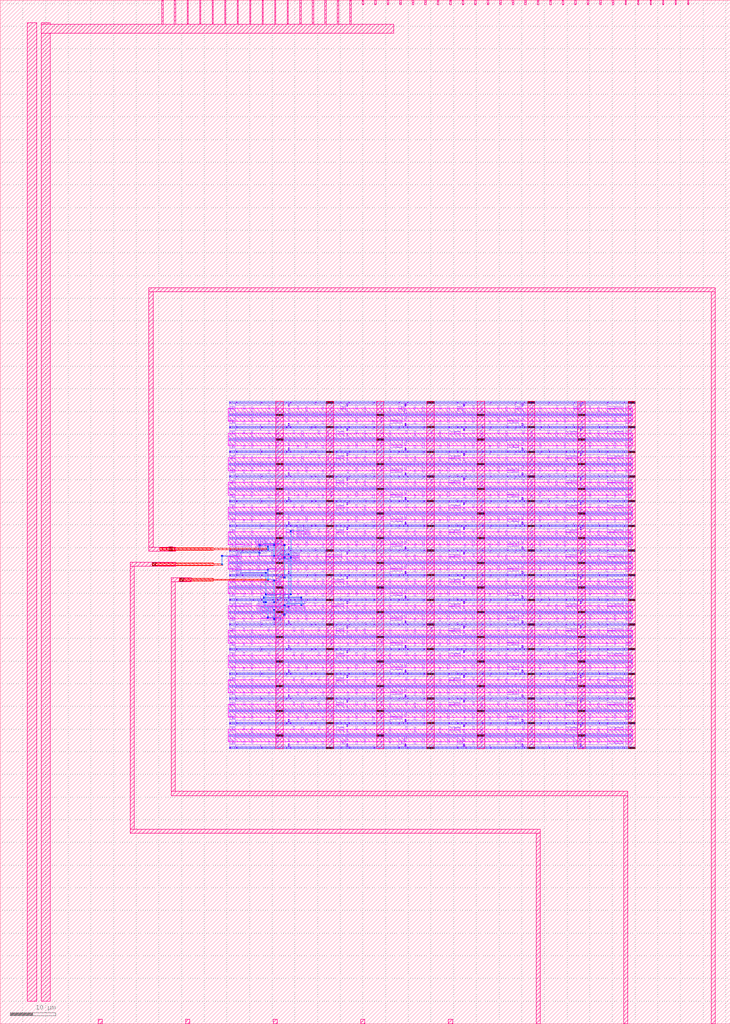
<source format=lef>
VERSION 5.7 ;
  NOWIREEXTENSIONATPIN ON ;
  DIVIDERCHAR "/" ;
  BUSBITCHARS "[]" ;
MACRO tt_um_brandonramos_opamp_ladder
  CLASS BLOCK ;
  FOREIGN tt_um_brandonramos_opamp_ladder ;
  ORIGIN 0.000 0.000 ;
  SIZE 161.000 BY 225.760 ;
  OBS
      LAYER pwell ;
        RECT 50.665 136.935 50.835 137.105 ;
        RECT 52.045 136.935 52.215 137.105 ;
        RECT 57.565 136.935 57.735 137.105 ;
        RECT 63.080 136.965 63.200 137.075 ;
        RECT 64.005 136.935 64.175 137.105 ;
        RECT 69.525 136.935 69.695 137.105 ;
        RECT 75.045 136.935 75.215 137.105 ;
        RECT 76.885 136.935 77.055 137.105 ;
        RECT 82.405 136.935 82.575 137.105 ;
        RECT 87.925 136.935 88.095 137.105 ;
        RECT 89.765 136.935 89.935 137.105 ;
        RECT 95.285 136.935 95.455 137.105 ;
        RECT 100.805 136.935 100.975 137.105 ;
        RECT 102.645 136.935 102.815 137.105 ;
        RECT 108.165 136.935 108.335 137.105 ;
        RECT 113.685 136.935 113.855 137.105 ;
        RECT 115.525 136.935 115.695 137.105 ;
        RECT 121.045 136.935 121.215 137.105 ;
        RECT 126.565 136.935 126.735 137.105 ;
        RECT 128.405 136.935 128.575 137.105 ;
        RECT 133.925 136.935 134.095 137.105 ;
        RECT 137.600 136.965 137.720 137.075 ;
        RECT 138.985 136.935 139.155 137.105 ;
        RECT 63.545 136.175 63.715 136.700 ;
        RECT 76.425 136.175 76.595 136.700 ;
        RECT 89.305 136.175 89.475 136.700 ;
        RECT 102.185 136.175 102.355 136.700 ;
        RECT 115.065 136.175 115.235 136.700 ;
        RECT 127.945 136.175 128.115 136.700 ;
      LAYER nwell ;
        RECT 50.330 132.885 139.490 135.715 ;
      LAYER pwell ;
        RECT 63.545 131.900 63.715 132.425 ;
        RECT 89.305 131.900 89.475 132.425 ;
        RECT 115.065 131.900 115.235 132.425 ;
        RECT 50.665 131.495 50.835 131.665 ;
        RECT 52.045 131.495 52.215 131.665 ;
        RECT 57.565 131.495 57.735 131.665 ;
        RECT 63.085 131.635 63.255 131.665 ;
        RECT 63.080 131.525 63.255 131.635 ;
        RECT 63.085 131.495 63.255 131.525 ;
        RECT 64.005 131.495 64.175 131.665 ;
        RECT 68.605 131.495 68.775 131.665 ;
        RECT 69.525 131.495 69.695 131.665 ;
        RECT 74.125 131.495 74.295 131.665 ;
        RECT 75.045 131.495 75.215 131.665 ;
        RECT 75.960 131.525 76.080 131.635 ;
        RECT 76.885 131.495 77.055 131.665 ;
        RECT 80.565 131.495 80.735 131.665 ;
        RECT 82.405 131.495 82.575 131.665 ;
        RECT 86.085 131.495 86.255 131.665 ;
        RECT 87.925 131.495 88.095 131.665 ;
        RECT 88.840 131.525 88.960 131.635 ;
        RECT 89.765 131.495 89.935 131.665 ;
        RECT 93.445 131.495 93.615 131.665 ;
        RECT 95.285 131.495 95.455 131.665 ;
        RECT 98.965 131.495 99.135 131.665 ;
        RECT 100.805 131.495 100.975 131.665 ;
        RECT 101.720 131.525 101.840 131.635 ;
        RECT 102.645 131.495 102.815 131.665 ;
        RECT 106.325 131.495 106.495 131.665 ;
        RECT 108.165 131.495 108.335 131.665 ;
        RECT 111.845 131.495 112.015 131.665 ;
        RECT 113.685 131.495 113.855 131.665 ;
        RECT 114.600 131.525 114.720 131.635 ;
        RECT 115.525 131.495 115.695 131.665 ;
        RECT 119.205 131.495 119.375 131.665 ;
        RECT 121.045 131.495 121.215 131.665 ;
        RECT 124.725 131.495 124.895 131.665 ;
        RECT 126.565 131.495 126.735 131.665 ;
        RECT 127.480 131.525 127.600 131.635 ;
        RECT 128.405 131.495 128.575 131.665 ;
        RECT 132.085 131.495 132.255 131.665 ;
        RECT 133.925 131.495 134.095 131.665 ;
        RECT 137.600 131.525 137.720 131.635 ;
        RECT 138.985 131.495 139.155 131.665 ;
        RECT 76.425 130.735 76.595 131.260 ;
        RECT 102.185 130.735 102.355 131.260 ;
        RECT 127.945 130.735 128.115 131.260 ;
      LAYER nwell ;
        RECT 50.330 127.445 139.490 130.275 ;
      LAYER pwell ;
        RECT 63.545 126.460 63.715 126.985 ;
        RECT 89.305 126.460 89.475 126.985 ;
        RECT 115.065 126.460 115.235 126.985 ;
        RECT 50.665 126.055 50.835 126.225 ;
        RECT 52.045 126.055 52.215 126.225 ;
        RECT 57.565 126.055 57.735 126.225 ;
        RECT 63.085 126.195 63.255 126.225 ;
        RECT 63.080 126.085 63.255 126.195 ;
        RECT 63.085 126.055 63.255 126.085 ;
        RECT 64.005 126.055 64.175 126.225 ;
        RECT 68.605 126.055 68.775 126.225 ;
        RECT 69.525 126.055 69.695 126.225 ;
        RECT 74.125 126.055 74.295 126.225 ;
        RECT 75.045 126.055 75.215 126.225 ;
        RECT 75.960 126.085 76.080 126.195 ;
        RECT 76.885 126.055 77.055 126.225 ;
        RECT 80.565 126.055 80.735 126.225 ;
        RECT 82.405 126.055 82.575 126.225 ;
        RECT 86.085 126.055 86.255 126.225 ;
        RECT 87.925 126.055 88.095 126.225 ;
        RECT 88.840 126.085 88.960 126.195 ;
        RECT 89.765 126.055 89.935 126.225 ;
        RECT 93.445 126.055 93.615 126.225 ;
        RECT 95.285 126.055 95.455 126.225 ;
        RECT 98.965 126.055 99.135 126.225 ;
        RECT 100.805 126.055 100.975 126.225 ;
        RECT 101.720 126.085 101.840 126.195 ;
        RECT 102.645 126.055 102.815 126.225 ;
        RECT 106.325 126.055 106.495 126.225 ;
        RECT 108.165 126.055 108.335 126.225 ;
        RECT 111.845 126.055 112.015 126.225 ;
        RECT 113.685 126.055 113.855 126.225 ;
        RECT 114.600 126.085 114.720 126.195 ;
        RECT 115.525 126.055 115.695 126.225 ;
        RECT 119.205 126.055 119.375 126.225 ;
        RECT 121.045 126.055 121.215 126.225 ;
        RECT 124.725 126.055 124.895 126.225 ;
        RECT 126.565 126.055 126.735 126.225 ;
        RECT 127.480 126.085 127.600 126.195 ;
        RECT 128.405 126.055 128.575 126.225 ;
        RECT 132.085 126.055 132.255 126.225 ;
        RECT 133.925 126.055 134.095 126.225 ;
        RECT 137.600 126.085 137.720 126.195 ;
        RECT 138.985 126.055 139.155 126.225 ;
        RECT 76.425 125.295 76.595 125.820 ;
        RECT 102.185 125.295 102.355 125.820 ;
        RECT 127.945 125.295 128.115 125.820 ;
      LAYER nwell ;
        RECT 50.330 122.005 139.490 124.835 ;
      LAYER pwell ;
        RECT 63.545 121.020 63.715 121.545 ;
        RECT 89.305 121.020 89.475 121.545 ;
        RECT 115.065 121.020 115.235 121.545 ;
        RECT 50.665 120.615 50.835 120.785 ;
        RECT 52.045 120.615 52.215 120.785 ;
        RECT 57.565 120.615 57.735 120.785 ;
        RECT 63.085 120.755 63.255 120.785 ;
        RECT 63.080 120.645 63.255 120.755 ;
        RECT 63.085 120.615 63.255 120.645 ;
        RECT 64.005 120.615 64.175 120.785 ;
        RECT 68.605 120.615 68.775 120.785 ;
        RECT 69.525 120.615 69.695 120.785 ;
        RECT 74.125 120.615 74.295 120.785 ;
        RECT 75.045 120.615 75.215 120.785 ;
        RECT 75.960 120.645 76.080 120.755 ;
        RECT 76.885 120.615 77.055 120.785 ;
        RECT 80.565 120.615 80.735 120.785 ;
        RECT 82.405 120.615 82.575 120.785 ;
        RECT 86.085 120.615 86.255 120.785 ;
        RECT 87.925 120.615 88.095 120.785 ;
        RECT 88.840 120.645 88.960 120.755 ;
        RECT 89.765 120.615 89.935 120.785 ;
        RECT 93.445 120.615 93.615 120.785 ;
        RECT 95.285 120.615 95.455 120.785 ;
        RECT 98.965 120.615 99.135 120.785 ;
        RECT 100.805 120.615 100.975 120.785 ;
        RECT 101.720 120.645 101.840 120.755 ;
        RECT 102.645 120.615 102.815 120.785 ;
        RECT 106.325 120.615 106.495 120.785 ;
        RECT 108.165 120.615 108.335 120.785 ;
        RECT 111.845 120.615 112.015 120.785 ;
        RECT 113.685 120.615 113.855 120.785 ;
        RECT 114.600 120.645 114.720 120.755 ;
        RECT 115.525 120.615 115.695 120.785 ;
        RECT 119.205 120.615 119.375 120.785 ;
        RECT 121.045 120.615 121.215 120.785 ;
        RECT 124.725 120.615 124.895 120.785 ;
        RECT 126.565 120.615 126.735 120.785 ;
        RECT 127.480 120.645 127.600 120.755 ;
        RECT 128.405 120.615 128.575 120.785 ;
        RECT 132.085 120.615 132.255 120.785 ;
        RECT 133.925 120.615 134.095 120.785 ;
        RECT 137.600 120.645 137.720 120.755 ;
        RECT 138.985 120.615 139.155 120.785 ;
        RECT 76.425 119.855 76.595 120.380 ;
        RECT 102.185 119.855 102.355 120.380 ;
        RECT 127.945 119.855 128.115 120.380 ;
      LAYER nwell ;
        RECT 50.330 116.565 139.490 119.395 ;
      LAYER pwell ;
        RECT 63.545 115.580 63.715 116.105 ;
        RECT 89.305 115.580 89.475 116.105 ;
        RECT 115.065 115.580 115.235 116.105 ;
        RECT 50.665 115.175 50.835 115.345 ;
        RECT 52.045 115.175 52.215 115.345 ;
        RECT 57.565 115.175 57.735 115.345 ;
        RECT 63.085 115.315 63.255 115.345 ;
        RECT 63.080 115.205 63.255 115.315 ;
        RECT 63.085 115.175 63.255 115.205 ;
        RECT 64.005 115.175 64.175 115.345 ;
        RECT 68.605 115.175 68.775 115.345 ;
        RECT 69.525 115.175 69.695 115.345 ;
        RECT 74.125 115.175 74.295 115.345 ;
        RECT 75.045 115.175 75.215 115.345 ;
        RECT 75.960 115.205 76.080 115.315 ;
        RECT 76.885 115.175 77.055 115.345 ;
        RECT 80.565 115.175 80.735 115.345 ;
        RECT 82.405 115.175 82.575 115.345 ;
        RECT 86.085 115.175 86.255 115.345 ;
        RECT 87.925 115.175 88.095 115.345 ;
        RECT 88.840 115.205 88.960 115.315 ;
        RECT 89.765 115.175 89.935 115.345 ;
        RECT 93.445 115.175 93.615 115.345 ;
        RECT 95.285 115.175 95.455 115.345 ;
        RECT 98.965 115.175 99.135 115.345 ;
        RECT 100.805 115.175 100.975 115.345 ;
        RECT 101.720 115.205 101.840 115.315 ;
        RECT 102.645 115.175 102.815 115.345 ;
        RECT 106.325 115.175 106.495 115.345 ;
        RECT 108.165 115.175 108.335 115.345 ;
        RECT 111.845 115.175 112.015 115.345 ;
        RECT 113.685 115.175 113.855 115.345 ;
        RECT 114.600 115.205 114.720 115.315 ;
        RECT 115.525 115.175 115.695 115.345 ;
        RECT 119.205 115.175 119.375 115.345 ;
        RECT 121.045 115.175 121.215 115.345 ;
        RECT 124.725 115.175 124.895 115.345 ;
        RECT 126.565 115.175 126.735 115.345 ;
        RECT 127.480 115.205 127.600 115.315 ;
        RECT 128.405 115.175 128.575 115.345 ;
        RECT 132.085 115.175 132.255 115.345 ;
        RECT 133.925 115.175 134.095 115.345 ;
        RECT 137.600 115.205 137.720 115.315 ;
        RECT 138.985 115.175 139.155 115.345 ;
        RECT 76.425 114.415 76.595 114.940 ;
        RECT 102.185 114.415 102.355 114.940 ;
        RECT 127.945 114.415 128.115 114.940 ;
      LAYER nwell ;
        RECT 50.330 111.125 139.490 113.955 ;
      LAYER pwell ;
        RECT 63.545 110.140 63.715 110.665 ;
        RECT 89.305 110.140 89.475 110.665 ;
        RECT 115.065 110.140 115.235 110.665 ;
        RECT 50.665 109.735 50.835 109.905 ;
        RECT 52.045 109.735 52.215 109.905 ;
        RECT 57.565 109.735 57.735 109.905 ;
        RECT 63.085 109.875 63.255 109.905 ;
        RECT 63.080 109.765 63.255 109.875 ;
        RECT 63.085 109.735 63.255 109.765 ;
        RECT 64.005 109.735 64.175 109.905 ;
        RECT 64.920 109.765 65.040 109.875 ;
        RECT 65.385 109.735 65.555 109.905 ;
        RECT 66.765 109.735 66.935 109.905 ;
        RECT 68.605 109.735 68.775 109.905 ;
        RECT 69.525 109.735 69.695 109.905 ;
        RECT 74.125 109.735 74.295 109.905 ;
        RECT 75.045 109.735 75.215 109.905 ;
        RECT 75.960 109.765 76.080 109.875 ;
        RECT 76.885 109.735 77.055 109.905 ;
        RECT 80.565 109.735 80.735 109.905 ;
        RECT 82.405 109.735 82.575 109.905 ;
        RECT 86.085 109.735 86.255 109.905 ;
        RECT 87.925 109.735 88.095 109.905 ;
        RECT 88.840 109.765 88.960 109.875 ;
        RECT 89.765 109.735 89.935 109.905 ;
        RECT 93.445 109.735 93.615 109.905 ;
        RECT 95.285 109.735 95.455 109.905 ;
        RECT 98.965 109.735 99.135 109.905 ;
        RECT 100.805 109.735 100.975 109.905 ;
        RECT 101.720 109.765 101.840 109.875 ;
        RECT 102.645 109.735 102.815 109.905 ;
        RECT 106.325 109.735 106.495 109.905 ;
        RECT 108.165 109.735 108.335 109.905 ;
        RECT 111.845 109.735 112.015 109.905 ;
        RECT 113.685 109.735 113.855 109.905 ;
        RECT 114.600 109.765 114.720 109.875 ;
        RECT 115.525 109.735 115.695 109.905 ;
        RECT 119.205 109.735 119.375 109.905 ;
        RECT 121.045 109.735 121.215 109.905 ;
        RECT 124.725 109.735 124.895 109.905 ;
        RECT 126.565 109.735 126.735 109.905 ;
        RECT 127.480 109.765 127.600 109.875 ;
        RECT 128.405 109.735 128.575 109.905 ;
        RECT 132.085 109.735 132.255 109.905 ;
        RECT 133.925 109.735 134.095 109.905 ;
        RECT 137.600 109.765 137.720 109.875 ;
        RECT 138.985 109.735 139.155 109.905 ;
        RECT 76.425 108.975 76.595 109.500 ;
        RECT 102.185 108.975 102.355 109.500 ;
        RECT 127.945 108.975 128.115 109.500 ;
      LAYER nwell ;
        RECT 50.330 105.685 139.490 108.515 ;
      LAYER pwell ;
        RECT 63.545 104.700 63.715 105.225 ;
        RECT 89.305 104.700 89.475 105.225 ;
        RECT 115.065 104.700 115.235 105.225 ;
        RECT 50.665 104.295 50.835 104.465 ;
        RECT 52.045 104.295 52.225 104.465 ;
        RECT 53.425 104.295 53.595 104.465 ;
        RECT 55.720 104.325 55.840 104.435 ;
        RECT 57.105 104.295 57.275 104.465 ;
        RECT 57.560 104.295 57.730 104.465 ;
        RECT 58.955 104.320 59.115 104.430 ;
        RECT 59.870 104.295 60.040 104.465 ;
        RECT 62.160 104.295 62.340 104.465 ;
        RECT 62.635 104.330 62.795 104.440 ;
        RECT 64.005 104.295 64.175 104.465 ;
        RECT 66.305 104.295 66.475 104.465 ;
        RECT 69.525 104.295 69.695 104.465 ;
        RECT 71.825 104.295 71.995 104.465 ;
        RECT 75.045 104.295 75.215 104.465 ;
        RECT 75.515 104.320 75.675 104.430 ;
        RECT 76.885 104.295 77.055 104.465 ;
        RECT 80.565 104.295 80.735 104.465 ;
        RECT 82.405 104.295 82.575 104.465 ;
        RECT 86.085 104.295 86.255 104.465 ;
        RECT 87.925 104.295 88.095 104.465 ;
        RECT 88.840 104.325 88.960 104.435 ;
        RECT 89.765 104.295 89.935 104.465 ;
        RECT 93.445 104.295 93.615 104.465 ;
        RECT 95.285 104.295 95.455 104.465 ;
        RECT 98.965 104.295 99.135 104.465 ;
        RECT 100.805 104.295 100.975 104.465 ;
        RECT 101.720 104.325 101.840 104.435 ;
        RECT 102.645 104.295 102.815 104.465 ;
        RECT 106.325 104.295 106.495 104.465 ;
        RECT 108.165 104.295 108.335 104.465 ;
        RECT 111.845 104.295 112.015 104.465 ;
        RECT 113.685 104.295 113.855 104.465 ;
        RECT 114.600 104.325 114.720 104.435 ;
        RECT 115.525 104.295 115.695 104.465 ;
        RECT 119.205 104.295 119.375 104.465 ;
        RECT 121.045 104.295 121.215 104.465 ;
        RECT 124.725 104.295 124.895 104.465 ;
        RECT 126.565 104.295 126.735 104.465 ;
        RECT 127.480 104.325 127.600 104.435 ;
        RECT 128.405 104.295 128.575 104.465 ;
        RECT 132.085 104.295 132.255 104.465 ;
        RECT 133.925 104.295 134.095 104.465 ;
        RECT 137.600 104.325 137.720 104.435 ;
        RECT 138.985 104.295 139.155 104.465 ;
        RECT 76.425 103.535 76.595 104.060 ;
        RECT 102.185 103.535 102.355 104.060 ;
        RECT 127.945 103.535 128.115 104.060 ;
      LAYER nwell ;
        RECT 50.330 100.245 139.490 103.075 ;
      LAYER pwell ;
        RECT 63.545 99.260 63.715 99.785 ;
        RECT 89.305 99.260 89.475 99.785 ;
        RECT 115.065 99.260 115.235 99.785 ;
        RECT 50.665 98.855 50.835 99.025 ;
        RECT 52.045 98.855 52.225 99.025 ;
        RECT 53.425 98.855 53.595 99.025 ;
        RECT 57.565 98.855 57.735 99.025 ;
        RECT 58.945 98.855 59.115 99.025 ;
        RECT 60.320 98.885 60.440 98.995 ;
        RECT 60.785 98.855 60.955 99.025 ;
        RECT 62.165 98.855 62.335 99.025 ;
        RECT 62.635 98.890 62.795 99.000 ;
        RECT 64.005 98.855 64.175 99.025 ;
        RECT 67.685 98.855 67.855 99.025 ;
        RECT 69.525 98.855 69.695 99.025 ;
        RECT 73.205 98.855 73.375 99.025 ;
        RECT 75.045 98.855 75.215 99.025 ;
        RECT 75.960 98.885 76.080 98.995 ;
        RECT 76.885 98.855 77.055 99.025 ;
        RECT 80.565 98.855 80.735 99.025 ;
        RECT 82.405 98.855 82.575 99.025 ;
        RECT 86.085 98.855 86.255 99.025 ;
        RECT 87.925 98.855 88.095 99.025 ;
        RECT 88.840 98.885 88.960 98.995 ;
        RECT 89.765 98.855 89.935 99.025 ;
        RECT 93.445 98.855 93.615 99.025 ;
        RECT 95.285 98.855 95.455 99.025 ;
        RECT 98.965 98.855 99.135 99.025 ;
        RECT 100.805 98.855 100.975 99.025 ;
        RECT 101.720 98.885 101.840 98.995 ;
        RECT 102.645 98.855 102.815 99.025 ;
        RECT 106.325 98.855 106.495 99.025 ;
        RECT 108.165 98.855 108.335 99.025 ;
        RECT 111.845 98.855 112.015 99.025 ;
        RECT 113.685 98.855 113.855 99.025 ;
        RECT 114.600 98.885 114.720 98.995 ;
        RECT 115.525 98.855 115.695 99.025 ;
        RECT 119.205 98.855 119.375 99.025 ;
        RECT 121.045 98.855 121.215 99.025 ;
        RECT 124.725 98.855 124.895 99.025 ;
        RECT 126.565 98.855 126.735 99.025 ;
        RECT 127.480 98.885 127.600 98.995 ;
        RECT 128.405 98.855 128.575 99.025 ;
        RECT 132.085 98.855 132.255 99.025 ;
        RECT 133.925 98.855 134.095 99.025 ;
        RECT 137.600 98.885 137.720 98.995 ;
        RECT 138.985 98.855 139.155 99.025 ;
        RECT 76.425 98.095 76.595 98.620 ;
        RECT 102.185 98.095 102.355 98.620 ;
        RECT 127.945 98.095 128.115 98.620 ;
      LAYER nwell ;
        RECT 50.330 94.805 139.490 97.635 ;
      LAYER pwell ;
        RECT 63.545 93.820 63.715 94.345 ;
        RECT 89.305 93.820 89.475 94.345 ;
        RECT 115.065 93.820 115.235 94.345 ;
        RECT 50.665 93.415 50.835 93.585 ;
        RECT 52.045 93.415 52.215 93.585 ;
        RECT 55.735 93.440 55.895 93.550 ;
        RECT 57.565 93.415 57.735 93.585 ;
        RECT 60.050 93.415 60.220 93.585 ;
        RECT 61.060 93.415 61.230 93.585 ;
        RECT 61.240 93.445 61.360 93.555 ;
        RECT 62.630 93.415 62.800 93.585 ;
        RECT 63.080 93.445 63.200 93.555 ;
        RECT 64.005 93.415 64.175 93.585 ;
        RECT 64.925 93.415 65.095 93.585 ;
        RECT 66.305 93.415 66.475 93.585 ;
        RECT 67.685 93.415 67.855 93.585 ;
        RECT 69.525 93.415 69.695 93.585 ;
        RECT 73.205 93.415 73.375 93.585 ;
        RECT 75.045 93.415 75.215 93.585 ;
        RECT 75.960 93.445 76.080 93.555 ;
        RECT 76.885 93.415 77.055 93.585 ;
        RECT 80.565 93.415 80.735 93.585 ;
        RECT 82.405 93.415 82.575 93.585 ;
        RECT 86.085 93.415 86.255 93.585 ;
        RECT 87.925 93.415 88.095 93.585 ;
        RECT 88.840 93.445 88.960 93.555 ;
        RECT 89.765 93.415 89.935 93.585 ;
        RECT 93.445 93.415 93.615 93.585 ;
        RECT 95.285 93.415 95.455 93.585 ;
        RECT 98.965 93.415 99.135 93.585 ;
        RECT 100.805 93.415 100.975 93.585 ;
        RECT 101.720 93.445 101.840 93.555 ;
        RECT 102.645 93.415 102.815 93.585 ;
        RECT 106.325 93.415 106.495 93.585 ;
        RECT 108.165 93.415 108.335 93.585 ;
        RECT 111.845 93.415 112.015 93.585 ;
        RECT 113.685 93.415 113.855 93.585 ;
        RECT 114.600 93.445 114.720 93.555 ;
        RECT 115.525 93.415 115.695 93.585 ;
        RECT 119.205 93.415 119.375 93.585 ;
        RECT 121.045 93.415 121.215 93.585 ;
        RECT 124.725 93.415 124.895 93.585 ;
        RECT 126.565 93.415 126.735 93.585 ;
        RECT 127.480 93.445 127.600 93.555 ;
        RECT 128.405 93.415 128.575 93.585 ;
        RECT 132.085 93.415 132.255 93.585 ;
        RECT 133.925 93.415 134.095 93.585 ;
        RECT 137.600 93.445 137.720 93.555 ;
        RECT 138.985 93.415 139.155 93.585 ;
        RECT 76.425 92.655 76.595 93.180 ;
        RECT 102.185 92.655 102.355 93.180 ;
        RECT 127.945 92.655 128.115 93.180 ;
      LAYER nwell ;
        RECT 50.330 89.365 139.490 92.195 ;
      LAYER pwell ;
        RECT 63.545 88.380 63.715 88.905 ;
        RECT 89.305 88.380 89.475 88.905 ;
        RECT 115.065 88.380 115.235 88.905 ;
        RECT 50.665 87.975 50.835 88.145 ;
        RECT 52.045 87.975 52.215 88.145 ;
        RECT 57.565 87.975 57.735 88.145 ;
        RECT 60.335 87.975 60.505 88.145 ;
        RECT 61.705 87.975 61.875 88.145 ;
        RECT 63.085 88.115 63.255 88.145 ;
        RECT 63.080 88.005 63.255 88.115 ;
        RECT 63.085 87.975 63.255 88.005 ;
        RECT 64.005 87.975 64.175 88.145 ;
        RECT 68.605 87.975 68.775 88.145 ;
        RECT 69.525 87.975 69.695 88.145 ;
        RECT 74.125 87.975 74.295 88.145 ;
        RECT 75.045 87.975 75.215 88.145 ;
        RECT 75.960 88.005 76.080 88.115 ;
        RECT 76.885 87.975 77.055 88.145 ;
        RECT 80.565 87.975 80.735 88.145 ;
        RECT 82.405 87.975 82.575 88.145 ;
        RECT 86.085 87.975 86.255 88.145 ;
        RECT 87.925 87.975 88.095 88.145 ;
        RECT 88.840 88.005 88.960 88.115 ;
        RECT 89.765 87.975 89.935 88.145 ;
        RECT 93.445 87.975 93.615 88.145 ;
        RECT 95.285 87.975 95.455 88.145 ;
        RECT 98.965 87.975 99.135 88.145 ;
        RECT 100.805 87.975 100.975 88.145 ;
        RECT 101.720 88.005 101.840 88.115 ;
        RECT 102.645 87.975 102.815 88.145 ;
        RECT 106.325 87.975 106.495 88.145 ;
        RECT 108.165 87.975 108.335 88.145 ;
        RECT 111.845 87.975 112.015 88.145 ;
        RECT 113.685 87.975 113.855 88.145 ;
        RECT 114.600 88.005 114.720 88.115 ;
        RECT 115.525 87.975 115.695 88.145 ;
        RECT 119.205 87.975 119.375 88.145 ;
        RECT 121.045 87.975 121.215 88.145 ;
        RECT 124.725 87.975 124.895 88.145 ;
        RECT 126.565 87.975 126.735 88.145 ;
        RECT 127.480 88.005 127.600 88.115 ;
        RECT 128.405 87.975 128.575 88.145 ;
        RECT 132.085 87.975 132.255 88.145 ;
        RECT 133.925 87.975 134.095 88.145 ;
        RECT 137.600 88.005 137.720 88.115 ;
        RECT 138.985 87.975 139.155 88.145 ;
        RECT 76.425 87.215 76.595 87.740 ;
        RECT 102.185 87.215 102.355 87.740 ;
        RECT 127.945 87.215 128.115 87.740 ;
      LAYER nwell ;
        RECT 50.330 83.925 139.490 86.755 ;
      LAYER pwell ;
        RECT 63.545 82.940 63.715 83.465 ;
        RECT 89.305 82.940 89.475 83.465 ;
        RECT 115.065 82.940 115.235 83.465 ;
        RECT 50.665 82.535 50.835 82.705 ;
        RECT 52.045 82.535 52.215 82.705 ;
        RECT 57.565 82.535 57.735 82.705 ;
        RECT 63.085 82.675 63.255 82.705 ;
        RECT 63.080 82.565 63.255 82.675 ;
        RECT 63.085 82.535 63.255 82.565 ;
        RECT 64.005 82.535 64.175 82.705 ;
        RECT 68.605 82.535 68.775 82.705 ;
        RECT 69.525 82.535 69.695 82.705 ;
        RECT 74.125 82.535 74.295 82.705 ;
        RECT 75.045 82.535 75.215 82.705 ;
        RECT 75.960 82.565 76.080 82.675 ;
        RECT 76.885 82.535 77.055 82.705 ;
        RECT 80.565 82.535 80.735 82.705 ;
        RECT 82.405 82.535 82.575 82.705 ;
        RECT 86.085 82.535 86.255 82.705 ;
        RECT 87.925 82.535 88.095 82.705 ;
        RECT 88.840 82.565 88.960 82.675 ;
        RECT 89.765 82.535 89.935 82.705 ;
        RECT 93.445 82.535 93.615 82.705 ;
        RECT 95.285 82.535 95.455 82.705 ;
        RECT 98.965 82.535 99.135 82.705 ;
        RECT 100.805 82.535 100.975 82.705 ;
        RECT 101.720 82.565 101.840 82.675 ;
        RECT 102.645 82.535 102.815 82.705 ;
        RECT 106.325 82.535 106.495 82.705 ;
        RECT 108.165 82.535 108.335 82.705 ;
        RECT 111.845 82.535 112.015 82.705 ;
        RECT 113.685 82.535 113.855 82.705 ;
        RECT 114.600 82.565 114.720 82.675 ;
        RECT 115.525 82.535 115.695 82.705 ;
        RECT 119.205 82.535 119.375 82.705 ;
        RECT 121.045 82.535 121.215 82.705 ;
        RECT 124.725 82.535 124.895 82.705 ;
        RECT 126.565 82.535 126.735 82.705 ;
        RECT 127.480 82.565 127.600 82.675 ;
        RECT 128.405 82.535 128.575 82.705 ;
        RECT 132.085 82.535 132.255 82.705 ;
        RECT 133.925 82.535 134.095 82.705 ;
        RECT 137.600 82.565 137.720 82.675 ;
        RECT 138.985 82.535 139.155 82.705 ;
        RECT 76.425 81.775 76.595 82.300 ;
        RECT 102.185 81.775 102.355 82.300 ;
        RECT 127.945 81.775 128.115 82.300 ;
      LAYER nwell ;
        RECT 50.330 78.485 139.490 81.315 ;
      LAYER pwell ;
        RECT 63.545 77.500 63.715 78.025 ;
        RECT 89.305 77.500 89.475 78.025 ;
        RECT 115.065 77.500 115.235 78.025 ;
        RECT 50.665 77.095 50.835 77.265 ;
        RECT 52.045 77.095 52.215 77.265 ;
        RECT 57.565 77.095 57.735 77.265 ;
        RECT 63.085 77.235 63.255 77.265 ;
        RECT 63.080 77.125 63.255 77.235 ;
        RECT 63.085 77.095 63.255 77.125 ;
        RECT 64.005 77.095 64.175 77.265 ;
        RECT 68.605 77.095 68.775 77.265 ;
        RECT 69.525 77.095 69.695 77.265 ;
        RECT 74.125 77.095 74.295 77.265 ;
        RECT 75.045 77.095 75.215 77.265 ;
        RECT 75.960 77.125 76.080 77.235 ;
        RECT 76.885 77.095 77.055 77.265 ;
        RECT 80.565 77.095 80.735 77.265 ;
        RECT 82.405 77.095 82.575 77.265 ;
        RECT 86.085 77.095 86.255 77.265 ;
        RECT 87.925 77.095 88.095 77.265 ;
        RECT 88.840 77.125 88.960 77.235 ;
        RECT 89.765 77.095 89.935 77.265 ;
        RECT 93.445 77.095 93.615 77.265 ;
        RECT 95.285 77.095 95.455 77.265 ;
        RECT 98.965 77.095 99.135 77.265 ;
        RECT 100.805 77.095 100.975 77.265 ;
        RECT 101.720 77.125 101.840 77.235 ;
        RECT 102.645 77.095 102.815 77.265 ;
        RECT 106.325 77.095 106.495 77.265 ;
        RECT 108.165 77.095 108.335 77.265 ;
        RECT 111.845 77.095 112.015 77.265 ;
        RECT 113.685 77.095 113.855 77.265 ;
        RECT 114.600 77.125 114.720 77.235 ;
        RECT 115.525 77.095 115.695 77.265 ;
        RECT 119.205 77.095 119.375 77.265 ;
        RECT 121.045 77.095 121.215 77.265 ;
        RECT 124.725 77.095 124.895 77.265 ;
        RECT 126.565 77.095 126.735 77.265 ;
        RECT 127.480 77.125 127.600 77.235 ;
        RECT 128.405 77.095 128.575 77.265 ;
        RECT 132.085 77.095 132.255 77.265 ;
        RECT 133.925 77.095 134.095 77.265 ;
        RECT 137.600 77.125 137.720 77.235 ;
        RECT 138.985 77.095 139.155 77.265 ;
        RECT 76.425 76.335 76.595 76.860 ;
        RECT 102.185 76.335 102.355 76.860 ;
        RECT 127.945 76.335 128.115 76.860 ;
      LAYER nwell ;
        RECT 50.330 73.045 139.490 75.875 ;
      LAYER pwell ;
        RECT 63.545 72.060 63.715 72.585 ;
        RECT 89.305 72.060 89.475 72.585 ;
        RECT 115.065 72.060 115.235 72.585 ;
        RECT 50.665 71.655 50.835 71.825 ;
        RECT 52.045 71.655 52.215 71.825 ;
        RECT 57.565 71.655 57.735 71.825 ;
        RECT 63.085 71.795 63.255 71.825 ;
        RECT 63.080 71.685 63.255 71.795 ;
        RECT 63.085 71.655 63.255 71.685 ;
        RECT 64.005 71.655 64.175 71.825 ;
        RECT 68.605 71.655 68.775 71.825 ;
        RECT 69.525 71.655 69.695 71.825 ;
        RECT 74.125 71.655 74.295 71.825 ;
        RECT 75.045 71.655 75.215 71.825 ;
        RECT 75.960 71.685 76.080 71.795 ;
        RECT 76.885 71.655 77.055 71.825 ;
        RECT 80.565 71.655 80.735 71.825 ;
        RECT 82.405 71.655 82.575 71.825 ;
        RECT 86.085 71.655 86.255 71.825 ;
        RECT 87.925 71.655 88.095 71.825 ;
        RECT 88.840 71.685 88.960 71.795 ;
        RECT 89.765 71.655 89.935 71.825 ;
        RECT 93.445 71.655 93.615 71.825 ;
        RECT 95.285 71.655 95.455 71.825 ;
        RECT 98.965 71.655 99.135 71.825 ;
        RECT 100.805 71.655 100.975 71.825 ;
        RECT 101.720 71.685 101.840 71.795 ;
        RECT 102.645 71.655 102.815 71.825 ;
        RECT 106.325 71.655 106.495 71.825 ;
        RECT 108.165 71.655 108.335 71.825 ;
        RECT 111.845 71.655 112.015 71.825 ;
        RECT 113.685 71.655 113.855 71.825 ;
        RECT 114.600 71.685 114.720 71.795 ;
        RECT 115.525 71.655 115.695 71.825 ;
        RECT 119.205 71.655 119.375 71.825 ;
        RECT 121.045 71.655 121.215 71.825 ;
        RECT 124.725 71.655 124.895 71.825 ;
        RECT 126.565 71.655 126.735 71.825 ;
        RECT 127.480 71.685 127.600 71.795 ;
        RECT 128.405 71.655 128.575 71.825 ;
        RECT 132.085 71.655 132.255 71.825 ;
        RECT 133.925 71.655 134.095 71.825 ;
        RECT 137.600 71.685 137.720 71.795 ;
        RECT 138.985 71.655 139.155 71.825 ;
        RECT 76.425 70.895 76.595 71.420 ;
        RECT 102.185 70.895 102.355 71.420 ;
        RECT 127.945 70.895 128.115 71.420 ;
      LAYER nwell ;
        RECT 50.330 67.605 139.490 70.435 ;
      LAYER pwell ;
        RECT 63.545 66.620 63.715 67.145 ;
        RECT 89.305 66.620 89.475 67.145 ;
        RECT 115.065 66.620 115.235 67.145 ;
        RECT 50.665 66.215 50.835 66.385 ;
        RECT 52.045 66.215 52.215 66.385 ;
        RECT 57.565 66.215 57.735 66.385 ;
        RECT 63.085 66.355 63.255 66.385 ;
        RECT 63.080 66.245 63.255 66.355 ;
        RECT 63.085 66.215 63.255 66.245 ;
        RECT 64.005 66.215 64.175 66.385 ;
        RECT 68.605 66.215 68.775 66.385 ;
        RECT 69.525 66.215 69.695 66.385 ;
        RECT 74.125 66.215 74.295 66.385 ;
        RECT 75.045 66.215 75.215 66.385 ;
        RECT 75.960 66.245 76.080 66.355 ;
        RECT 76.885 66.215 77.055 66.385 ;
        RECT 80.565 66.215 80.735 66.385 ;
        RECT 82.405 66.215 82.575 66.385 ;
        RECT 86.085 66.215 86.255 66.385 ;
        RECT 87.925 66.215 88.095 66.385 ;
        RECT 88.840 66.245 88.960 66.355 ;
        RECT 89.765 66.215 89.935 66.385 ;
        RECT 93.445 66.215 93.615 66.385 ;
        RECT 95.285 66.215 95.455 66.385 ;
        RECT 98.965 66.215 99.135 66.385 ;
        RECT 100.805 66.215 100.975 66.385 ;
        RECT 101.720 66.245 101.840 66.355 ;
        RECT 102.645 66.215 102.815 66.385 ;
        RECT 106.325 66.215 106.495 66.385 ;
        RECT 108.165 66.215 108.335 66.385 ;
        RECT 111.845 66.215 112.015 66.385 ;
        RECT 113.685 66.215 113.855 66.385 ;
        RECT 114.600 66.245 114.720 66.355 ;
        RECT 115.525 66.215 115.695 66.385 ;
        RECT 119.205 66.215 119.375 66.385 ;
        RECT 121.045 66.215 121.215 66.385 ;
        RECT 124.725 66.215 124.895 66.385 ;
        RECT 126.565 66.215 126.735 66.385 ;
        RECT 127.480 66.245 127.600 66.355 ;
        RECT 128.405 66.215 128.575 66.385 ;
        RECT 132.085 66.215 132.255 66.385 ;
        RECT 133.925 66.215 134.095 66.385 ;
        RECT 137.600 66.245 137.720 66.355 ;
        RECT 138.985 66.215 139.155 66.385 ;
        RECT 76.425 65.455 76.595 65.980 ;
        RECT 102.185 65.455 102.355 65.980 ;
        RECT 127.945 65.455 128.115 65.980 ;
      LAYER nwell ;
        RECT 50.330 62.165 139.490 64.995 ;
      LAYER pwell ;
        RECT 63.545 61.180 63.715 61.705 ;
        RECT 76.425 61.180 76.595 61.705 ;
        RECT 89.305 61.180 89.475 61.705 ;
        RECT 102.185 61.180 102.355 61.705 ;
        RECT 115.065 61.180 115.235 61.705 ;
        RECT 127.945 61.180 128.115 61.705 ;
        RECT 50.665 60.775 50.835 60.945 ;
        RECT 52.045 60.775 52.215 60.945 ;
        RECT 57.565 60.775 57.735 60.945 ;
        RECT 63.080 60.805 63.200 60.915 ;
        RECT 64.005 60.775 64.175 60.945 ;
        RECT 69.525 60.775 69.695 60.945 ;
        RECT 75.045 60.775 75.215 60.945 ;
        RECT 76.885 60.775 77.055 60.945 ;
        RECT 82.405 60.775 82.575 60.945 ;
        RECT 87.925 60.775 88.095 60.945 ;
        RECT 89.765 60.775 89.935 60.945 ;
        RECT 95.285 60.775 95.455 60.945 ;
        RECT 100.805 60.775 100.975 60.945 ;
        RECT 102.645 60.775 102.815 60.945 ;
        RECT 108.165 60.775 108.335 60.945 ;
        RECT 113.685 60.775 113.855 60.945 ;
        RECT 115.525 60.775 115.695 60.945 ;
        RECT 121.045 60.775 121.215 60.945 ;
        RECT 126.565 60.775 126.735 60.945 ;
        RECT 128.405 60.775 128.575 60.945 ;
        RECT 133.925 60.775 134.095 60.945 ;
        RECT 137.600 60.805 137.720 60.915 ;
        RECT 138.985 60.775 139.155 60.945 ;
      LAYER li1 ;
        RECT 50.520 136.935 139.300 137.105 ;
        RECT 50.605 136.185 51.815 136.935 ;
        RECT 51.985 136.390 57.330 136.935 ;
        RECT 57.505 136.390 62.850 136.935 ;
        RECT 50.605 135.645 51.125 136.185 ;
        RECT 51.295 135.475 51.815 136.015 ;
        RECT 53.570 135.560 53.910 136.390 ;
        RECT 50.605 134.385 51.815 135.475 ;
        RECT 55.390 134.820 55.740 136.070 ;
        RECT 59.090 135.560 59.430 136.390 ;
        RECT 63.485 136.210 63.775 136.935 ;
        RECT 63.945 136.390 69.290 136.935 ;
        RECT 69.465 136.390 74.810 136.935 ;
        RECT 60.910 134.820 61.260 136.070 ;
        RECT 65.530 135.560 65.870 136.390 ;
        RECT 51.985 134.385 57.330 134.820 ;
        RECT 57.505 134.385 62.850 134.820 ;
        RECT 63.485 134.385 63.775 135.550 ;
        RECT 67.350 134.820 67.700 136.070 ;
        RECT 71.050 135.560 71.390 136.390 ;
        RECT 74.985 136.185 76.195 136.935 ;
        RECT 76.365 136.210 76.655 136.935 ;
        RECT 76.825 136.390 82.170 136.935 ;
        RECT 82.345 136.390 87.690 136.935 ;
        RECT 72.870 134.820 73.220 136.070 ;
        RECT 74.985 135.645 75.505 136.185 ;
        RECT 75.675 135.475 76.195 136.015 ;
        RECT 78.410 135.560 78.750 136.390 ;
        RECT 63.945 134.385 69.290 134.820 ;
        RECT 69.465 134.385 74.810 134.820 ;
        RECT 74.985 134.385 76.195 135.475 ;
        RECT 76.365 134.385 76.655 135.550 ;
        RECT 80.230 134.820 80.580 136.070 ;
        RECT 83.930 135.560 84.270 136.390 ;
        RECT 87.865 136.185 89.075 136.935 ;
        RECT 89.245 136.210 89.535 136.935 ;
        RECT 89.705 136.390 95.050 136.935 ;
        RECT 95.225 136.390 100.570 136.935 ;
        RECT 85.750 134.820 86.100 136.070 ;
        RECT 87.865 135.645 88.385 136.185 ;
        RECT 88.555 135.475 89.075 136.015 ;
        RECT 91.290 135.560 91.630 136.390 ;
        RECT 76.825 134.385 82.170 134.820 ;
        RECT 82.345 134.385 87.690 134.820 ;
        RECT 87.865 134.385 89.075 135.475 ;
        RECT 89.245 134.385 89.535 135.550 ;
        RECT 93.110 134.820 93.460 136.070 ;
        RECT 96.810 135.560 97.150 136.390 ;
        RECT 100.745 136.185 101.955 136.935 ;
        RECT 102.125 136.210 102.415 136.935 ;
        RECT 102.585 136.390 107.930 136.935 ;
        RECT 108.105 136.390 113.450 136.935 ;
        RECT 98.630 134.820 98.980 136.070 ;
        RECT 100.745 135.645 101.265 136.185 ;
        RECT 101.435 135.475 101.955 136.015 ;
        RECT 104.170 135.560 104.510 136.390 ;
        RECT 89.705 134.385 95.050 134.820 ;
        RECT 95.225 134.385 100.570 134.820 ;
        RECT 100.745 134.385 101.955 135.475 ;
        RECT 102.125 134.385 102.415 135.550 ;
        RECT 105.990 134.820 106.340 136.070 ;
        RECT 109.690 135.560 110.030 136.390 ;
        RECT 113.625 136.185 114.835 136.935 ;
        RECT 115.005 136.210 115.295 136.935 ;
        RECT 115.465 136.390 120.810 136.935 ;
        RECT 120.985 136.390 126.330 136.935 ;
        RECT 111.510 134.820 111.860 136.070 ;
        RECT 113.625 135.645 114.145 136.185 ;
        RECT 114.315 135.475 114.835 136.015 ;
        RECT 117.050 135.560 117.390 136.390 ;
        RECT 102.585 134.385 107.930 134.820 ;
        RECT 108.105 134.385 113.450 134.820 ;
        RECT 113.625 134.385 114.835 135.475 ;
        RECT 115.005 134.385 115.295 135.550 ;
        RECT 118.870 134.820 119.220 136.070 ;
        RECT 122.570 135.560 122.910 136.390 ;
        RECT 126.505 136.185 127.715 136.935 ;
        RECT 127.885 136.210 128.175 136.935 ;
        RECT 128.345 136.390 133.690 136.935 ;
        RECT 124.390 134.820 124.740 136.070 ;
        RECT 126.505 135.645 127.025 136.185 ;
        RECT 127.195 135.475 127.715 136.015 ;
        RECT 129.930 135.560 130.270 136.390 ;
        RECT 133.865 136.165 137.375 136.935 ;
        RECT 138.005 136.185 139.215 136.935 ;
        RECT 115.465 134.385 120.810 134.820 ;
        RECT 120.985 134.385 126.330 134.820 ;
        RECT 126.505 134.385 127.715 135.475 ;
        RECT 127.885 134.385 128.175 135.550 ;
        RECT 131.750 134.820 132.100 136.070 ;
        RECT 133.865 135.645 135.515 136.165 ;
        RECT 135.685 135.475 137.375 135.995 ;
        RECT 128.345 134.385 133.690 134.820 ;
        RECT 133.865 134.385 137.375 135.475 ;
        RECT 138.005 135.475 138.525 136.015 ;
        RECT 138.695 135.645 139.215 136.185 ;
        RECT 138.005 134.385 139.215 135.475 ;
        RECT 50.520 134.215 139.300 134.385 ;
        RECT 50.605 133.125 51.815 134.215 ;
        RECT 51.985 133.780 57.330 134.215 ;
        RECT 57.505 133.780 62.850 134.215 ;
        RECT 50.605 132.415 51.125 132.955 ;
        RECT 51.295 132.585 51.815 133.125 ;
        RECT 50.605 131.665 51.815 132.415 ;
        RECT 53.570 132.210 53.910 133.040 ;
        RECT 55.390 132.530 55.740 133.780 ;
        RECT 59.090 132.210 59.430 133.040 ;
        RECT 60.910 132.530 61.260 133.780 ;
        RECT 63.485 133.050 63.775 134.215 ;
        RECT 63.945 133.780 69.290 134.215 ;
        RECT 69.465 133.780 74.810 134.215 ;
        RECT 74.985 133.780 80.330 134.215 ;
        RECT 80.505 133.780 85.850 134.215 ;
        RECT 51.985 131.665 57.330 132.210 ;
        RECT 57.505 131.665 62.850 132.210 ;
        RECT 63.485 131.665 63.775 132.390 ;
        RECT 65.530 132.210 65.870 133.040 ;
        RECT 67.350 132.530 67.700 133.780 ;
        RECT 71.050 132.210 71.390 133.040 ;
        RECT 72.870 132.530 73.220 133.780 ;
        RECT 76.570 132.210 76.910 133.040 ;
        RECT 78.390 132.530 78.740 133.780 ;
        RECT 82.090 132.210 82.430 133.040 ;
        RECT 83.910 132.530 84.260 133.780 ;
        RECT 86.025 133.125 88.615 134.215 ;
        RECT 86.025 132.435 87.235 132.955 ;
        RECT 87.405 132.605 88.615 133.125 ;
        RECT 89.245 133.050 89.535 134.215 ;
        RECT 89.705 133.780 95.050 134.215 ;
        RECT 95.225 133.780 100.570 134.215 ;
        RECT 100.745 133.780 106.090 134.215 ;
        RECT 106.265 133.780 111.610 134.215 ;
        RECT 63.945 131.665 69.290 132.210 ;
        RECT 69.465 131.665 74.810 132.210 ;
        RECT 74.985 131.665 80.330 132.210 ;
        RECT 80.505 131.665 85.850 132.210 ;
        RECT 86.025 131.665 88.615 132.435 ;
        RECT 89.245 131.665 89.535 132.390 ;
        RECT 91.290 132.210 91.630 133.040 ;
        RECT 93.110 132.530 93.460 133.780 ;
        RECT 96.810 132.210 97.150 133.040 ;
        RECT 98.630 132.530 98.980 133.780 ;
        RECT 102.330 132.210 102.670 133.040 ;
        RECT 104.150 132.530 104.500 133.780 ;
        RECT 107.850 132.210 108.190 133.040 ;
        RECT 109.670 132.530 110.020 133.780 ;
        RECT 111.785 133.125 114.375 134.215 ;
        RECT 111.785 132.435 112.995 132.955 ;
        RECT 113.165 132.605 114.375 133.125 ;
        RECT 115.005 133.050 115.295 134.215 ;
        RECT 115.465 133.780 120.810 134.215 ;
        RECT 120.985 133.780 126.330 134.215 ;
        RECT 126.505 133.780 131.850 134.215 ;
        RECT 132.025 133.780 137.370 134.215 ;
        RECT 89.705 131.665 95.050 132.210 ;
        RECT 95.225 131.665 100.570 132.210 ;
        RECT 100.745 131.665 106.090 132.210 ;
        RECT 106.265 131.665 111.610 132.210 ;
        RECT 111.785 131.665 114.375 132.435 ;
        RECT 115.005 131.665 115.295 132.390 ;
        RECT 117.050 132.210 117.390 133.040 ;
        RECT 118.870 132.530 119.220 133.780 ;
        RECT 122.570 132.210 122.910 133.040 ;
        RECT 124.390 132.530 124.740 133.780 ;
        RECT 128.090 132.210 128.430 133.040 ;
        RECT 129.910 132.530 130.260 133.780 ;
        RECT 133.610 132.210 133.950 133.040 ;
        RECT 135.430 132.530 135.780 133.780 ;
        RECT 138.005 133.125 139.215 134.215 ;
        RECT 138.005 132.585 138.525 133.125 ;
        RECT 138.695 132.415 139.215 132.955 ;
        RECT 115.465 131.665 120.810 132.210 ;
        RECT 120.985 131.665 126.330 132.210 ;
        RECT 126.505 131.665 131.850 132.210 ;
        RECT 132.025 131.665 137.370 132.210 ;
        RECT 138.005 131.665 139.215 132.415 ;
        RECT 50.520 131.495 139.300 131.665 ;
        RECT 50.605 130.745 51.815 131.495 ;
        RECT 51.985 130.950 57.330 131.495 ;
        RECT 57.505 130.950 62.850 131.495 ;
        RECT 63.025 130.950 68.370 131.495 ;
        RECT 68.545 130.950 73.890 131.495 ;
        RECT 50.605 130.205 51.125 130.745 ;
        RECT 51.295 130.035 51.815 130.575 ;
        RECT 53.570 130.120 53.910 130.950 ;
        RECT 50.605 128.945 51.815 130.035 ;
        RECT 55.390 129.380 55.740 130.630 ;
        RECT 59.090 130.120 59.430 130.950 ;
        RECT 60.910 129.380 61.260 130.630 ;
        RECT 64.610 130.120 64.950 130.950 ;
        RECT 66.430 129.380 66.780 130.630 ;
        RECT 70.130 130.120 70.470 130.950 ;
        RECT 74.065 130.725 75.735 131.495 ;
        RECT 76.365 130.770 76.655 131.495 ;
        RECT 76.825 130.950 82.170 131.495 ;
        RECT 82.345 130.950 87.690 131.495 ;
        RECT 87.865 130.950 93.210 131.495 ;
        RECT 93.385 130.950 98.730 131.495 ;
        RECT 71.950 129.380 72.300 130.630 ;
        RECT 74.065 130.205 74.815 130.725 ;
        RECT 74.985 130.035 75.735 130.555 ;
        RECT 78.410 130.120 78.750 130.950 ;
        RECT 51.985 128.945 57.330 129.380 ;
        RECT 57.505 128.945 62.850 129.380 ;
        RECT 63.025 128.945 68.370 129.380 ;
        RECT 68.545 128.945 73.890 129.380 ;
        RECT 74.065 128.945 75.735 130.035 ;
        RECT 76.365 128.945 76.655 130.110 ;
        RECT 80.230 129.380 80.580 130.630 ;
        RECT 83.930 130.120 84.270 130.950 ;
        RECT 85.750 129.380 86.100 130.630 ;
        RECT 89.450 130.120 89.790 130.950 ;
        RECT 91.270 129.380 91.620 130.630 ;
        RECT 94.970 130.120 95.310 130.950 ;
        RECT 98.905 130.725 101.495 131.495 ;
        RECT 102.125 130.770 102.415 131.495 ;
        RECT 102.585 130.950 107.930 131.495 ;
        RECT 108.105 130.950 113.450 131.495 ;
        RECT 113.625 130.950 118.970 131.495 ;
        RECT 119.145 130.950 124.490 131.495 ;
        RECT 96.790 129.380 97.140 130.630 ;
        RECT 98.905 130.205 100.115 130.725 ;
        RECT 100.285 130.035 101.495 130.555 ;
        RECT 104.170 130.120 104.510 130.950 ;
        RECT 76.825 128.945 82.170 129.380 ;
        RECT 82.345 128.945 87.690 129.380 ;
        RECT 87.865 128.945 93.210 129.380 ;
        RECT 93.385 128.945 98.730 129.380 ;
        RECT 98.905 128.945 101.495 130.035 ;
        RECT 102.125 128.945 102.415 130.110 ;
        RECT 105.990 129.380 106.340 130.630 ;
        RECT 109.690 130.120 110.030 130.950 ;
        RECT 111.510 129.380 111.860 130.630 ;
        RECT 115.210 130.120 115.550 130.950 ;
        RECT 117.030 129.380 117.380 130.630 ;
        RECT 120.730 130.120 121.070 130.950 ;
        RECT 124.665 130.725 127.255 131.495 ;
        RECT 127.885 130.770 128.175 131.495 ;
        RECT 128.345 130.950 133.690 131.495 ;
        RECT 122.550 129.380 122.900 130.630 ;
        RECT 124.665 130.205 125.875 130.725 ;
        RECT 126.045 130.035 127.255 130.555 ;
        RECT 129.930 130.120 130.270 130.950 ;
        RECT 133.865 130.725 137.375 131.495 ;
        RECT 138.005 130.745 139.215 131.495 ;
        RECT 102.585 128.945 107.930 129.380 ;
        RECT 108.105 128.945 113.450 129.380 ;
        RECT 113.625 128.945 118.970 129.380 ;
        RECT 119.145 128.945 124.490 129.380 ;
        RECT 124.665 128.945 127.255 130.035 ;
        RECT 127.885 128.945 128.175 130.110 ;
        RECT 131.750 129.380 132.100 130.630 ;
        RECT 133.865 130.205 135.515 130.725 ;
        RECT 135.685 130.035 137.375 130.555 ;
        RECT 128.345 128.945 133.690 129.380 ;
        RECT 133.865 128.945 137.375 130.035 ;
        RECT 138.005 130.035 138.525 130.575 ;
        RECT 138.695 130.205 139.215 130.745 ;
        RECT 138.005 128.945 139.215 130.035 ;
        RECT 50.520 128.775 139.300 128.945 ;
        RECT 50.605 127.685 51.815 128.775 ;
        RECT 51.985 128.340 57.330 128.775 ;
        RECT 57.505 128.340 62.850 128.775 ;
        RECT 50.605 126.975 51.125 127.515 ;
        RECT 51.295 127.145 51.815 127.685 ;
        RECT 50.605 126.225 51.815 126.975 ;
        RECT 53.570 126.770 53.910 127.600 ;
        RECT 55.390 127.090 55.740 128.340 ;
        RECT 59.090 126.770 59.430 127.600 ;
        RECT 60.910 127.090 61.260 128.340 ;
        RECT 63.485 127.610 63.775 128.775 ;
        RECT 63.945 128.340 69.290 128.775 ;
        RECT 69.465 128.340 74.810 128.775 ;
        RECT 74.985 128.340 80.330 128.775 ;
        RECT 80.505 128.340 85.850 128.775 ;
        RECT 51.985 126.225 57.330 126.770 ;
        RECT 57.505 126.225 62.850 126.770 ;
        RECT 63.485 126.225 63.775 126.950 ;
        RECT 65.530 126.770 65.870 127.600 ;
        RECT 67.350 127.090 67.700 128.340 ;
        RECT 71.050 126.770 71.390 127.600 ;
        RECT 72.870 127.090 73.220 128.340 ;
        RECT 76.570 126.770 76.910 127.600 ;
        RECT 78.390 127.090 78.740 128.340 ;
        RECT 82.090 126.770 82.430 127.600 ;
        RECT 83.910 127.090 84.260 128.340 ;
        RECT 86.025 127.685 88.615 128.775 ;
        RECT 86.025 126.995 87.235 127.515 ;
        RECT 87.405 127.165 88.615 127.685 ;
        RECT 89.245 127.610 89.535 128.775 ;
        RECT 89.705 128.340 95.050 128.775 ;
        RECT 95.225 128.340 100.570 128.775 ;
        RECT 100.745 128.340 106.090 128.775 ;
        RECT 106.265 128.340 111.610 128.775 ;
        RECT 63.945 126.225 69.290 126.770 ;
        RECT 69.465 126.225 74.810 126.770 ;
        RECT 74.985 126.225 80.330 126.770 ;
        RECT 80.505 126.225 85.850 126.770 ;
        RECT 86.025 126.225 88.615 126.995 ;
        RECT 89.245 126.225 89.535 126.950 ;
        RECT 91.290 126.770 91.630 127.600 ;
        RECT 93.110 127.090 93.460 128.340 ;
        RECT 96.810 126.770 97.150 127.600 ;
        RECT 98.630 127.090 98.980 128.340 ;
        RECT 102.330 126.770 102.670 127.600 ;
        RECT 104.150 127.090 104.500 128.340 ;
        RECT 107.850 126.770 108.190 127.600 ;
        RECT 109.670 127.090 110.020 128.340 ;
        RECT 111.785 127.685 114.375 128.775 ;
        RECT 111.785 126.995 112.995 127.515 ;
        RECT 113.165 127.165 114.375 127.685 ;
        RECT 115.005 127.610 115.295 128.775 ;
        RECT 115.465 128.340 120.810 128.775 ;
        RECT 120.985 128.340 126.330 128.775 ;
        RECT 126.505 128.340 131.850 128.775 ;
        RECT 132.025 128.340 137.370 128.775 ;
        RECT 89.705 126.225 95.050 126.770 ;
        RECT 95.225 126.225 100.570 126.770 ;
        RECT 100.745 126.225 106.090 126.770 ;
        RECT 106.265 126.225 111.610 126.770 ;
        RECT 111.785 126.225 114.375 126.995 ;
        RECT 115.005 126.225 115.295 126.950 ;
        RECT 117.050 126.770 117.390 127.600 ;
        RECT 118.870 127.090 119.220 128.340 ;
        RECT 122.570 126.770 122.910 127.600 ;
        RECT 124.390 127.090 124.740 128.340 ;
        RECT 128.090 126.770 128.430 127.600 ;
        RECT 129.910 127.090 130.260 128.340 ;
        RECT 133.610 126.770 133.950 127.600 ;
        RECT 135.430 127.090 135.780 128.340 ;
        RECT 138.005 127.685 139.215 128.775 ;
        RECT 138.005 127.145 138.525 127.685 ;
        RECT 138.695 126.975 139.215 127.515 ;
        RECT 115.465 126.225 120.810 126.770 ;
        RECT 120.985 126.225 126.330 126.770 ;
        RECT 126.505 126.225 131.850 126.770 ;
        RECT 132.025 126.225 137.370 126.770 ;
        RECT 138.005 126.225 139.215 126.975 ;
        RECT 50.520 126.055 139.300 126.225 ;
        RECT 50.605 125.305 51.815 126.055 ;
        RECT 51.985 125.510 57.330 126.055 ;
        RECT 57.505 125.510 62.850 126.055 ;
        RECT 63.025 125.510 68.370 126.055 ;
        RECT 68.545 125.510 73.890 126.055 ;
        RECT 50.605 124.765 51.125 125.305 ;
        RECT 51.295 124.595 51.815 125.135 ;
        RECT 53.570 124.680 53.910 125.510 ;
        RECT 50.605 123.505 51.815 124.595 ;
        RECT 55.390 123.940 55.740 125.190 ;
        RECT 59.090 124.680 59.430 125.510 ;
        RECT 60.910 123.940 61.260 125.190 ;
        RECT 64.610 124.680 64.950 125.510 ;
        RECT 66.430 123.940 66.780 125.190 ;
        RECT 70.130 124.680 70.470 125.510 ;
        RECT 74.065 125.285 75.735 126.055 ;
        RECT 76.365 125.330 76.655 126.055 ;
        RECT 76.825 125.510 82.170 126.055 ;
        RECT 82.345 125.510 87.690 126.055 ;
        RECT 87.865 125.510 93.210 126.055 ;
        RECT 93.385 125.510 98.730 126.055 ;
        RECT 71.950 123.940 72.300 125.190 ;
        RECT 74.065 124.765 74.815 125.285 ;
        RECT 74.985 124.595 75.735 125.115 ;
        RECT 78.410 124.680 78.750 125.510 ;
        RECT 51.985 123.505 57.330 123.940 ;
        RECT 57.505 123.505 62.850 123.940 ;
        RECT 63.025 123.505 68.370 123.940 ;
        RECT 68.545 123.505 73.890 123.940 ;
        RECT 74.065 123.505 75.735 124.595 ;
        RECT 76.365 123.505 76.655 124.670 ;
        RECT 80.230 123.940 80.580 125.190 ;
        RECT 83.930 124.680 84.270 125.510 ;
        RECT 85.750 123.940 86.100 125.190 ;
        RECT 89.450 124.680 89.790 125.510 ;
        RECT 91.270 123.940 91.620 125.190 ;
        RECT 94.970 124.680 95.310 125.510 ;
        RECT 98.905 125.285 101.495 126.055 ;
        RECT 102.125 125.330 102.415 126.055 ;
        RECT 102.585 125.510 107.930 126.055 ;
        RECT 108.105 125.510 113.450 126.055 ;
        RECT 113.625 125.510 118.970 126.055 ;
        RECT 119.145 125.510 124.490 126.055 ;
        RECT 96.790 123.940 97.140 125.190 ;
        RECT 98.905 124.765 100.115 125.285 ;
        RECT 100.285 124.595 101.495 125.115 ;
        RECT 104.170 124.680 104.510 125.510 ;
        RECT 76.825 123.505 82.170 123.940 ;
        RECT 82.345 123.505 87.690 123.940 ;
        RECT 87.865 123.505 93.210 123.940 ;
        RECT 93.385 123.505 98.730 123.940 ;
        RECT 98.905 123.505 101.495 124.595 ;
        RECT 102.125 123.505 102.415 124.670 ;
        RECT 105.990 123.940 106.340 125.190 ;
        RECT 109.690 124.680 110.030 125.510 ;
        RECT 111.510 123.940 111.860 125.190 ;
        RECT 115.210 124.680 115.550 125.510 ;
        RECT 117.030 123.940 117.380 125.190 ;
        RECT 120.730 124.680 121.070 125.510 ;
        RECT 124.665 125.285 127.255 126.055 ;
        RECT 127.885 125.330 128.175 126.055 ;
        RECT 128.345 125.510 133.690 126.055 ;
        RECT 122.550 123.940 122.900 125.190 ;
        RECT 124.665 124.765 125.875 125.285 ;
        RECT 126.045 124.595 127.255 125.115 ;
        RECT 129.930 124.680 130.270 125.510 ;
        RECT 133.865 125.285 137.375 126.055 ;
        RECT 138.005 125.305 139.215 126.055 ;
        RECT 102.585 123.505 107.930 123.940 ;
        RECT 108.105 123.505 113.450 123.940 ;
        RECT 113.625 123.505 118.970 123.940 ;
        RECT 119.145 123.505 124.490 123.940 ;
        RECT 124.665 123.505 127.255 124.595 ;
        RECT 127.885 123.505 128.175 124.670 ;
        RECT 131.750 123.940 132.100 125.190 ;
        RECT 133.865 124.765 135.515 125.285 ;
        RECT 135.685 124.595 137.375 125.115 ;
        RECT 128.345 123.505 133.690 123.940 ;
        RECT 133.865 123.505 137.375 124.595 ;
        RECT 138.005 124.595 138.525 125.135 ;
        RECT 138.695 124.765 139.215 125.305 ;
        RECT 138.005 123.505 139.215 124.595 ;
        RECT 50.520 123.335 139.300 123.505 ;
        RECT 50.605 122.245 51.815 123.335 ;
        RECT 51.985 122.900 57.330 123.335 ;
        RECT 57.505 122.900 62.850 123.335 ;
        RECT 50.605 121.535 51.125 122.075 ;
        RECT 51.295 121.705 51.815 122.245 ;
        RECT 50.605 120.785 51.815 121.535 ;
        RECT 53.570 121.330 53.910 122.160 ;
        RECT 55.390 121.650 55.740 122.900 ;
        RECT 59.090 121.330 59.430 122.160 ;
        RECT 60.910 121.650 61.260 122.900 ;
        RECT 63.485 122.170 63.775 123.335 ;
        RECT 63.945 122.900 69.290 123.335 ;
        RECT 69.465 122.900 74.810 123.335 ;
        RECT 74.985 122.900 80.330 123.335 ;
        RECT 80.505 122.900 85.850 123.335 ;
        RECT 51.985 120.785 57.330 121.330 ;
        RECT 57.505 120.785 62.850 121.330 ;
        RECT 63.485 120.785 63.775 121.510 ;
        RECT 65.530 121.330 65.870 122.160 ;
        RECT 67.350 121.650 67.700 122.900 ;
        RECT 71.050 121.330 71.390 122.160 ;
        RECT 72.870 121.650 73.220 122.900 ;
        RECT 76.570 121.330 76.910 122.160 ;
        RECT 78.390 121.650 78.740 122.900 ;
        RECT 82.090 121.330 82.430 122.160 ;
        RECT 83.910 121.650 84.260 122.900 ;
        RECT 86.025 122.245 88.615 123.335 ;
        RECT 86.025 121.555 87.235 122.075 ;
        RECT 87.405 121.725 88.615 122.245 ;
        RECT 89.245 122.170 89.535 123.335 ;
        RECT 89.705 122.900 95.050 123.335 ;
        RECT 95.225 122.900 100.570 123.335 ;
        RECT 100.745 122.900 106.090 123.335 ;
        RECT 106.265 122.900 111.610 123.335 ;
        RECT 63.945 120.785 69.290 121.330 ;
        RECT 69.465 120.785 74.810 121.330 ;
        RECT 74.985 120.785 80.330 121.330 ;
        RECT 80.505 120.785 85.850 121.330 ;
        RECT 86.025 120.785 88.615 121.555 ;
        RECT 89.245 120.785 89.535 121.510 ;
        RECT 91.290 121.330 91.630 122.160 ;
        RECT 93.110 121.650 93.460 122.900 ;
        RECT 96.810 121.330 97.150 122.160 ;
        RECT 98.630 121.650 98.980 122.900 ;
        RECT 102.330 121.330 102.670 122.160 ;
        RECT 104.150 121.650 104.500 122.900 ;
        RECT 107.850 121.330 108.190 122.160 ;
        RECT 109.670 121.650 110.020 122.900 ;
        RECT 111.785 122.245 114.375 123.335 ;
        RECT 111.785 121.555 112.995 122.075 ;
        RECT 113.165 121.725 114.375 122.245 ;
        RECT 115.005 122.170 115.295 123.335 ;
        RECT 115.465 122.900 120.810 123.335 ;
        RECT 120.985 122.900 126.330 123.335 ;
        RECT 126.505 122.900 131.850 123.335 ;
        RECT 132.025 122.900 137.370 123.335 ;
        RECT 89.705 120.785 95.050 121.330 ;
        RECT 95.225 120.785 100.570 121.330 ;
        RECT 100.745 120.785 106.090 121.330 ;
        RECT 106.265 120.785 111.610 121.330 ;
        RECT 111.785 120.785 114.375 121.555 ;
        RECT 115.005 120.785 115.295 121.510 ;
        RECT 117.050 121.330 117.390 122.160 ;
        RECT 118.870 121.650 119.220 122.900 ;
        RECT 122.570 121.330 122.910 122.160 ;
        RECT 124.390 121.650 124.740 122.900 ;
        RECT 128.090 121.330 128.430 122.160 ;
        RECT 129.910 121.650 130.260 122.900 ;
        RECT 133.610 121.330 133.950 122.160 ;
        RECT 135.430 121.650 135.780 122.900 ;
        RECT 138.005 122.245 139.215 123.335 ;
        RECT 138.005 121.705 138.525 122.245 ;
        RECT 138.695 121.535 139.215 122.075 ;
        RECT 115.465 120.785 120.810 121.330 ;
        RECT 120.985 120.785 126.330 121.330 ;
        RECT 126.505 120.785 131.850 121.330 ;
        RECT 132.025 120.785 137.370 121.330 ;
        RECT 138.005 120.785 139.215 121.535 ;
        RECT 50.520 120.615 139.300 120.785 ;
        RECT 50.605 119.865 51.815 120.615 ;
        RECT 51.985 120.070 57.330 120.615 ;
        RECT 57.505 120.070 62.850 120.615 ;
        RECT 63.025 120.070 68.370 120.615 ;
        RECT 68.545 120.070 73.890 120.615 ;
        RECT 50.605 119.325 51.125 119.865 ;
        RECT 51.295 119.155 51.815 119.695 ;
        RECT 53.570 119.240 53.910 120.070 ;
        RECT 50.605 118.065 51.815 119.155 ;
        RECT 55.390 118.500 55.740 119.750 ;
        RECT 59.090 119.240 59.430 120.070 ;
        RECT 60.910 118.500 61.260 119.750 ;
        RECT 64.610 119.240 64.950 120.070 ;
        RECT 66.430 118.500 66.780 119.750 ;
        RECT 70.130 119.240 70.470 120.070 ;
        RECT 74.065 119.845 75.735 120.615 ;
        RECT 76.365 119.890 76.655 120.615 ;
        RECT 76.825 120.070 82.170 120.615 ;
        RECT 82.345 120.070 87.690 120.615 ;
        RECT 87.865 120.070 93.210 120.615 ;
        RECT 93.385 120.070 98.730 120.615 ;
        RECT 71.950 118.500 72.300 119.750 ;
        RECT 74.065 119.325 74.815 119.845 ;
        RECT 74.985 119.155 75.735 119.675 ;
        RECT 78.410 119.240 78.750 120.070 ;
        RECT 51.985 118.065 57.330 118.500 ;
        RECT 57.505 118.065 62.850 118.500 ;
        RECT 63.025 118.065 68.370 118.500 ;
        RECT 68.545 118.065 73.890 118.500 ;
        RECT 74.065 118.065 75.735 119.155 ;
        RECT 76.365 118.065 76.655 119.230 ;
        RECT 80.230 118.500 80.580 119.750 ;
        RECT 83.930 119.240 84.270 120.070 ;
        RECT 85.750 118.500 86.100 119.750 ;
        RECT 89.450 119.240 89.790 120.070 ;
        RECT 91.270 118.500 91.620 119.750 ;
        RECT 94.970 119.240 95.310 120.070 ;
        RECT 98.905 119.845 101.495 120.615 ;
        RECT 102.125 119.890 102.415 120.615 ;
        RECT 102.585 120.070 107.930 120.615 ;
        RECT 108.105 120.070 113.450 120.615 ;
        RECT 113.625 120.070 118.970 120.615 ;
        RECT 119.145 120.070 124.490 120.615 ;
        RECT 96.790 118.500 97.140 119.750 ;
        RECT 98.905 119.325 100.115 119.845 ;
        RECT 100.285 119.155 101.495 119.675 ;
        RECT 104.170 119.240 104.510 120.070 ;
        RECT 76.825 118.065 82.170 118.500 ;
        RECT 82.345 118.065 87.690 118.500 ;
        RECT 87.865 118.065 93.210 118.500 ;
        RECT 93.385 118.065 98.730 118.500 ;
        RECT 98.905 118.065 101.495 119.155 ;
        RECT 102.125 118.065 102.415 119.230 ;
        RECT 105.990 118.500 106.340 119.750 ;
        RECT 109.690 119.240 110.030 120.070 ;
        RECT 111.510 118.500 111.860 119.750 ;
        RECT 115.210 119.240 115.550 120.070 ;
        RECT 117.030 118.500 117.380 119.750 ;
        RECT 120.730 119.240 121.070 120.070 ;
        RECT 124.665 119.845 127.255 120.615 ;
        RECT 127.885 119.890 128.175 120.615 ;
        RECT 128.345 120.070 133.690 120.615 ;
        RECT 122.550 118.500 122.900 119.750 ;
        RECT 124.665 119.325 125.875 119.845 ;
        RECT 126.045 119.155 127.255 119.675 ;
        RECT 129.930 119.240 130.270 120.070 ;
        RECT 133.865 119.845 137.375 120.615 ;
        RECT 138.005 119.865 139.215 120.615 ;
        RECT 102.585 118.065 107.930 118.500 ;
        RECT 108.105 118.065 113.450 118.500 ;
        RECT 113.625 118.065 118.970 118.500 ;
        RECT 119.145 118.065 124.490 118.500 ;
        RECT 124.665 118.065 127.255 119.155 ;
        RECT 127.885 118.065 128.175 119.230 ;
        RECT 131.750 118.500 132.100 119.750 ;
        RECT 133.865 119.325 135.515 119.845 ;
        RECT 135.685 119.155 137.375 119.675 ;
        RECT 128.345 118.065 133.690 118.500 ;
        RECT 133.865 118.065 137.375 119.155 ;
        RECT 138.005 119.155 138.525 119.695 ;
        RECT 138.695 119.325 139.215 119.865 ;
        RECT 138.005 118.065 139.215 119.155 ;
        RECT 50.520 117.895 139.300 118.065 ;
        RECT 50.605 116.805 51.815 117.895 ;
        RECT 51.985 117.460 57.330 117.895 ;
        RECT 57.505 117.460 62.850 117.895 ;
        RECT 50.605 116.095 51.125 116.635 ;
        RECT 51.295 116.265 51.815 116.805 ;
        RECT 50.605 115.345 51.815 116.095 ;
        RECT 53.570 115.890 53.910 116.720 ;
        RECT 55.390 116.210 55.740 117.460 ;
        RECT 59.090 115.890 59.430 116.720 ;
        RECT 60.910 116.210 61.260 117.460 ;
        RECT 63.485 116.730 63.775 117.895 ;
        RECT 63.945 117.460 69.290 117.895 ;
        RECT 69.465 117.460 74.810 117.895 ;
        RECT 74.985 117.460 80.330 117.895 ;
        RECT 80.505 117.460 85.850 117.895 ;
        RECT 51.985 115.345 57.330 115.890 ;
        RECT 57.505 115.345 62.850 115.890 ;
        RECT 63.485 115.345 63.775 116.070 ;
        RECT 65.530 115.890 65.870 116.720 ;
        RECT 67.350 116.210 67.700 117.460 ;
        RECT 71.050 115.890 71.390 116.720 ;
        RECT 72.870 116.210 73.220 117.460 ;
        RECT 76.570 115.890 76.910 116.720 ;
        RECT 78.390 116.210 78.740 117.460 ;
        RECT 82.090 115.890 82.430 116.720 ;
        RECT 83.910 116.210 84.260 117.460 ;
        RECT 86.025 116.805 88.615 117.895 ;
        RECT 86.025 116.115 87.235 116.635 ;
        RECT 87.405 116.285 88.615 116.805 ;
        RECT 89.245 116.730 89.535 117.895 ;
        RECT 89.705 117.460 95.050 117.895 ;
        RECT 95.225 117.460 100.570 117.895 ;
        RECT 100.745 117.460 106.090 117.895 ;
        RECT 106.265 117.460 111.610 117.895 ;
        RECT 63.945 115.345 69.290 115.890 ;
        RECT 69.465 115.345 74.810 115.890 ;
        RECT 74.985 115.345 80.330 115.890 ;
        RECT 80.505 115.345 85.850 115.890 ;
        RECT 86.025 115.345 88.615 116.115 ;
        RECT 89.245 115.345 89.535 116.070 ;
        RECT 91.290 115.890 91.630 116.720 ;
        RECT 93.110 116.210 93.460 117.460 ;
        RECT 96.810 115.890 97.150 116.720 ;
        RECT 98.630 116.210 98.980 117.460 ;
        RECT 102.330 115.890 102.670 116.720 ;
        RECT 104.150 116.210 104.500 117.460 ;
        RECT 107.850 115.890 108.190 116.720 ;
        RECT 109.670 116.210 110.020 117.460 ;
        RECT 111.785 116.805 114.375 117.895 ;
        RECT 111.785 116.115 112.995 116.635 ;
        RECT 113.165 116.285 114.375 116.805 ;
        RECT 115.005 116.730 115.295 117.895 ;
        RECT 115.465 117.460 120.810 117.895 ;
        RECT 120.985 117.460 126.330 117.895 ;
        RECT 126.505 117.460 131.850 117.895 ;
        RECT 132.025 117.460 137.370 117.895 ;
        RECT 89.705 115.345 95.050 115.890 ;
        RECT 95.225 115.345 100.570 115.890 ;
        RECT 100.745 115.345 106.090 115.890 ;
        RECT 106.265 115.345 111.610 115.890 ;
        RECT 111.785 115.345 114.375 116.115 ;
        RECT 115.005 115.345 115.295 116.070 ;
        RECT 117.050 115.890 117.390 116.720 ;
        RECT 118.870 116.210 119.220 117.460 ;
        RECT 122.570 115.890 122.910 116.720 ;
        RECT 124.390 116.210 124.740 117.460 ;
        RECT 128.090 115.890 128.430 116.720 ;
        RECT 129.910 116.210 130.260 117.460 ;
        RECT 133.610 115.890 133.950 116.720 ;
        RECT 135.430 116.210 135.780 117.460 ;
        RECT 138.005 116.805 139.215 117.895 ;
        RECT 138.005 116.265 138.525 116.805 ;
        RECT 138.695 116.095 139.215 116.635 ;
        RECT 115.465 115.345 120.810 115.890 ;
        RECT 120.985 115.345 126.330 115.890 ;
        RECT 126.505 115.345 131.850 115.890 ;
        RECT 132.025 115.345 137.370 115.890 ;
        RECT 138.005 115.345 139.215 116.095 ;
        RECT 50.520 115.175 139.300 115.345 ;
        RECT 50.605 114.425 51.815 115.175 ;
        RECT 51.985 114.630 57.330 115.175 ;
        RECT 57.505 114.630 62.850 115.175 ;
        RECT 63.025 114.630 68.370 115.175 ;
        RECT 68.545 114.630 73.890 115.175 ;
        RECT 50.605 113.885 51.125 114.425 ;
        RECT 51.295 113.715 51.815 114.255 ;
        RECT 53.570 113.800 53.910 114.630 ;
        RECT 50.605 112.625 51.815 113.715 ;
        RECT 55.390 113.060 55.740 114.310 ;
        RECT 59.090 113.800 59.430 114.630 ;
        RECT 60.910 113.060 61.260 114.310 ;
        RECT 64.610 113.800 64.950 114.630 ;
        RECT 66.430 113.060 66.780 114.310 ;
        RECT 70.130 113.800 70.470 114.630 ;
        RECT 74.065 114.405 75.735 115.175 ;
        RECT 76.365 114.450 76.655 115.175 ;
        RECT 76.825 114.630 82.170 115.175 ;
        RECT 82.345 114.630 87.690 115.175 ;
        RECT 87.865 114.630 93.210 115.175 ;
        RECT 93.385 114.630 98.730 115.175 ;
        RECT 71.950 113.060 72.300 114.310 ;
        RECT 74.065 113.885 74.815 114.405 ;
        RECT 74.985 113.715 75.735 114.235 ;
        RECT 78.410 113.800 78.750 114.630 ;
        RECT 51.985 112.625 57.330 113.060 ;
        RECT 57.505 112.625 62.850 113.060 ;
        RECT 63.025 112.625 68.370 113.060 ;
        RECT 68.545 112.625 73.890 113.060 ;
        RECT 74.065 112.625 75.735 113.715 ;
        RECT 76.365 112.625 76.655 113.790 ;
        RECT 80.230 113.060 80.580 114.310 ;
        RECT 83.930 113.800 84.270 114.630 ;
        RECT 85.750 113.060 86.100 114.310 ;
        RECT 89.450 113.800 89.790 114.630 ;
        RECT 91.270 113.060 91.620 114.310 ;
        RECT 94.970 113.800 95.310 114.630 ;
        RECT 98.905 114.405 101.495 115.175 ;
        RECT 102.125 114.450 102.415 115.175 ;
        RECT 102.585 114.630 107.930 115.175 ;
        RECT 108.105 114.630 113.450 115.175 ;
        RECT 113.625 114.630 118.970 115.175 ;
        RECT 119.145 114.630 124.490 115.175 ;
        RECT 96.790 113.060 97.140 114.310 ;
        RECT 98.905 113.885 100.115 114.405 ;
        RECT 100.285 113.715 101.495 114.235 ;
        RECT 104.170 113.800 104.510 114.630 ;
        RECT 76.825 112.625 82.170 113.060 ;
        RECT 82.345 112.625 87.690 113.060 ;
        RECT 87.865 112.625 93.210 113.060 ;
        RECT 93.385 112.625 98.730 113.060 ;
        RECT 98.905 112.625 101.495 113.715 ;
        RECT 102.125 112.625 102.415 113.790 ;
        RECT 105.990 113.060 106.340 114.310 ;
        RECT 109.690 113.800 110.030 114.630 ;
        RECT 111.510 113.060 111.860 114.310 ;
        RECT 115.210 113.800 115.550 114.630 ;
        RECT 117.030 113.060 117.380 114.310 ;
        RECT 120.730 113.800 121.070 114.630 ;
        RECT 124.665 114.405 127.255 115.175 ;
        RECT 127.885 114.450 128.175 115.175 ;
        RECT 128.345 114.630 133.690 115.175 ;
        RECT 122.550 113.060 122.900 114.310 ;
        RECT 124.665 113.885 125.875 114.405 ;
        RECT 126.045 113.715 127.255 114.235 ;
        RECT 129.930 113.800 130.270 114.630 ;
        RECT 133.865 114.405 137.375 115.175 ;
        RECT 138.005 114.425 139.215 115.175 ;
        RECT 102.585 112.625 107.930 113.060 ;
        RECT 108.105 112.625 113.450 113.060 ;
        RECT 113.625 112.625 118.970 113.060 ;
        RECT 119.145 112.625 124.490 113.060 ;
        RECT 124.665 112.625 127.255 113.715 ;
        RECT 127.885 112.625 128.175 113.790 ;
        RECT 131.750 113.060 132.100 114.310 ;
        RECT 133.865 113.885 135.515 114.405 ;
        RECT 135.685 113.715 137.375 114.235 ;
        RECT 128.345 112.625 133.690 113.060 ;
        RECT 133.865 112.625 137.375 113.715 ;
        RECT 138.005 113.715 138.525 114.255 ;
        RECT 138.695 113.885 139.215 114.425 ;
        RECT 138.005 112.625 139.215 113.715 ;
        RECT 50.520 112.455 139.300 112.625 ;
        RECT 50.605 111.365 51.815 112.455 ;
        RECT 51.985 112.020 57.330 112.455 ;
        RECT 57.505 112.020 62.850 112.455 ;
        RECT 50.605 110.655 51.125 111.195 ;
        RECT 51.295 110.825 51.815 111.365 ;
        RECT 50.605 109.905 51.815 110.655 ;
        RECT 53.570 110.450 53.910 111.280 ;
        RECT 55.390 110.770 55.740 112.020 ;
        RECT 59.090 110.450 59.430 111.280 ;
        RECT 60.910 110.770 61.260 112.020 ;
        RECT 63.485 111.290 63.775 112.455 ;
        RECT 63.945 112.020 69.290 112.455 ;
        RECT 69.465 112.020 74.810 112.455 ;
        RECT 74.985 112.020 80.330 112.455 ;
        RECT 80.505 112.020 85.850 112.455 ;
        RECT 51.985 109.905 57.330 110.450 ;
        RECT 57.505 109.905 62.850 110.450 ;
        RECT 63.485 109.905 63.775 110.630 ;
        RECT 65.530 110.450 65.870 111.280 ;
        RECT 67.350 110.770 67.700 112.020 ;
        RECT 71.050 110.450 71.390 111.280 ;
        RECT 72.870 110.770 73.220 112.020 ;
        RECT 76.570 110.450 76.910 111.280 ;
        RECT 78.390 110.770 78.740 112.020 ;
        RECT 82.090 110.450 82.430 111.280 ;
        RECT 83.910 110.770 84.260 112.020 ;
        RECT 86.025 111.365 88.615 112.455 ;
        RECT 86.025 110.675 87.235 111.195 ;
        RECT 87.405 110.845 88.615 111.365 ;
        RECT 89.245 111.290 89.535 112.455 ;
        RECT 89.705 112.020 95.050 112.455 ;
        RECT 95.225 112.020 100.570 112.455 ;
        RECT 100.745 112.020 106.090 112.455 ;
        RECT 106.265 112.020 111.610 112.455 ;
        RECT 63.945 109.905 69.290 110.450 ;
        RECT 69.465 109.905 74.810 110.450 ;
        RECT 74.985 109.905 80.330 110.450 ;
        RECT 80.505 109.905 85.850 110.450 ;
        RECT 86.025 109.905 88.615 110.675 ;
        RECT 89.245 109.905 89.535 110.630 ;
        RECT 91.290 110.450 91.630 111.280 ;
        RECT 93.110 110.770 93.460 112.020 ;
        RECT 96.810 110.450 97.150 111.280 ;
        RECT 98.630 110.770 98.980 112.020 ;
        RECT 102.330 110.450 102.670 111.280 ;
        RECT 104.150 110.770 104.500 112.020 ;
        RECT 107.850 110.450 108.190 111.280 ;
        RECT 109.670 110.770 110.020 112.020 ;
        RECT 111.785 111.365 114.375 112.455 ;
        RECT 111.785 110.675 112.995 111.195 ;
        RECT 113.165 110.845 114.375 111.365 ;
        RECT 115.005 111.290 115.295 112.455 ;
        RECT 115.465 112.020 120.810 112.455 ;
        RECT 120.985 112.020 126.330 112.455 ;
        RECT 126.505 112.020 131.850 112.455 ;
        RECT 132.025 112.020 137.370 112.455 ;
        RECT 89.705 109.905 95.050 110.450 ;
        RECT 95.225 109.905 100.570 110.450 ;
        RECT 100.745 109.905 106.090 110.450 ;
        RECT 106.265 109.905 111.610 110.450 ;
        RECT 111.785 109.905 114.375 110.675 ;
        RECT 115.005 109.905 115.295 110.630 ;
        RECT 117.050 110.450 117.390 111.280 ;
        RECT 118.870 110.770 119.220 112.020 ;
        RECT 122.570 110.450 122.910 111.280 ;
        RECT 124.390 110.770 124.740 112.020 ;
        RECT 128.090 110.450 128.430 111.280 ;
        RECT 129.910 110.770 130.260 112.020 ;
        RECT 133.610 110.450 133.950 111.280 ;
        RECT 135.430 110.770 135.780 112.020 ;
        RECT 138.005 111.365 139.215 112.455 ;
        RECT 138.005 110.825 138.525 111.365 ;
        RECT 138.695 110.655 139.215 111.195 ;
        RECT 115.465 109.905 120.810 110.450 ;
        RECT 120.985 109.905 126.330 110.450 ;
        RECT 126.505 109.905 131.850 110.450 ;
        RECT 132.025 109.905 137.370 110.450 ;
        RECT 138.005 109.905 139.215 110.655 ;
        RECT 50.520 109.735 139.300 109.905 ;
        RECT 50.605 108.985 51.815 109.735 ;
        RECT 51.985 109.190 57.330 109.735 ;
        RECT 57.505 109.190 62.850 109.735 ;
        RECT 50.605 108.445 51.125 108.985 ;
        RECT 51.295 108.275 51.815 108.815 ;
        RECT 53.570 108.360 53.910 109.190 ;
        RECT 50.605 107.185 51.815 108.275 ;
        RECT 55.390 107.620 55.740 108.870 ;
        RECT 59.090 108.360 59.430 109.190 ;
        RECT 63.025 108.965 64.695 109.735 ;
        RECT 60.910 107.620 61.260 108.870 ;
        RECT 63.025 108.445 63.775 108.965 ;
        RECT 65.365 108.915 65.595 109.735 ;
        RECT 65.765 108.935 66.095 109.565 ;
        RECT 63.945 108.275 64.695 108.795 ;
        RECT 65.345 108.495 65.675 108.745 ;
        RECT 65.845 108.335 66.095 108.935 ;
        RECT 66.265 108.915 66.475 109.735 ;
        RECT 66.795 109.185 66.965 109.565 ;
        RECT 67.180 109.355 67.510 109.735 ;
        RECT 66.795 109.015 67.510 109.185 ;
        RECT 66.705 108.465 67.060 108.835 ;
        RECT 67.340 108.825 67.510 109.015 ;
        RECT 67.680 108.990 67.935 109.565 ;
        RECT 67.340 108.495 67.595 108.825 ;
        RECT 51.985 107.185 57.330 107.620 ;
        RECT 57.505 107.185 62.850 107.620 ;
        RECT 63.025 107.185 64.695 108.275 ;
        RECT 65.365 107.185 65.595 108.325 ;
        RECT 65.765 107.355 66.095 108.335 ;
        RECT 66.265 107.185 66.475 108.325 ;
        RECT 67.340 108.285 67.510 108.495 ;
        RECT 66.795 108.115 67.510 108.285 ;
        RECT 67.765 108.260 67.935 108.990 ;
        RECT 68.110 108.895 68.370 109.735 ;
        RECT 68.545 109.190 73.890 109.735 ;
        RECT 70.130 108.360 70.470 109.190 ;
        RECT 74.065 108.965 75.735 109.735 ;
        RECT 76.365 109.010 76.655 109.735 ;
        RECT 76.825 109.190 82.170 109.735 ;
        RECT 82.345 109.190 87.690 109.735 ;
        RECT 87.865 109.190 93.210 109.735 ;
        RECT 93.385 109.190 98.730 109.735 ;
        RECT 66.795 107.355 66.965 108.115 ;
        RECT 67.180 107.185 67.510 107.945 ;
        RECT 67.680 107.355 67.935 108.260 ;
        RECT 68.110 107.185 68.370 108.335 ;
        RECT 71.950 107.620 72.300 108.870 ;
        RECT 74.065 108.445 74.815 108.965 ;
        RECT 74.985 108.275 75.735 108.795 ;
        RECT 78.410 108.360 78.750 109.190 ;
        RECT 68.545 107.185 73.890 107.620 ;
        RECT 74.065 107.185 75.735 108.275 ;
        RECT 76.365 107.185 76.655 108.350 ;
        RECT 80.230 107.620 80.580 108.870 ;
        RECT 83.930 108.360 84.270 109.190 ;
        RECT 85.750 107.620 86.100 108.870 ;
        RECT 89.450 108.360 89.790 109.190 ;
        RECT 91.270 107.620 91.620 108.870 ;
        RECT 94.970 108.360 95.310 109.190 ;
        RECT 98.905 108.965 101.495 109.735 ;
        RECT 102.125 109.010 102.415 109.735 ;
        RECT 102.585 109.190 107.930 109.735 ;
        RECT 108.105 109.190 113.450 109.735 ;
        RECT 113.625 109.190 118.970 109.735 ;
        RECT 119.145 109.190 124.490 109.735 ;
        RECT 96.790 107.620 97.140 108.870 ;
        RECT 98.905 108.445 100.115 108.965 ;
        RECT 100.285 108.275 101.495 108.795 ;
        RECT 104.170 108.360 104.510 109.190 ;
        RECT 76.825 107.185 82.170 107.620 ;
        RECT 82.345 107.185 87.690 107.620 ;
        RECT 87.865 107.185 93.210 107.620 ;
        RECT 93.385 107.185 98.730 107.620 ;
        RECT 98.905 107.185 101.495 108.275 ;
        RECT 102.125 107.185 102.415 108.350 ;
        RECT 105.990 107.620 106.340 108.870 ;
        RECT 109.690 108.360 110.030 109.190 ;
        RECT 111.510 107.620 111.860 108.870 ;
        RECT 115.210 108.360 115.550 109.190 ;
        RECT 117.030 107.620 117.380 108.870 ;
        RECT 120.730 108.360 121.070 109.190 ;
        RECT 124.665 108.965 127.255 109.735 ;
        RECT 127.885 109.010 128.175 109.735 ;
        RECT 128.345 109.190 133.690 109.735 ;
        RECT 122.550 107.620 122.900 108.870 ;
        RECT 124.665 108.445 125.875 108.965 ;
        RECT 126.045 108.275 127.255 108.795 ;
        RECT 129.930 108.360 130.270 109.190 ;
        RECT 133.865 108.965 137.375 109.735 ;
        RECT 138.005 108.985 139.215 109.735 ;
        RECT 102.585 107.185 107.930 107.620 ;
        RECT 108.105 107.185 113.450 107.620 ;
        RECT 113.625 107.185 118.970 107.620 ;
        RECT 119.145 107.185 124.490 107.620 ;
        RECT 124.665 107.185 127.255 108.275 ;
        RECT 127.885 107.185 128.175 108.350 ;
        RECT 131.750 107.620 132.100 108.870 ;
        RECT 133.865 108.445 135.515 108.965 ;
        RECT 135.685 108.275 137.375 108.795 ;
        RECT 128.345 107.185 133.690 107.620 ;
        RECT 133.865 107.185 137.375 108.275 ;
        RECT 138.005 108.275 138.525 108.815 ;
        RECT 138.695 108.445 139.215 108.985 ;
        RECT 138.005 107.185 139.215 108.275 ;
        RECT 50.520 107.015 139.300 107.185 ;
        RECT 50.605 105.925 51.815 107.015 ;
        RECT 51.985 105.925 55.495 107.015 ;
        RECT 50.605 105.215 51.125 105.755 ;
        RECT 51.295 105.385 51.815 105.925 ;
        RECT 51.985 105.235 53.635 105.755 ;
        RECT 53.805 105.405 55.495 105.925 ;
        RECT 56.185 105.875 56.395 107.015 ;
        RECT 56.565 105.865 56.895 106.845 ;
        RECT 57.065 105.875 57.295 107.015 ;
        RECT 57.505 105.875 57.785 107.015 ;
        RECT 57.955 105.865 58.285 106.845 ;
        RECT 58.455 105.875 58.715 107.015 ;
        RECT 58.885 105.875 60.505 106.845 ;
        RECT 60.675 106.555 61.040 107.015 ;
        RECT 61.210 106.385 61.465 106.840 ;
        RECT 61.635 106.555 61.965 107.015 ;
        RECT 62.135 106.385 62.395 106.845 ;
        RECT 60.675 106.180 61.465 106.385 ;
        RECT 50.605 104.465 51.815 105.215 ;
        RECT 51.985 104.465 55.495 105.235 ;
        RECT 56.185 104.465 56.395 105.285 ;
        RECT 56.565 105.265 56.815 105.865 ;
        RECT 58.020 105.825 58.195 105.865 ;
        RECT 56.985 105.455 57.315 105.705 ;
        RECT 57.515 105.435 57.850 105.705 ;
        RECT 56.565 104.635 56.895 105.265 ;
        RECT 57.065 104.465 57.295 105.285 ;
        RECT 58.020 105.265 58.190 105.825 ;
        RECT 58.360 105.455 58.695 105.705 ;
        RECT 57.505 104.465 57.815 105.265 ;
        RECT 58.020 104.635 58.715 105.265 ;
        RECT 58.885 105.205 59.225 105.875 ;
        RECT 60.675 105.705 61.070 106.180 ;
        RECT 61.740 106.165 62.395 106.385 ;
        RECT 59.395 105.375 59.775 105.705 ;
        RECT 59.945 105.455 61.070 105.705 ;
        RECT 61.240 105.455 61.570 106.010 ;
        RECT 59.525 105.285 59.775 105.375 ;
        RECT 58.885 104.635 59.355 105.205 ;
        RECT 59.525 105.115 60.625 105.285 ;
        RECT 59.525 104.465 60.285 104.945 ;
        RECT 60.455 104.845 60.625 105.115 ;
        RECT 60.795 105.265 61.070 105.455 ;
        RECT 60.795 105.015 61.125 105.265 ;
        RECT 61.740 105.205 61.955 106.165 ;
        RECT 62.125 105.375 62.395 105.995 ;
        RECT 63.485 105.850 63.775 107.015 ;
        RECT 63.945 106.580 69.290 107.015 ;
        RECT 69.465 106.580 74.810 107.015 ;
        RECT 74.985 106.580 80.330 107.015 ;
        RECT 80.505 106.580 85.850 107.015 ;
        RECT 61.295 104.995 62.395 105.205 ;
        RECT 61.295 104.845 61.465 104.995 ;
        RECT 60.455 104.635 61.465 104.845 ;
        RECT 61.635 104.465 61.965 104.825 ;
        RECT 62.135 104.660 62.395 104.995 ;
        RECT 63.485 104.465 63.775 105.190 ;
        RECT 65.530 105.010 65.870 105.840 ;
        RECT 67.350 105.330 67.700 106.580 ;
        RECT 71.050 105.010 71.390 105.840 ;
        RECT 72.870 105.330 73.220 106.580 ;
        RECT 76.570 105.010 76.910 105.840 ;
        RECT 78.390 105.330 78.740 106.580 ;
        RECT 82.090 105.010 82.430 105.840 ;
        RECT 83.910 105.330 84.260 106.580 ;
        RECT 86.025 105.925 88.615 107.015 ;
        RECT 86.025 105.235 87.235 105.755 ;
        RECT 87.405 105.405 88.615 105.925 ;
        RECT 89.245 105.850 89.535 107.015 ;
        RECT 89.705 106.580 95.050 107.015 ;
        RECT 95.225 106.580 100.570 107.015 ;
        RECT 100.745 106.580 106.090 107.015 ;
        RECT 106.265 106.580 111.610 107.015 ;
        RECT 63.945 104.465 69.290 105.010 ;
        RECT 69.465 104.465 74.810 105.010 ;
        RECT 74.985 104.465 80.330 105.010 ;
        RECT 80.505 104.465 85.850 105.010 ;
        RECT 86.025 104.465 88.615 105.235 ;
        RECT 89.245 104.465 89.535 105.190 ;
        RECT 91.290 105.010 91.630 105.840 ;
        RECT 93.110 105.330 93.460 106.580 ;
        RECT 96.810 105.010 97.150 105.840 ;
        RECT 98.630 105.330 98.980 106.580 ;
        RECT 102.330 105.010 102.670 105.840 ;
        RECT 104.150 105.330 104.500 106.580 ;
        RECT 107.850 105.010 108.190 105.840 ;
        RECT 109.670 105.330 110.020 106.580 ;
        RECT 111.785 105.925 114.375 107.015 ;
        RECT 111.785 105.235 112.995 105.755 ;
        RECT 113.165 105.405 114.375 105.925 ;
        RECT 115.005 105.850 115.295 107.015 ;
        RECT 115.465 106.580 120.810 107.015 ;
        RECT 120.985 106.580 126.330 107.015 ;
        RECT 126.505 106.580 131.850 107.015 ;
        RECT 132.025 106.580 137.370 107.015 ;
        RECT 89.705 104.465 95.050 105.010 ;
        RECT 95.225 104.465 100.570 105.010 ;
        RECT 100.745 104.465 106.090 105.010 ;
        RECT 106.265 104.465 111.610 105.010 ;
        RECT 111.785 104.465 114.375 105.235 ;
        RECT 115.005 104.465 115.295 105.190 ;
        RECT 117.050 105.010 117.390 105.840 ;
        RECT 118.870 105.330 119.220 106.580 ;
        RECT 122.570 105.010 122.910 105.840 ;
        RECT 124.390 105.330 124.740 106.580 ;
        RECT 128.090 105.010 128.430 105.840 ;
        RECT 129.910 105.330 130.260 106.580 ;
        RECT 133.610 105.010 133.950 105.840 ;
        RECT 135.430 105.330 135.780 106.580 ;
        RECT 138.005 105.925 139.215 107.015 ;
        RECT 138.005 105.385 138.525 105.925 ;
        RECT 138.695 105.215 139.215 105.755 ;
        RECT 115.465 104.465 120.810 105.010 ;
        RECT 120.985 104.465 126.330 105.010 ;
        RECT 126.505 104.465 131.850 105.010 ;
        RECT 132.025 104.465 137.370 105.010 ;
        RECT 138.005 104.465 139.215 105.215 ;
        RECT 50.520 104.295 139.300 104.465 ;
        RECT 50.605 103.545 51.815 104.295 ;
        RECT 52.075 103.745 52.245 104.125 ;
        RECT 52.425 103.915 52.755 104.295 ;
        RECT 52.075 103.575 52.740 103.745 ;
        RECT 52.935 103.620 53.195 104.125 ;
        RECT 53.365 103.750 58.710 104.295 ;
        RECT 50.605 103.005 51.125 103.545 ;
        RECT 51.295 102.835 51.815 103.375 ;
        RECT 52.005 103.025 52.345 103.395 ;
        RECT 52.570 103.320 52.740 103.575 ;
        RECT 52.570 102.990 52.845 103.320 ;
        RECT 52.570 102.845 52.740 102.990 ;
        RECT 50.605 101.745 51.815 102.835 ;
        RECT 52.065 102.675 52.740 102.845 ;
        RECT 53.015 102.820 53.195 103.620 ;
        RECT 54.950 102.920 55.290 103.750 ;
        RECT 59.805 103.665 60.145 104.125 ;
        RECT 60.315 103.835 60.485 104.295 ;
        RECT 60.655 103.915 61.825 104.125 ;
        RECT 60.655 103.665 60.905 103.915 ;
        RECT 61.495 103.895 61.825 103.915 ;
        RECT 62.105 103.765 62.365 104.100 ;
        RECT 62.535 103.785 62.870 104.295 ;
        RECT 63.040 103.785 63.750 104.125 ;
        RECT 59.805 103.495 60.905 103.665 ;
        RECT 61.075 103.475 61.935 103.725 ;
        RECT 52.065 101.915 52.245 102.675 ;
        RECT 52.425 101.745 52.755 102.505 ;
        RECT 52.925 101.915 53.195 102.820 ;
        RECT 56.770 102.180 57.120 103.430 ;
        RECT 59.805 103.055 60.565 103.305 ;
        RECT 60.735 103.055 61.485 103.305 ;
        RECT 61.655 102.885 61.935 103.475 ;
        RECT 53.365 101.745 58.710 102.180 ;
        RECT 59.805 101.745 60.065 102.885 ;
        RECT 60.235 102.715 61.935 102.885 ;
        RECT 60.235 101.915 60.565 102.715 ;
        RECT 60.735 101.745 60.905 102.545 ;
        RECT 61.075 101.915 61.405 102.715 ;
        RECT 61.575 101.745 61.830 102.545 ;
        RECT 62.105 102.535 62.340 103.765 ;
        RECT 62.510 102.705 62.800 103.615 ;
        RECT 62.970 103.105 63.300 103.615 ;
        RECT 63.470 103.355 63.750 103.785 ;
        RECT 63.920 103.725 64.190 104.125 ;
        RECT 64.360 103.895 64.690 104.295 ;
        RECT 64.860 103.915 66.070 104.105 ;
        RECT 64.860 103.725 65.145 103.915 ;
        RECT 66.245 103.750 71.590 104.295 ;
        RECT 63.920 103.525 65.145 103.725 ;
        RECT 65.315 103.525 66.075 103.745 ;
        RECT 63.470 103.105 64.985 103.355 ;
        RECT 65.265 103.105 65.675 103.355 ;
        RECT 63.470 102.935 63.755 103.105 ;
        RECT 65.845 102.935 66.075 103.525 ;
        RECT 63.140 102.615 63.755 102.935 ;
        RECT 63.925 102.755 66.075 102.935 ;
        RECT 67.830 102.920 68.170 103.750 ;
        RECT 71.765 103.525 75.275 104.295 ;
        RECT 76.365 103.570 76.655 104.295 ;
        RECT 76.825 103.750 82.170 104.295 ;
        RECT 82.345 103.750 87.690 104.295 ;
        RECT 87.865 103.750 93.210 104.295 ;
        RECT 93.385 103.750 98.730 104.295 ;
        RECT 63.925 102.615 65.645 102.755 ;
        RECT 62.105 101.915 62.365 102.535 ;
        RECT 62.535 101.745 62.970 102.535 ;
        RECT 63.140 101.915 63.430 102.615 ;
        RECT 63.620 102.275 65.145 102.445 ;
        RECT 63.620 101.915 63.830 102.275 ;
        RECT 64.000 101.745 64.330 102.105 ;
        RECT 64.500 102.085 65.145 102.275 ;
        RECT 65.315 102.255 65.645 102.615 ;
        RECT 65.815 102.085 66.075 102.585 ;
        RECT 69.650 102.180 70.000 103.430 ;
        RECT 71.765 103.005 73.415 103.525 ;
        RECT 73.585 102.835 75.275 103.355 ;
        RECT 78.410 102.920 78.750 103.750 ;
        RECT 64.500 101.915 66.075 102.085 ;
        RECT 66.245 101.745 71.590 102.180 ;
        RECT 71.765 101.745 75.275 102.835 ;
        RECT 76.365 101.745 76.655 102.910 ;
        RECT 80.230 102.180 80.580 103.430 ;
        RECT 83.930 102.920 84.270 103.750 ;
        RECT 85.750 102.180 86.100 103.430 ;
        RECT 89.450 102.920 89.790 103.750 ;
        RECT 91.270 102.180 91.620 103.430 ;
        RECT 94.970 102.920 95.310 103.750 ;
        RECT 98.905 103.525 101.495 104.295 ;
        RECT 102.125 103.570 102.415 104.295 ;
        RECT 102.585 103.750 107.930 104.295 ;
        RECT 108.105 103.750 113.450 104.295 ;
        RECT 113.625 103.750 118.970 104.295 ;
        RECT 119.145 103.750 124.490 104.295 ;
        RECT 96.790 102.180 97.140 103.430 ;
        RECT 98.905 103.005 100.115 103.525 ;
        RECT 100.285 102.835 101.495 103.355 ;
        RECT 104.170 102.920 104.510 103.750 ;
        RECT 76.825 101.745 82.170 102.180 ;
        RECT 82.345 101.745 87.690 102.180 ;
        RECT 87.865 101.745 93.210 102.180 ;
        RECT 93.385 101.745 98.730 102.180 ;
        RECT 98.905 101.745 101.495 102.835 ;
        RECT 102.125 101.745 102.415 102.910 ;
        RECT 105.990 102.180 106.340 103.430 ;
        RECT 109.690 102.920 110.030 103.750 ;
        RECT 111.510 102.180 111.860 103.430 ;
        RECT 115.210 102.920 115.550 103.750 ;
        RECT 117.030 102.180 117.380 103.430 ;
        RECT 120.730 102.920 121.070 103.750 ;
        RECT 124.665 103.525 127.255 104.295 ;
        RECT 127.885 103.570 128.175 104.295 ;
        RECT 128.345 103.750 133.690 104.295 ;
        RECT 122.550 102.180 122.900 103.430 ;
        RECT 124.665 103.005 125.875 103.525 ;
        RECT 126.045 102.835 127.255 103.355 ;
        RECT 129.930 102.920 130.270 103.750 ;
        RECT 133.865 103.525 137.375 104.295 ;
        RECT 138.005 103.545 139.215 104.295 ;
        RECT 102.585 101.745 107.930 102.180 ;
        RECT 108.105 101.745 113.450 102.180 ;
        RECT 113.625 101.745 118.970 102.180 ;
        RECT 119.145 101.745 124.490 102.180 ;
        RECT 124.665 101.745 127.255 102.835 ;
        RECT 127.885 101.745 128.175 102.910 ;
        RECT 131.750 102.180 132.100 103.430 ;
        RECT 133.865 103.005 135.515 103.525 ;
        RECT 135.685 102.835 137.375 103.355 ;
        RECT 128.345 101.745 133.690 102.180 ;
        RECT 133.865 101.745 137.375 102.835 ;
        RECT 138.005 102.835 138.525 103.375 ;
        RECT 138.695 103.005 139.215 103.545 ;
        RECT 138.005 101.745 139.215 102.835 ;
        RECT 50.520 101.575 139.300 101.745 ;
        RECT 50.605 100.485 51.815 101.575 ;
        RECT 50.605 99.775 51.125 100.315 ;
        RECT 51.295 99.945 51.815 100.485 ;
        RECT 52.065 100.645 52.245 101.405 ;
        RECT 52.425 100.815 52.755 101.575 ;
        RECT 52.065 100.475 52.740 100.645 ;
        RECT 52.925 100.500 53.195 101.405 ;
        RECT 53.365 101.140 58.710 101.575 ;
        RECT 52.570 100.330 52.740 100.475 ;
        RECT 52.005 99.925 52.345 100.295 ;
        RECT 52.570 100.000 52.845 100.330 ;
        RECT 50.605 99.025 51.815 99.775 ;
        RECT 52.570 99.745 52.740 100.000 ;
        RECT 52.075 99.575 52.740 99.745 ;
        RECT 53.015 99.700 53.195 100.500 ;
        RECT 52.075 99.195 52.245 99.575 ;
        RECT 52.425 99.025 52.755 99.405 ;
        RECT 52.935 99.195 53.195 99.700 ;
        RECT 54.950 99.570 55.290 100.400 ;
        RECT 56.770 99.890 57.120 101.140 ;
        RECT 58.885 100.485 62.395 101.575 ;
        RECT 58.885 99.795 60.535 100.315 ;
        RECT 60.705 99.965 62.395 100.485 ;
        RECT 63.485 100.410 63.775 101.575 ;
        RECT 63.945 101.140 69.290 101.575 ;
        RECT 69.465 101.140 74.810 101.575 ;
        RECT 74.985 101.140 80.330 101.575 ;
        RECT 80.505 101.140 85.850 101.575 ;
        RECT 53.365 99.025 58.710 99.570 ;
        RECT 58.885 99.025 62.395 99.795 ;
        RECT 63.485 99.025 63.775 99.750 ;
        RECT 65.530 99.570 65.870 100.400 ;
        RECT 67.350 99.890 67.700 101.140 ;
        RECT 71.050 99.570 71.390 100.400 ;
        RECT 72.870 99.890 73.220 101.140 ;
        RECT 76.570 99.570 76.910 100.400 ;
        RECT 78.390 99.890 78.740 101.140 ;
        RECT 82.090 99.570 82.430 100.400 ;
        RECT 83.910 99.890 84.260 101.140 ;
        RECT 86.025 100.485 88.615 101.575 ;
        RECT 86.025 99.795 87.235 100.315 ;
        RECT 87.405 99.965 88.615 100.485 ;
        RECT 89.245 100.410 89.535 101.575 ;
        RECT 89.705 101.140 95.050 101.575 ;
        RECT 95.225 101.140 100.570 101.575 ;
        RECT 100.745 101.140 106.090 101.575 ;
        RECT 106.265 101.140 111.610 101.575 ;
        RECT 63.945 99.025 69.290 99.570 ;
        RECT 69.465 99.025 74.810 99.570 ;
        RECT 74.985 99.025 80.330 99.570 ;
        RECT 80.505 99.025 85.850 99.570 ;
        RECT 86.025 99.025 88.615 99.795 ;
        RECT 89.245 99.025 89.535 99.750 ;
        RECT 91.290 99.570 91.630 100.400 ;
        RECT 93.110 99.890 93.460 101.140 ;
        RECT 96.810 99.570 97.150 100.400 ;
        RECT 98.630 99.890 98.980 101.140 ;
        RECT 102.330 99.570 102.670 100.400 ;
        RECT 104.150 99.890 104.500 101.140 ;
        RECT 107.850 99.570 108.190 100.400 ;
        RECT 109.670 99.890 110.020 101.140 ;
        RECT 111.785 100.485 114.375 101.575 ;
        RECT 111.785 99.795 112.995 100.315 ;
        RECT 113.165 99.965 114.375 100.485 ;
        RECT 115.005 100.410 115.295 101.575 ;
        RECT 115.465 101.140 120.810 101.575 ;
        RECT 120.985 101.140 126.330 101.575 ;
        RECT 126.505 101.140 131.850 101.575 ;
        RECT 132.025 101.140 137.370 101.575 ;
        RECT 89.705 99.025 95.050 99.570 ;
        RECT 95.225 99.025 100.570 99.570 ;
        RECT 100.745 99.025 106.090 99.570 ;
        RECT 106.265 99.025 111.610 99.570 ;
        RECT 111.785 99.025 114.375 99.795 ;
        RECT 115.005 99.025 115.295 99.750 ;
        RECT 117.050 99.570 117.390 100.400 ;
        RECT 118.870 99.890 119.220 101.140 ;
        RECT 122.570 99.570 122.910 100.400 ;
        RECT 124.390 99.890 124.740 101.140 ;
        RECT 128.090 99.570 128.430 100.400 ;
        RECT 129.910 99.890 130.260 101.140 ;
        RECT 133.610 99.570 133.950 100.400 ;
        RECT 135.430 99.890 135.780 101.140 ;
        RECT 138.005 100.485 139.215 101.575 ;
        RECT 138.005 99.945 138.525 100.485 ;
        RECT 138.695 99.775 139.215 100.315 ;
        RECT 115.465 99.025 120.810 99.570 ;
        RECT 120.985 99.025 126.330 99.570 ;
        RECT 126.505 99.025 131.850 99.570 ;
        RECT 132.025 99.025 137.370 99.570 ;
        RECT 138.005 99.025 139.215 99.775 ;
        RECT 50.520 98.855 139.300 99.025 ;
        RECT 50.605 98.105 51.815 98.855 ;
        RECT 51.985 98.310 57.330 98.855 ;
        RECT 50.605 97.565 51.125 98.105 ;
        RECT 51.295 97.395 51.815 97.935 ;
        RECT 53.570 97.480 53.910 98.310 ;
        RECT 57.505 98.085 60.095 98.855 ;
        RECT 60.815 98.305 60.985 98.685 ;
        RECT 61.165 98.475 61.495 98.855 ;
        RECT 60.815 98.135 61.480 98.305 ;
        RECT 61.675 98.180 61.935 98.685 ;
        RECT 62.105 98.310 67.450 98.855 ;
        RECT 67.625 98.310 72.970 98.855 ;
        RECT 50.605 96.305 51.815 97.395 ;
        RECT 55.390 96.740 55.740 97.990 ;
        RECT 57.505 97.565 58.715 98.085 ;
        RECT 58.885 97.395 60.095 97.915 ;
        RECT 60.745 97.585 61.075 97.955 ;
        RECT 61.310 97.880 61.480 98.135 ;
        RECT 61.310 97.550 61.595 97.880 ;
        RECT 61.310 97.405 61.480 97.550 ;
        RECT 51.985 96.305 57.330 96.740 ;
        RECT 57.505 96.305 60.095 97.395 ;
        RECT 60.815 97.235 61.480 97.405 ;
        RECT 61.765 97.380 61.935 98.180 ;
        RECT 63.690 97.480 64.030 98.310 ;
        RECT 60.815 96.475 60.985 97.235 ;
        RECT 61.165 96.305 61.495 97.065 ;
        RECT 61.665 96.475 61.935 97.380 ;
        RECT 65.510 96.740 65.860 97.990 ;
        RECT 69.210 97.480 69.550 98.310 ;
        RECT 73.145 98.085 75.735 98.855 ;
        RECT 76.365 98.130 76.655 98.855 ;
        RECT 76.825 98.310 82.170 98.855 ;
        RECT 82.345 98.310 87.690 98.855 ;
        RECT 87.865 98.310 93.210 98.855 ;
        RECT 93.385 98.310 98.730 98.855 ;
        RECT 71.030 96.740 71.380 97.990 ;
        RECT 73.145 97.565 74.355 98.085 ;
        RECT 74.525 97.395 75.735 97.915 ;
        RECT 78.410 97.480 78.750 98.310 ;
        RECT 62.105 96.305 67.450 96.740 ;
        RECT 67.625 96.305 72.970 96.740 ;
        RECT 73.145 96.305 75.735 97.395 ;
        RECT 76.365 96.305 76.655 97.470 ;
        RECT 80.230 96.740 80.580 97.990 ;
        RECT 83.930 97.480 84.270 98.310 ;
        RECT 85.750 96.740 86.100 97.990 ;
        RECT 89.450 97.480 89.790 98.310 ;
        RECT 91.270 96.740 91.620 97.990 ;
        RECT 94.970 97.480 95.310 98.310 ;
        RECT 98.905 98.085 101.495 98.855 ;
        RECT 102.125 98.130 102.415 98.855 ;
        RECT 102.585 98.310 107.930 98.855 ;
        RECT 108.105 98.310 113.450 98.855 ;
        RECT 113.625 98.310 118.970 98.855 ;
        RECT 119.145 98.310 124.490 98.855 ;
        RECT 96.790 96.740 97.140 97.990 ;
        RECT 98.905 97.565 100.115 98.085 ;
        RECT 100.285 97.395 101.495 97.915 ;
        RECT 104.170 97.480 104.510 98.310 ;
        RECT 76.825 96.305 82.170 96.740 ;
        RECT 82.345 96.305 87.690 96.740 ;
        RECT 87.865 96.305 93.210 96.740 ;
        RECT 93.385 96.305 98.730 96.740 ;
        RECT 98.905 96.305 101.495 97.395 ;
        RECT 102.125 96.305 102.415 97.470 ;
        RECT 105.990 96.740 106.340 97.990 ;
        RECT 109.690 97.480 110.030 98.310 ;
        RECT 111.510 96.740 111.860 97.990 ;
        RECT 115.210 97.480 115.550 98.310 ;
        RECT 117.030 96.740 117.380 97.990 ;
        RECT 120.730 97.480 121.070 98.310 ;
        RECT 124.665 98.085 127.255 98.855 ;
        RECT 127.885 98.130 128.175 98.855 ;
        RECT 128.345 98.310 133.690 98.855 ;
        RECT 122.550 96.740 122.900 97.990 ;
        RECT 124.665 97.565 125.875 98.085 ;
        RECT 126.045 97.395 127.255 97.915 ;
        RECT 129.930 97.480 130.270 98.310 ;
        RECT 133.865 98.085 137.375 98.855 ;
        RECT 138.005 98.105 139.215 98.855 ;
        RECT 102.585 96.305 107.930 96.740 ;
        RECT 108.105 96.305 113.450 96.740 ;
        RECT 113.625 96.305 118.970 96.740 ;
        RECT 119.145 96.305 124.490 96.740 ;
        RECT 124.665 96.305 127.255 97.395 ;
        RECT 127.885 96.305 128.175 97.470 ;
        RECT 131.750 96.740 132.100 97.990 ;
        RECT 133.865 97.565 135.515 98.085 ;
        RECT 135.685 97.395 137.375 97.915 ;
        RECT 128.345 96.305 133.690 96.740 ;
        RECT 133.865 96.305 137.375 97.395 ;
        RECT 138.005 97.395 138.525 97.935 ;
        RECT 138.695 97.565 139.215 98.105 ;
        RECT 138.005 96.305 139.215 97.395 ;
        RECT 50.520 96.135 139.300 96.305 ;
        RECT 50.605 95.045 51.815 96.135 ;
        RECT 51.985 95.700 57.330 96.135 ;
        RECT 50.605 94.335 51.125 94.875 ;
        RECT 51.295 94.505 51.815 95.045 ;
        RECT 50.605 93.585 51.815 94.335 ;
        RECT 53.570 94.130 53.910 94.960 ;
        RECT 55.390 94.450 55.740 95.700 ;
        RECT 57.505 95.045 61.015 96.135 ;
        RECT 57.505 94.355 59.155 94.875 ;
        RECT 59.325 94.525 61.015 95.045 ;
        RECT 61.645 94.995 61.905 96.135 ;
        RECT 62.075 94.985 62.405 95.965 ;
        RECT 62.575 94.995 62.855 96.135 ;
        RECT 61.665 94.575 62.000 94.825 ;
        RECT 62.170 94.385 62.340 94.985 ;
        RECT 63.485 94.970 63.775 96.135 ;
        RECT 63.945 95.700 69.290 96.135 ;
        RECT 69.465 95.700 74.810 96.135 ;
        RECT 74.985 95.700 80.330 96.135 ;
        RECT 80.505 95.700 85.850 96.135 ;
        RECT 62.510 94.555 62.845 94.825 ;
        RECT 51.985 93.585 57.330 94.130 ;
        RECT 57.505 93.585 61.015 94.355 ;
        RECT 61.645 93.755 62.340 94.385 ;
        RECT 62.545 93.585 62.855 94.385 ;
        RECT 63.485 93.585 63.775 94.310 ;
        RECT 65.530 94.130 65.870 94.960 ;
        RECT 67.350 94.450 67.700 95.700 ;
        RECT 71.050 94.130 71.390 94.960 ;
        RECT 72.870 94.450 73.220 95.700 ;
        RECT 76.570 94.130 76.910 94.960 ;
        RECT 78.390 94.450 78.740 95.700 ;
        RECT 82.090 94.130 82.430 94.960 ;
        RECT 83.910 94.450 84.260 95.700 ;
        RECT 86.025 95.045 88.615 96.135 ;
        RECT 86.025 94.355 87.235 94.875 ;
        RECT 87.405 94.525 88.615 95.045 ;
        RECT 89.245 94.970 89.535 96.135 ;
        RECT 89.705 95.700 95.050 96.135 ;
        RECT 95.225 95.700 100.570 96.135 ;
        RECT 100.745 95.700 106.090 96.135 ;
        RECT 106.265 95.700 111.610 96.135 ;
        RECT 63.945 93.585 69.290 94.130 ;
        RECT 69.465 93.585 74.810 94.130 ;
        RECT 74.985 93.585 80.330 94.130 ;
        RECT 80.505 93.585 85.850 94.130 ;
        RECT 86.025 93.585 88.615 94.355 ;
        RECT 89.245 93.585 89.535 94.310 ;
        RECT 91.290 94.130 91.630 94.960 ;
        RECT 93.110 94.450 93.460 95.700 ;
        RECT 96.810 94.130 97.150 94.960 ;
        RECT 98.630 94.450 98.980 95.700 ;
        RECT 102.330 94.130 102.670 94.960 ;
        RECT 104.150 94.450 104.500 95.700 ;
        RECT 107.850 94.130 108.190 94.960 ;
        RECT 109.670 94.450 110.020 95.700 ;
        RECT 111.785 95.045 114.375 96.135 ;
        RECT 111.785 94.355 112.995 94.875 ;
        RECT 113.165 94.525 114.375 95.045 ;
        RECT 115.005 94.970 115.295 96.135 ;
        RECT 115.465 95.700 120.810 96.135 ;
        RECT 120.985 95.700 126.330 96.135 ;
        RECT 126.505 95.700 131.850 96.135 ;
        RECT 132.025 95.700 137.370 96.135 ;
        RECT 89.705 93.585 95.050 94.130 ;
        RECT 95.225 93.585 100.570 94.130 ;
        RECT 100.745 93.585 106.090 94.130 ;
        RECT 106.265 93.585 111.610 94.130 ;
        RECT 111.785 93.585 114.375 94.355 ;
        RECT 115.005 93.585 115.295 94.310 ;
        RECT 117.050 94.130 117.390 94.960 ;
        RECT 118.870 94.450 119.220 95.700 ;
        RECT 122.570 94.130 122.910 94.960 ;
        RECT 124.390 94.450 124.740 95.700 ;
        RECT 128.090 94.130 128.430 94.960 ;
        RECT 129.910 94.450 130.260 95.700 ;
        RECT 133.610 94.130 133.950 94.960 ;
        RECT 135.430 94.450 135.780 95.700 ;
        RECT 138.005 95.045 139.215 96.135 ;
        RECT 138.005 94.505 138.525 95.045 ;
        RECT 138.695 94.335 139.215 94.875 ;
        RECT 115.465 93.585 120.810 94.130 ;
        RECT 120.985 93.585 126.330 94.130 ;
        RECT 126.505 93.585 131.850 94.130 ;
        RECT 132.025 93.585 137.370 94.130 ;
        RECT 138.005 93.585 139.215 94.335 ;
        RECT 50.520 93.415 139.300 93.585 ;
        RECT 50.605 92.665 51.815 93.415 ;
        RECT 50.605 92.125 51.125 92.665 ;
        RECT 51.985 92.645 55.495 93.415 ;
        RECT 51.295 91.955 51.815 92.495 ;
        RECT 51.985 92.125 53.635 92.645 ;
        RECT 56.860 92.605 57.105 93.210 ;
        RECT 57.325 92.880 57.835 93.415 ;
        RECT 53.805 91.955 55.495 92.475 ;
        RECT 50.605 90.865 51.815 91.955 ;
        RECT 51.985 90.865 55.495 91.955 ;
        RECT 56.585 92.435 57.815 92.605 ;
        RECT 56.585 91.625 56.925 92.435 ;
        RECT 57.095 91.870 57.845 92.060 ;
        RECT 56.585 91.215 57.100 91.625 ;
        RECT 57.335 90.865 57.505 91.625 ;
        RECT 57.675 91.205 57.845 91.870 ;
        RECT 58.015 91.885 58.205 93.245 ;
        RECT 58.375 93.075 58.650 93.245 ;
        RECT 58.375 92.905 58.655 93.075 ;
        RECT 58.375 92.085 58.650 92.905 ;
        RECT 58.840 92.880 59.370 93.245 ;
        RECT 59.795 93.015 60.125 93.415 ;
        RECT 59.195 92.845 59.370 92.880 ;
        RECT 58.855 91.885 59.025 92.685 ;
        RECT 58.015 91.715 59.025 91.885 ;
        RECT 59.195 92.675 60.125 92.845 ;
        RECT 60.295 92.675 60.550 93.245 ;
        RECT 59.195 91.545 59.365 92.675 ;
        RECT 59.955 92.505 60.125 92.675 ;
        RECT 58.240 91.375 59.365 91.545 ;
        RECT 59.535 92.175 59.730 92.505 ;
        RECT 59.955 92.175 60.210 92.505 ;
        RECT 59.535 91.205 59.705 92.175 ;
        RECT 60.380 92.005 60.550 92.675 ;
        RECT 57.675 91.035 59.705 91.205 ;
        RECT 59.875 90.865 60.045 92.005 ;
        RECT 60.215 91.035 60.550 92.005 ;
        RECT 60.730 92.675 60.985 93.245 ;
        RECT 61.155 93.015 61.485 93.415 ;
        RECT 61.910 92.880 62.440 93.245 ;
        RECT 61.910 92.845 62.085 92.880 ;
        RECT 61.155 92.675 62.085 92.845 ;
        RECT 60.730 92.005 60.900 92.675 ;
        RECT 61.155 92.505 61.325 92.675 ;
        RECT 61.070 92.175 61.325 92.505 ;
        RECT 61.550 92.175 61.745 92.505 ;
        RECT 60.730 91.035 61.065 92.005 ;
        RECT 61.235 90.865 61.405 92.005 ;
        RECT 61.575 91.205 61.745 92.175 ;
        RECT 61.915 91.545 62.085 92.675 ;
        RECT 62.255 91.885 62.425 92.685 ;
        RECT 62.630 92.395 62.905 93.245 ;
        RECT 62.625 92.225 62.905 92.395 ;
        RECT 62.630 92.085 62.905 92.225 ;
        RECT 63.075 91.885 63.265 93.245 ;
        RECT 63.445 92.880 63.955 93.415 ;
        RECT 64.175 92.605 64.420 93.210 ;
        RECT 63.465 92.435 64.695 92.605 ;
        RECT 64.905 92.595 65.135 93.415 ;
        RECT 65.305 92.615 65.635 93.245 ;
        RECT 62.255 91.715 63.265 91.885 ;
        RECT 63.435 91.870 64.185 92.060 ;
        RECT 61.915 91.375 63.040 91.545 ;
        RECT 63.435 91.205 63.605 91.870 ;
        RECT 64.355 91.625 64.695 92.435 ;
        RECT 64.885 92.175 65.215 92.425 ;
        RECT 65.385 92.015 65.635 92.615 ;
        RECT 65.805 92.595 66.015 93.415 ;
        RECT 66.285 92.595 66.515 93.415 ;
        RECT 66.685 92.615 67.015 93.245 ;
        RECT 66.265 92.175 66.595 92.425 ;
        RECT 66.765 92.015 67.015 92.615 ;
        RECT 67.185 92.595 67.395 93.415 ;
        RECT 67.625 92.870 72.970 93.415 ;
        RECT 69.210 92.040 69.550 92.870 ;
        RECT 73.145 92.645 75.735 93.415 ;
        RECT 76.365 92.690 76.655 93.415 ;
        RECT 76.825 92.870 82.170 93.415 ;
        RECT 82.345 92.870 87.690 93.415 ;
        RECT 87.865 92.870 93.210 93.415 ;
        RECT 93.385 92.870 98.730 93.415 ;
        RECT 61.575 91.035 63.605 91.205 ;
        RECT 63.775 90.865 63.945 91.625 ;
        RECT 64.180 91.215 64.695 91.625 ;
        RECT 64.905 90.865 65.135 92.005 ;
        RECT 65.305 91.035 65.635 92.015 ;
        RECT 65.805 90.865 66.015 92.005 ;
        RECT 66.285 90.865 66.515 92.005 ;
        RECT 66.685 91.035 67.015 92.015 ;
        RECT 67.185 90.865 67.395 92.005 ;
        RECT 71.030 91.300 71.380 92.550 ;
        RECT 73.145 92.125 74.355 92.645 ;
        RECT 74.525 91.955 75.735 92.475 ;
        RECT 78.410 92.040 78.750 92.870 ;
        RECT 67.625 90.865 72.970 91.300 ;
        RECT 73.145 90.865 75.735 91.955 ;
        RECT 76.365 90.865 76.655 92.030 ;
        RECT 80.230 91.300 80.580 92.550 ;
        RECT 83.930 92.040 84.270 92.870 ;
        RECT 85.750 91.300 86.100 92.550 ;
        RECT 89.450 92.040 89.790 92.870 ;
        RECT 91.270 91.300 91.620 92.550 ;
        RECT 94.970 92.040 95.310 92.870 ;
        RECT 98.905 92.645 101.495 93.415 ;
        RECT 102.125 92.690 102.415 93.415 ;
        RECT 102.585 92.870 107.930 93.415 ;
        RECT 108.105 92.870 113.450 93.415 ;
        RECT 113.625 92.870 118.970 93.415 ;
        RECT 119.145 92.870 124.490 93.415 ;
        RECT 96.790 91.300 97.140 92.550 ;
        RECT 98.905 92.125 100.115 92.645 ;
        RECT 100.285 91.955 101.495 92.475 ;
        RECT 104.170 92.040 104.510 92.870 ;
        RECT 76.825 90.865 82.170 91.300 ;
        RECT 82.345 90.865 87.690 91.300 ;
        RECT 87.865 90.865 93.210 91.300 ;
        RECT 93.385 90.865 98.730 91.300 ;
        RECT 98.905 90.865 101.495 91.955 ;
        RECT 102.125 90.865 102.415 92.030 ;
        RECT 105.990 91.300 106.340 92.550 ;
        RECT 109.690 92.040 110.030 92.870 ;
        RECT 111.510 91.300 111.860 92.550 ;
        RECT 115.210 92.040 115.550 92.870 ;
        RECT 117.030 91.300 117.380 92.550 ;
        RECT 120.730 92.040 121.070 92.870 ;
        RECT 124.665 92.645 127.255 93.415 ;
        RECT 127.885 92.690 128.175 93.415 ;
        RECT 128.345 92.870 133.690 93.415 ;
        RECT 122.550 91.300 122.900 92.550 ;
        RECT 124.665 92.125 125.875 92.645 ;
        RECT 126.045 91.955 127.255 92.475 ;
        RECT 129.930 92.040 130.270 92.870 ;
        RECT 133.865 92.645 137.375 93.415 ;
        RECT 138.005 92.665 139.215 93.415 ;
        RECT 102.585 90.865 107.930 91.300 ;
        RECT 108.105 90.865 113.450 91.300 ;
        RECT 113.625 90.865 118.970 91.300 ;
        RECT 119.145 90.865 124.490 91.300 ;
        RECT 124.665 90.865 127.255 91.955 ;
        RECT 127.885 90.865 128.175 92.030 ;
        RECT 131.750 91.300 132.100 92.550 ;
        RECT 133.865 92.125 135.515 92.645 ;
        RECT 135.685 91.955 137.375 92.475 ;
        RECT 128.345 90.865 133.690 91.300 ;
        RECT 133.865 90.865 137.375 91.955 ;
        RECT 138.005 91.955 138.525 92.495 ;
        RECT 138.695 92.125 139.215 92.665 ;
        RECT 138.005 90.865 139.215 91.955 ;
        RECT 50.520 90.695 139.300 90.865 ;
        RECT 50.605 89.605 51.815 90.695 ;
        RECT 51.985 90.260 57.330 90.695 ;
        RECT 50.605 88.895 51.125 89.435 ;
        RECT 51.295 89.065 51.815 89.605 ;
        RECT 50.605 88.145 51.815 88.895 ;
        RECT 53.570 88.690 53.910 89.520 ;
        RECT 55.390 89.010 55.740 90.260 ;
        RECT 57.505 89.605 60.095 90.695 ;
        RECT 57.505 88.915 58.715 89.435 ;
        RECT 58.885 89.085 60.095 89.605 ;
        RECT 60.345 89.765 60.525 90.525 ;
        RECT 60.705 89.935 61.035 90.695 ;
        RECT 60.345 89.595 61.020 89.765 ;
        RECT 61.205 89.620 61.475 90.525 ;
        RECT 60.850 89.450 61.020 89.595 ;
        RECT 60.285 89.045 60.625 89.415 ;
        RECT 60.850 89.120 61.125 89.450 ;
        RECT 51.985 88.145 57.330 88.690 ;
        RECT 57.505 88.145 60.095 88.915 ;
        RECT 60.850 88.865 61.020 89.120 ;
        RECT 60.355 88.695 61.020 88.865 ;
        RECT 61.295 88.820 61.475 89.620 ;
        RECT 61.685 89.555 61.915 90.695 ;
        RECT 62.085 89.545 62.415 90.525 ;
        RECT 62.585 89.555 62.795 90.695 ;
        RECT 61.665 89.135 61.995 89.385 ;
        RECT 60.355 88.315 60.525 88.695 ;
        RECT 60.705 88.145 61.035 88.525 ;
        RECT 61.215 88.315 61.475 88.820 ;
        RECT 61.685 88.145 61.915 88.965 ;
        RECT 62.165 88.945 62.415 89.545 ;
        RECT 63.485 89.530 63.775 90.695 ;
        RECT 63.945 90.260 69.290 90.695 ;
        RECT 69.465 90.260 74.810 90.695 ;
        RECT 74.985 90.260 80.330 90.695 ;
        RECT 80.505 90.260 85.850 90.695 ;
        RECT 62.085 88.315 62.415 88.945 ;
        RECT 62.585 88.145 62.795 88.965 ;
        RECT 63.485 88.145 63.775 88.870 ;
        RECT 65.530 88.690 65.870 89.520 ;
        RECT 67.350 89.010 67.700 90.260 ;
        RECT 71.050 88.690 71.390 89.520 ;
        RECT 72.870 89.010 73.220 90.260 ;
        RECT 76.570 88.690 76.910 89.520 ;
        RECT 78.390 89.010 78.740 90.260 ;
        RECT 82.090 88.690 82.430 89.520 ;
        RECT 83.910 89.010 84.260 90.260 ;
        RECT 86.025 89.605 88.615 90.695 ;
        RECT 86.025 88.915 87.235 89.435 ;
        RECT 87.405 89.085 88.615 89.605 ;
        RECT 89.245 89.530 89.535 90.695 ;
        RECT 89.705 90.260 95.050 90.695 ;
        RECT 95.225 90.260 100.570 90.695 ;
        RECT 100.745 90.260 106.090 90.695 ;
        RECT 106.265 90.260 111.610 90.695 ;
        RECT 63.945 88.145 69.290 88.690 ;
        RECT 69.465 88.145 74.810 88.690 ;
        RECT 74.985 88.145 80.330 88.690 ;
        RECT 80.505 88.145 85.850 88.690 ;
        RECT 86.025 88.145 88.615 88.915 ;
        RECT 89.245 88.145 89.535 88.870 ;
        RECT 91.290 88.690 91.630 89.520 ;
        RECT 93.110 89.010 93.460 90.260 ;
        RECT 96.810 88.690 97.150 89.520 ;
        RECT 98.630 89.010 98.980 90.260 ;
        RECT 102.330 88.690 102.670 89.520 ;
        RECT 104.150 89.010 104.500 90.260 ;
        RECT 107.850 88.690 108.190 89.520 ;
        RECT 109.670 89.010 110.020 90.260 ;
        RECT 111.785 89.605 114.375 90.695 ;
        RECT 111.785 88.915 112.995 89.435 ;
        RECT 113.165 89.085 114.375 89.605 ;
        RECT 115.005 89.530 115.295 90.695 ;
        RECT 115.465 90.260 120.810 90.695 ;
        RECT 120.985 90.260 126.330 90.695 ;
        RECT 126.505 90.260 131.850 90.695 ;
        RECT 132.025 90.260 137.370 90.695 ;
        RECT 89.705 88.145 95.050 88.690 ;
        RECT 95.225 88.145 100.570 88.690 ;
        RECT 100.745 88.145 106.090 88.690 ;
        RECT 106.265 88.145 111.610 88.690 ;
        RECT 111.785 88.145 114.375 88.915 ;
        RECT 115.005 88.145 115.295 88.870 ;
        RECT 117.050 88.690 117.390 89.520 ;
        RECT 118.870 89.010 119.220 90.260 ;
        RECT 122.570 88.690 122.910 89.520 ;
        RECT 124.390 89.010 124.740 90.260 ;
        RECT 128.090 88.690 128.430 89.520 ;
        RECT 129.910 89.010 130.260 90.260 ;
        RECT 133.610 88.690 133.950 89.520 ;
        RECT 135.430 89.010 135.780 90.260 ;
        RECT 138.005 89.605 139.215 90.695 ;
        RECT 138.005 89.065 138.525 89.605 ;
        RECT 138.695 88.895 139.215 89.435 ;
        RECT 115.465 88.145 120.810 88.690 ;
        RECT 120.985 88.145 126.330 88.690 ;
        RECT 126.505 88.145 131.850 88.690 ;
        RECT 132.025 88.145 137.370 88.690 ;
        RECT 138.005 88.145 139.215 88.895 ;
        RECT 50.520 87.975 139.300 88.145 ;
        RECT 50.605 87.225 51.815 87.975 ;
        RECT 51.985 87.430 57.330 87.975 ;
        RECT 57.505 87.430 62.850 87.975 ;
        RECT 63.025 87.430 68.370 87.975 ;
        RECT 68.545 87.430 73.890 87.975 ;
        RECT 50.605 86.685 51.125 87.225 ;
        RECT 51.295 86.515 51.815 87.055 ;
        RECT 53.570 86.600 53.910 87.430 ;
        RECT 50.605 85.425 51.815 86.515 ;
        RECT 55.390 85.860 55.740 87.110 ;
        RECT 59.090 86.600 59.430 87.430 ;
        RECT 60.910 85.860 61.260 87.110 ;
        RECT 64.610 86.600 64.950 87.430 ;
        RECT 66.430 85.860 66.780 87.110 ;
        RECT 70.130 86.600 70.470 87.430 ;
        RECT 74.065 87.205 75.735 87.975 ;
        RECT 76.365 87.250 76.655 87.975 ;
        RECT 76.825 87.430 82.170 87.975 ;
        RECT 82.345 87.430 87.690 87.975 ;
        RECT 87.865 87.430 93.210 87.975 ;
        RECT 93.385 87.430 98.730 87.975 ;
        RECT 71.950 85.860 72.300 87.110 ;
        RECT 74.065 86.685 74.815 87.205 ;
        RECT 74.985 86.515 75.735 87.035 ;
        RECT 78.410 86.600 78.750 87.430 ;
        RECT 51.985 85.425 57.330 85.860 ;
        RECT 57.505 85.425 62.850 85.860 ;
        RECT 63.025 85.425 68.370 85.860 ;
        RECT 68.545 85.425 73.890 85.860 ;
        RECT 74.065 85.425 75.735 86.515 ;
        RECT 76.365 85.425 76.655 86.590 ;
        RECT 80.230 85.860 80.580 87.110 ;
        RECT 83.930 86.600 84.270 87.430 ;
        RECT 85.750 85.860 86.100 87.110 ;
        RECT 89.450 86.600 89.790 87.430 ;
        RECT 91.270 85.860 91.620 87.110 ;
        RECT 94.970 86.600 95.310 87.430 ;
        RECT 98.905 87.205 101.495 87.975 ;
        RECT 102.125 87.250 102.415 87.975 ;
        RECT 102.585 87.430 107.930 87.975 ;
        RECT 108.105 87.430 113.450 87.975 ;
        RECT 113.625 87.430 118.970 87.975 ;
        RECT 119.145 87.430 124.490 87.975 ;
        RECT 96.790 85.860 97.140 87.110 ;
        RECT 98.905 86.685 100.115 87.205 ;
        RECT 100.285 86.515 101.495 87.035 ;
        RECT 104.170 86.600 104.510 87.430 ;
        RECT 76.825 85.425 82.170 85.860 ;
        RECT 82.345 85.425 87.690 85.860 ;
        RECT 87.865 85.425 93.210 85.860 ;
        RECT 93.385 85.425 98.730 85.860 ;
        RECT 98.905 85.425 101.495 86.515 ;
        RECT 102.125 85.425 102.415 86.590 ;
        RECT 105.990 85.860 106.340 87.110 ;
        RECT 109.690 86.600 110.030 87.430 ;
        RECT 111.510 85.860 111.860 87.110 ;
        RECT 115.210 86.600 115.550 87.430 ;
        RECT 117.030 85.860 117.380 87.110 ;
        RECT 120.730 86.600 121.070 87.430 ;
        RECT 124.665 87.205 127.255 87.975 ;
        RECT 127.885 87.250 128.175 87.975 ;
        RECT 128.345 87.430 133.690 87.975 ;
        RECT 122.550 85.860 122.900 87.110 ;
        RECT 124.665 86.685 125.875 87.205 ;
        RECT 126.045 86.515 127.255 87.035 ;
        RECT 129.930 86.600 130.270 87.430 ;
        RECT 133.865 87.205 137.375 87.975 ;
        RECT 138.005 87.225 139.215 87.975 ;
        RECT 102.585 85.425 107.930 85.860 ;
        RECT 108.105 85.425 113.450 85.860 ;
        RECT 113.625 85.425 118.970 85.860 ;
        RECT 119.145 85.425 124.490 85.860 ;
        RECT 124.665 85.425 127.255 86.515 ;
        RECT 127.885 85.425 128.175 86.590 ;
        RECT 131.750 85.860 132.100 87.110 ;
        RECT 133.865 86.685 135.515 87.205 ;
        RECT 135.685 86.515 137.375 87.035 ;
        RECT 128.345 85.425 133.690 85.860 ;
        RECT 133.865 85.425 137.375 86.515 ;
        RECT 138.005 86.515 138.525 87.055 ;
        RECT 138.695 86.685 139.215 87.225 ;
        RECT 138.005 85.425 139.215 86.515 ;
        RECT 50.520 85.255 139.300 85.425 ;
        RECT 50.605 84.165 51.815 85.255 ;
        RECT 51.985 84.820 57.330 85.255 ;
        RECT 57.505 84.820 62.850 85.255 ;
        RECT 50.605 83.455 51.125 83.995 ;
        RECT 51.295 83.625 51.815 84.165 ;
        RECT 50.605 82.705 51.815 83.455 ;
        RECT 53.570 83.250 53.910 84.080 ;
        RECT 55.390 83.570 55.740 84.820 ;
        RECT 59.090 83.250 59.430 84.080 ;
        RECT 60.910 83.570 61.260 84.820 ;
        RECT 63.485 84.090 63.775 85.255 ;
        RECT 63.945 84.820 69.290 85.255 ;
        RECT 69.465 84.820 74.810 85.255 ;
        RECT 74.985 84.820 80.330 85.255 ;
        RECT 80.505 84.820 85.850 85.255 ;
        RECT 51.985 82.705 57.330 83.250 ;
        RECT 57.505 82.705 62.850 83.250 ;
        RECT 63.485 82.705 63.775 83.430 ;
        RECT 65.530 83.250 65.870 84.080 ;
        RECT 67.350 83.570 67.700 84.820 ;
        RECT 71.050 83.250 71.390 84.080 ;
        RECT 72.870 83.570 73.220 84.820 ;
        RECT 76.570 83.250 76.910 84.080 ;
        RECT 78.390 83.570 78.740 84.820 ;
        RECT 82.090 83.250 82.430 84.080 ;
        RECT 83.910 83.570 84.260 84.820 ;
        RECT 86.025 84.165 88.615 85.255 ;
        RECT 86.025 83.475 87.235 83.995 ;
        RECT 87.405 83.645 88.615 84.165 ;
        RECT 89.245 84.090 89.535 85.255 ;
        RECT 89.705 84.820 95.050 85.255 ;
        RECT 95.225 84.820 100.570 85.255 ;
        RECT 100.745 84.820 106.090 85.255 ;
        RECT 106.265 84.820 111.610 85.255 ;
        RECT 63.945 82.705 69.290 83.250 ;
        RECT 69.465 82.705 74.810 83.250 ;
        RECT 74.985 82.705 80.330 83.250 ;
        RECT 80.505 82.705 85.850 83.250 ;
        RECT 86.025 82.705 88.615 83.475 ;
        RECT 89.245 82.705 89.535 83.430 ;
        RECT 91.290 83.250 91.630 84.080 ;
        RECT 93.110 83.570 93.460 84.820 ;
        RECT 96.810 83.250 97.150 84.080 ;
        RECT 98.630 83.570 98.980 84.820 ;
        RECT 102.330 83.250 102.670 84.080 ;
        RECT 104.150 83.570 104.500 84.820 ;
        RECT 107.850 83.250 108.190 84.080 ;
        RECT 109.670 83.570 110.020 84.820 ;
        RECT 111.785 84.165 114.375 85.255 ;
        RECT 111.785 83.475 112.995 83.995 ;
        RECT 113.165 83.645 114.375 84.165 ;
        RECT 115.005 84.090 115.295 85.255 ;
        RECT 115.465 84.820 120.810 85.255 ;
        RECT 120.985 84.820 126.330 85.255 ;
        RECT 126.505 84.820 131.850 85.255 ;
        RECT 132.025 84.820 137.370 85.255 ;
        RECT 89.705 82.705 95.050 83.250 ;
        RECT 95.225 82.705 100.570 83.250 ;
        RECT 100.745 82.705 106.090 83.250 ;
        RECT 106.265 82.705 111.610 83.250 ;
        RECT 111.785 82.705 114.375 83.475 ;
        RECT 115.005 82.705 115.295 83.430 ;
        RECT 117.050 83.250 117.390 84.080 ;
        RECT 118.870 83.570 119.220 84.820 ;
        RECT 122.570 83.250 122.910 84.080 ;
        RECT 124.390 83.570 124.740 84.820 ;
        RECT 128.090 83.250 128.430 84.080 ;
        RECT 129.910 83.570 130.260 84.820 ;
        RECT 133.610 83.250 133.950 84.080 ;
        RECT 135.430 83.570 135.780 84.820 ;
        RECT 138.005 84.165 139.215 85.255 ;
        RECT 138.005 83.625 138.525 84.165 ;
        RECT 138.695 83.455 139.215 83.995 ;
        RECT 115.465 82.705 120.810 83.250 ;
        RECT 120.985 82.705 126.330 83.250 ;
        RECT 126.505 82.705 131.850 83.250 ;
        RECT 132.025 82.705 137.370 83.250 ;
        RECT 138.005 82.705 139.215 83.455 ;
        RECT 50.520 82.535 139.300 82.705 ;
        RECT 50.605 81.785 51.815 82.535 ;
        RECT 51.985 81.990 57.330 82.535 ;
        RECT 57.505 81.990 62.850 82.535 ;
        RECT 63.025 81.990 68.370 82.535 ;
        RECT 68.545 81.990 73.890 82.535 ;
        RECT 50.605 81.245 51.125 81.785 ;
        RECT 51.295 81.075 51.815 81.615 ;
        RECT 53.570 81.160 53.910 81.990 ;
        RECT 50.605 79.985 51.815 81.075 ;
        RECT 55.390 80.420 55.740 81.670 ;
        RECT 59.090 81.160 59.430 81.990 ;
        RECT 60.910 80.420 61.260 81.670 ;
        RECT 64.610 81.160 64.950 81.990 ;
        RECT 66.430 80.420 66.780 81.670 ;
        RECT 70.130 81.160 70.470 81.990 ;
        RECT 74.065 81.765 75.735 82.535 ;
        RECT 76.365 81.810 76.655 82.535 ;
        RECT 76.825 81.990 82.170 82.535 ;
        RECT 82.345 81.990 87.690 82.535 ;
        RECT 87.865 81.990 93.210 82.535 ;
        RECT 93.385 81.990 98.730 82.535 ;
        RECT 71.950 80.420 72.300 81.670 ;
        RECT 74.065 81.245 74.815 81.765 ;
        RECT 74.985 81.075 75.735 81.595 ;
        RECT 78.410 81.160 78.750 81.990 ;
        RECT 51.985 79.985 57.330 80.420 ;
        RECT 57.505 79.985 62.850 80.420 ;
        RECT 63.025 79.985 68.370 80.420 ;
        RECT 68.545 79.985 73.890 80.420 ;
        RECT 74.065 79.985 75.735 81.075 ;
        RECT 76.365 79.985 76.655 81.150 ;
        RECT 80.230 80.420 80.580 81.670 ;
        RECT 83.930 81.160 84.270 81.990 ;
        RECT 85.750 80.420 86.100 81.670 ;
        RECT 89.450 81.160 89.790 81.990 ;
        RECT 91.270 80.420 91.620 81.670 ;
        RECT 94.970 81.160 95.310 81.990 ;
        RECT 98.905 81.765 101.495 82.535 ;
        RECT 102.125 81.810 102.415 82.535 ;
        RECT 102.585 81.990 107.930 82.535 ;
        RECT 108.105 81.990 113.450 82.535 ;
        RECT 113.625 81.990 118.970 82.535 ;
        RECT 119.145 81.990 124.490 82.535 ;
        RECT 96.790 80.420 97.140 81.670 ;
        RECT 98.905 81.245 100.115 81.765 ;
        RECT 100.285 81.075 101.495 81.595 ;
        RECT 104.170 81.160 104.510 81.990 ;
        RECT 76.825 79.985 82.170 80.420 ;
        RECT 82.345 79.985 87.690 80.420 ;
        RECT 87.865 79.985 93.210 80.420 ;
        RECT 93.385 79.985 98.730 80.420 ;
        RECT 98.905 79.985 101.495 81.075 ;
        RECT 102.125 79.985 102.415 81.150 ;
        RECT 105.990 80.420 106.340 81.670 ;
        RECT 109.690 81.160 110.030 81.990 ;
        RECT 111.510 80.420 111.860 81.670 ;
        RECT 115.210 81.160 115.550 81.990 ;
        RECT 117.030 80.420 117.380 81.670 ;
        RECT 120.730 81.160 121.070 81.990 ;
        RECT 124.665 81.765 127.255 82.535 ;
        RECT 127.885 81.810 128.175 82.535 ;
        RECT 128.345 81.990 133.690 82.535 ;
        RECT 122.550 80.420 122.900 81.670 ;
        RECT 124.665 81.245 125.875 81.765 ;
        RECT 126.045 81.075 127.255 81.595 ;
        RECT 129.930 81.160 130.270 81.990 ;
        RECT 133.865 81.765 137.375 82.535 ;
        RECT 138.005 81.785 139.215 82.535 ;
        RECT 102.585 79.985 107.930 80.420 ;
        RECT 108.105 79.985 113.450 80.420 ;
        RECT 113.625 79.985 118.970 80.420 ;
        RECT 119.145 79.985 124.490 80.420 ;
        RECT 124.665 79.985 127.255 81.075 ;
        RECT 127.885 79.985 128.175 81.150 ;
        RECT 131.750 80.420 132.100 81.670 ;
        RECT 133.865 81.245 135.515 81.765 ;
        RECT 135.685 81.075 137.375 81.595 ;
        RECT 128.345 79.985 133.690 80.420 ;
        RECT 133.865 79.985 137.375 81.075 ;
        RECT 138.005 81.075 138.525 81.615 ;
        RECT 138.695 81.245 139.215 81.785 ;
        RECT 138.005 79.985 139.215 81.075 ;
        RECT 50.520 79.815 139.300 79.985 ;
        RECT 50.605 78.725 51.815 79.815 ;
        RECT 51.985 79.380 57.330 79.815 ;
        RECT 57.505 79.380 62.850 79.815 ;
        RECT 50.605 78.015 51.125 78.555 ;
        RECT 51.295 78.185 51.815 78.725 ;
        RECT 50.605 77.265 51.815 78.015 ;
        RECT 53.570 77.810 53.910 78.640 ;
        RECT 55.390 78.130 55.740 79.380 ;
        RECT 59.090 77.810 59.430 78.640 ;
        RECT 60.910 78.130 61.260 79.380 ;
        RECT 63.485 78.650 63.775 79.815 ;
        RECT 63.945 79.380 69.290 79.815 ;
        RECT 69.465 79.380 74.810 79.815 ;
        RECT 74.985 79.380 80.330 79.815 ;
        RECT 80.505 79.380 85.850 79.815 ;
        RECT 51.985 77.265 57.330 77.810 ;
        RECT 57.505 77.265 62.850 77.810 ;
        RECT 63.485 77.265 63.775 77.990 ;
        RECT 65.530 77.810 65.870 78.640 ;
        RECT 67.350 78.130 67.700 79.380 ;
        RECT 71.050 77.810 71.390 78.640 ;
        RECT 72.870 78.130 73.220 79.380 ;
        RECT 76.570 77.810 76.910 78.640 ;
        RECT 78.390 78.130 78.740 79.380 ;
        RECT 82.090 77.810 82.430 78.640 ;
        RECT 83.910 78.130 84.260 79.380 ;
        RECT 86.025 78.725 88.615 79.815 ;
        RECT 86.025 78.035 87.235 78.555 ;
        RECT 87.405 78.205 88.615 78.725 ;
        RECT 89.245 78.650 89.535 79.815 ;
        RECT 89.705 79.380 95.050 79.815 ;
        RECT 95.225 79.380 100.570 79.815 ;
        RECT 100.745 79.380 106.090 79.815 ;
        RECT 106.265 79.380 111.610 79.815 ;
        RECT 63.945 77.265 69.290 77.810 ;
        RECT 69.465 77.265 74.810 77.810 ;
        RECT 74.985 77.265 80.330 77.810 ;
        RECT 80.505 77.265 85.850 77.810 ;
        RECT 86.025 77.265 88.615 78.035 ;
        RECT 89.245 77.265 89.535 77.990 ;
        RECT 91.290 77.810 91.630 78.640 ;
        RECT 93.110 78.130 93.460 79.380 ;
        RECT 96.810 77.810 97.150 78.640 ;
        RECT 98.630 78.130 98.980 79.380 ;
        RECT 102.330 77.810 102.670 78.640 ;
        RECT 104.150 78.130 104.500 79.380 ;
        RECT 107.850 77.810 108.190 78.640 ;
        RECT 109.670 78.130 110.020 79.380 ;
        RECT 111.785 78.725 114.375 79.815 ;
        RECT 111.785 78.035 112.995 78.555 ;
        RECT 113.165 78.205 114.375 78.725 ;
        RECT 115.005 78.650 115.295 79.815 ;
        RECT 115.465 79.380 120.810 79.815 ;
        RECT 120.985 79.380 126.330 79.815 ;
        RECT 126.505 79.380 131.850 79.815 ;
        RECT 132.025 79.380 137.370 79.815 ;
        RECT 89.705 77.265 95.050 77.810 ;
        RECT 95.225 77.265 100.570 77.810 ;
        RECT 100.745 77.265 106.090 77.810 ;
        RECT 106.265 77.265 111.610 77.810 ;
        RECT 111.785 77.265 114.375 78.035 ;
        RECT 115.005 77.265 115.295 77.990 ;
        RECT 117.050 77.810 117.390 78.640 ;
        RECT 118.870 78.130 119.220 79.380 ;
        RECT 122.570 77.810 122.910 78.640 ;
        RECT 124.390 78.130 124.740 79.380 ;
        RECT 128.090 77.810 128.430 78.640 ;
        RECT 129.910 78.130 130.260 79.380 ;
        RECT 133.610 77.810 133.950 78.640 ;
        RECT 135.430 78.130 135.780 79.380 ;
        RECT 138.005 78.725 139.215 79.815 ;
        RECT 138.005 78.185 138.525 78.725 ;
        RECT 138.695 78.015 139.215 78.555 ;
        RECT 115.465 77.265 120.810 77.810 ;
        RECT 120.985 77.265 126.330 77.810 ;
        RECT 126.505 77.265 131.850 77.810 ;
        RECT 132.025 77.265 137.370 77.810 ;
        RECT 138.005 77.265 139.215 78.015 ;
        RECT 50.520 77.095 139.300 77.265 ;
        RECT 50.605 76.345 51.815 77.095 ;
        RECT 51.985 76.550 57.330 77.095 ;
        RECT 57.505 76.550 62.850 77.095 ;
        RECT 63.025 76.550 68.370 77.095 ;
        RECT 68.545 76.550 73.890 77.095 ;
        RECT 50.605 75.805 51.125 76.345 ;
        RECT 51.295 75.635 51.815 76.175 ;
        RECT 53.570 75.720 53.910 76.550 ;
        RECT 50.605 74.545 51.815 75.635 ;
        RECT 55.390 74.980 55.740 76.230 ;
        RECT 59.090 75.720 59.430 76.550 ;
        RECT 60.910 74.980 61.260 76.230 ;
        RECT 64.610 75.720 64.950 76.550 ;
        RECT 66.430 74.980 66.780 76.230 ;
        RECT 70.130 75.720 70.470 76.550 ;
        RECT 74.065 76.325 75.735 77.095 ;
        RECT 76.365 76.370 76.655 77.095 ;
        RECT 76.825 76.550 82.170 77.095 ;
        RECT 82.345 76.550 87.690 77.095 ;
        RECT 87.865 76.550 93.210 77.095 ;
        RECT 93.385 76.550 98.730 77.095 ;
        RECT 71.950 74.980 72.300 76.230 ;
        RECT 74.065 75.805 74.815 76.325 ;
        RECT 74.985 75.635 75.735 76.155 ;
        RECT 78.410 75.720 78.750 76.550 ;
        RECT 51.985 74.545 57.330 74.980 ;
        RECT 57.505 74.545 62.850 74.980 ;
        RECT 63.025 74.545 68.370 74.980 ;
        RECT 68.545 74.545 73.890 74.980 ;
        RECT 74.065 74.545 75.735 75.635 ;
        RECT 76.365 74.545 76.655 75.710 ;
        RECT 80.230 74.980 80.580 76.230 ;
        RECT 83.930 75.720 84.270 76.550 ;
        RECT 85.750 74.980 86.100 76.230 ;
        RECT 89.450 75.720 89.790 76.550 ;
        RECT 91.270 74.980 91.620 76.230 ;
        RECT 94.970 75.720 95.310 76.550 ;
        RECT 98.905 76.325 101.495 77.095 ;
        RECT 102.125 76.370 102.415 77.095 ;
        RECT 102.585 76.550 107.930 77.095 ;
        RECT 108.105 76.550 113.450 77.095 ;
        RECT 113.625 76.550 118.970 77.095 ;
        RECT 119.145 76.550 124.490 77.095 ;
        RECT 96.790 74.980 97.140 76.230 ;
        RECT 98.905 75.805 100.115 76.325 ;
        RECT 100.285 75.635 101.495 76.155 ;
        RECT 104.170 75.720 104.510 76.550 ;
        RECT 76.825 74.545 82.170 74.980 ;
        RECT 82.345 74.545 87.690 74.980 ;
        RECT 87.865 74.545 93.210 74.980 ;
        RECT 93.385 74.545 98.730 74.980 ;
        RECT 98.905 74.545 101.495 75.635 ;
        RECT 102.125 74.545 102.415 75.710 ;
        RECT 105.990 74.980 106.340 76.230 ;
        RECT 109.690 75.720 110.030 76.550 ;
        RECT 111.510 74.980 111.860 76.230 ;
        RECT 115.210 75.720 115.550 76.550 ;
        RECT 117.030 74.980 117.380 76.230 ;
        RECT 120.730 75.720 121.070 76.550 ;
        RECT 124.665 76.325 127.255 77.095 ;
        RECT 127.885 76.370 128.175 77.095 ;
        RECT 128.345 76.550 133.690 77.095 ;
        RECT 122.550 74.980 122.900 76.230 ;
        RECT 124.665 75.805 125.875 76.325 ;
        RECT 126.045 75.635 127.255 76.155 ;
        RECT 129.930 75.720 130.270 76.550 ;
        RECT 133.865 76.325 137.375 77.095 ;
        RECT 138.005 76.345 139.215 77.095 ;
        RECT 102.585 74.545 107.930 74.980 ;
        RECT 108.105 74.545 113.450 74.980 ;
        RECT 113.625 74.545 118.970 74.980 ;
        RECT 119.145 74.545 124.490 74.980 ;
        RECT 124.665 74.545 127.255 75.635 ;
        RECT 127.885 74.545 128.175 75.710 ;
        RECT 131.750 74.980 132.100 76.230 ;
        RECT 133.865 75.805 135.515 76.325 ;
        RECT 135.685 75.635 137.375 76.155 ;
        RECT 128.345 74.545 133.690 74.980 ;
        RECT 133.865 74.545 137.375 75.635 ;
        RECT 138.005 75.635 138.525 76.175 ;
        RECT 138.695 75.805 139.215 76.345 ;
        RECT 138.005 74.545 139.215 75.635 ;
        RECT 50.520 74.375 139.300 74.545 ;
        RECT 50.605 73.285 51.815 74.375 ;
        RECT 51.985 73.940 57.330 74.375 ;
        RECT 57.505 73.940 62.850 74.375 ;
        RECT 50.605 72.575 51.125 73.115 ;
        RECT 51.295 72.745 51.815 73.285 ;
        RECT 50.605 71.825 51.815 72.575 ;
        RECT 53.570 72.370 53.910 73.200 ;
        RECT 55.390 72.690 55.740 73.940 ;
        RECT 59.090 72.370 59.430 73.200 ;
        RECT 60.910 72.690 61.260 73.940 ;
        RECT 63.485 73.210 63.775 74.375 ;
        RECT 63.945 73.940 69.290 74.375 ;
        RECT 69.465 73.940 74.810 74.375 ;
        RECT 74.985 73.940 80.330 74.375 ;
        RECT 80.505 73.940 85.850 74.375 ;
        RECT 51.985 71.825 57.330 72.370 ;
        RECT 57.505 71.825 62.850 72.370 ;
        RECT 63.485 71.825 63.775 72.550 ;
        RECT 65.530 72.370 65.870 73.200 ;
        RECT 67.350 72.690 67.700 73.940 ;
        RECT 71.050 72.370 71.390 73.200 ;
        RECT 72.870 72.690 73.220 73.940 ;
        RECT 76.570 72.370 76.910 73.200 ;
        RECT 78.390 72.690 78.740 73.940 ;
        RECT 82.090 72.370 82.430 73.200 ;
        RECT 83.910 72.690 84.260 73.940 ;
        RECT 86.025 73.285 88.615 74.375 ;
        RECT 86.025 72.595 87.235 73.115 ;
        RECT 87.405 72.765 88.615 73.285 ;
        RECT 89.245 73.210 89.535 74.375 ;
        RECT 89.705 73.940 95.050 74.375 ;
        RECT 95.225 73.940 100.570 74.375 ;
        RECT 100.745 73.940 106.090 74.375 ;
        RECT 106.265 73.940 111.610 74.375 ;
        RECT 63.945 71.825 69.290 72.370 ;
        RECT 69.465 71.825 74.810 72.370 ;
        RECT 74.985 71.825 80.330 72.370 ;
        RECT 80.505 71.825 85.850 72.370 ;
        RECT 86.025 71.825 88.615 72.595 ;
        RECT 89.245 71.825 89.535 72.550 ;
        RECT 91.290 72.370 91.630 73.200 ;
        RECT 93.110 72.690 93.460 73.940 ;
        RECT 96.810 72.370 97.150 73.200 ;
        RECT 98.630 72.690 98.980 73.940 ;
        RECT 102.330 72.370 102.670 73.200 ;
        RECT 104.150 72.690 104.500 73.940 ;
        RECT 107.850 72.370 108.190 73.200 ;
        RECT 109.670 72.690 110.020 73.940 ;
        RECT 111.785 73.285 114.375 74.375 ;
        RECT 111.785 72.595 112.995 73.115 ;
        RECT 113.165 72.765 114.375 73.285 ;
        RECT 115.005 73.210 115.295 74.375 ;
        RECT 115.465 73.940 120.810 74.375 ;
        RECT 120.985 73.940 126.330 74.375 ;
        RECT 126.505 73.940 131.850 74.375 ;
        RECT 132.025 73.940 137.370 74.375 ;
        RECT 89.705 71.825 95.050 72.370 ;
        RECT 95.225 71.825 100.570 72.370 ;
        RECT 100.745 71.825 106.090 72.370 ;
        RECT 106.265 71.825 111.610 72.370 ;
        RECT 111.785 71.825 114.375 72.595 ;
        RECT 115.005 71.825 115.295 72.550 ;
        RECT 117.050 72.370 117.390 73.200 ;
        RECT 118.870 72.690 119.220 73.940 ;
        RECT 122.570 72.370 122.910 73.200 ;
        RECT 124.390 72.690 124.740 73.940 ;
        RECT 128.090 72.370 128.430 73.200 ;
        RECT 129.910 72.690 130.260 73.940 ;
        RECT 133.610 72.370 133.950 73.200 ;
        RECT 135.430 72.690 135.780 73.940 ;
        RECT 138.005 73.285 139.215 74.375 ;
        RECT 138.005 72.745 138.525 73.285 ;
        RECT 138.695 72.575 139.215 73.115 ;
        RECT 115.465 71.825 120.810 72.370 ;
        RECT 120.985 71.825 126.330 72.370 ;
        RECT 126.505 71.825 131.850 72.370 ;
        RECT 132.025 71.825 137.370 72.370 ;
        RECT 138.005 71.825 139.215 72.575 ;
        RECT 50.520 71.655 139.300 71.825 ;
        RECT 50.605 70.905 51.815 71.655 ;
        RECT 51.985 71.110 57.330 71.655 ;
        RECT 57.505 71.110 62.850 71.655 ;
        RECT 63.025 71.110 68.370 71.655 ;
        RECT 68.545 71.110 73.890 71.655 ;
        RECT 50.605 70.365 51.125 70.905 ;
        RECT 51.295 70.195 51.815 70.735 ;
        RECT 53.570 70.280 53.910 71.110 ;
        RECT 50.605 69.105 51.815 70.195 ;
        RECT 55.390 69.540 55.740 70.790 ;
        RECT 59.090 70.280 59.430 71.110 ;
        RECT 60.910 69.540 61.260 70.790 ;
        RECT 64.610 70.280 64.950 71.110 ;
        RECT 66.430 69.540 66.780 70.790 ;
        RECT 70.130 70.280 70.470 71.110 ;
        RECT 74.065 70.885 75.735 71.655 ;
        RECT 76.365 70.930 76.655 71.655 ;
        RECT 76.825 71.110 82.170 71.655 ;
        RECT 82.345 71.110 87.690 71.655 ;
        RECT 87.865 71.110 93.210 71.655 ;
        RECT 93.385 71.110 98.730 71.655 ;
        RECT 71.950 69.540 72.300 70.790 ;
        RECT 74.065 70.365 74.815 70.885 ;
        RECT 74.985 70.195 75.735 70.715 ;
        RECT 78.410 70.280 78.750 71.110 ;
        RECT 51.985 69.105 57.330 69.540 ;
        RECT 57.505 69.105 62.850 69.540 ;
        RECT 63.025 69.105 68.370 69.540 ;
        RECT 68.545 69.105 73.890 69.540 ;
        RECT 74.065 69.105 75.735 70.195 ;
        RECT 76.365 69.105 76.655 70.270 ;
        RECT 80.230 69.540 80.580 70.790 ;
        RECT 83.930 70.280 84.270 71.110 ;
        RECT 85.750 69.540 86.100 70.790 ;
        RECT 89.450 70.280 89.790 71.110 ;
        RECT 91.270 69.540 91.620 70.790 ;
        RECT 94.970 70.280 95.310 71.110 ;
        RECT 98.905 70.885 101.495 71.655 ;
        RECT 102.125 70.930 102.415 71.655 ;
        RECT 102.585 71.110 107.930 71.655 ;
        RECT 108.105 71.110 113.450 71.655 ;
        RECT 113.625 71.110 118.970 71.655 ;
        RECT 119.145 71.110 124.490 71.655 ;
        RECT 96.790 69.540 97.140 70.790 ;
        RECT 98.905 70.365 100.115 70.885 ;
        RECT 100.285 70.195 101.495 70.715 ;
        RECT 104.170 70.280 104.510 71.110 ;
        RECT 76.825 69.105 82.170 69.540 ;
        RECT 82.345 69.105 87.690 69.540 ;
        RECT 87.865 69.105 93.210 69.540 ;
        RECT 93.385 69.105 98.730 69.540 ;
        RECT 98.905 69.105 101.495 70.195 ;
        RECT 102.125 69.105 102.415 70.270 ;
        RECT 105.990 69.540 106.340 70.790 ;
        RECT 109.690 70.280 110.030 71.110 ;
        RECT 111.510 69.540 111.860 70.790 ;
        RECT 115.210 70.280 115.550 71.110 ;
        RECT 117.030 69.540 117.380 70.790 ;
        RECT 120.730 70.280 121.070 71.110 ;
        RECT 124.665 70.885 127.255 71.655 ;
        RECT 127.885 70.930 128.175 71.655 ;
        RECT 128.345 71.110 133.690 71.655 ;
        RECT 122.550 69.540 122.900 70.790 ;
        RECT 124.665 70.365 125.875 70.885 ;
        RECT 126.045 70.195 127.255 70.715 ;
        RECT 129.930 70.280 130.270 71.110 ;
        RECT 133.865 70.885 137.375 71.655 ;
        RECT 138.005 70.905 139.215 71.655 ;
        RECT 102.585 69.105 107.930 69.540 ;
        RECT 108.105 69.105 113.450 69.540 ;
        RECT 113.625 69.105 118.970 69.540 ;
        RECT 119.145 69.105 124.490 69.540 ;
        RECT 124.665 69.105 127.255 70.195 ;
        RECT 127.885 69.105 128.175 70.270 ;
        RECT 131.750 69.540 132.100 70.790 ;
        RECT 133.865 70.365 135.515 70.885 ;
        RECT 135.685 70.195 137.375 70.715 ;
        RECT 128.345 69.105 133.690 69.540 ;
        RECT 133.865 69.105 137.375 70.195 ;
        RECT 138.005 70.195 138.525 70.735 ;
        RECT 138.695 70.365 139.215 70.905 ;
        RECT 138.005 69.105 139.215 70.195 ;
        RECT 50.520 68.935 139.300 69.105 ;
        RECT 50.605 67.845 51.815 68.935 ;
        RECT 51.985 68.500 57.330 68.935 ;
        RECT 57.505 68.500 62.850 68.935 ;
        RECT 50.605 67.135 51.125 67.675 ;
        RECT 51.295 67.305 51.815 67.845 ;
        RECT 50.605 66.385 51.815 67.135 ;
        RECT 53.570 66.930 53.910 67.760 ;
        RECT 55.390 67.250 55.740 68.500 ;
        RECT 59.090 66.930 59.430 67.760 ;
        RECT 60.910 67.250 61.260 68.500 ;
        RECT 63.485 67.770 63.775 68.935 ;
        RECT 63.945 68.500 69.290 68.935 ;
        RECT 69.465 68.500 74.810 68.935 ;
        RECT 74.985 68.500 80.330 68.935 ;
        RECT 80.505 68.500 85.850 68.935 ;
        RECT 51.985 66.385 57.330 66.930 ;
        RECT 57.505 66.385 62.850 66.930 ;
        RECT 63.485 66.385 63.775 67.110 ;
        RECT 65.530 66.930 65.870 67.760 ;
        RECT 67.350 67.250 67.700 68.500 ;
        RECT 71.050 66.930 71.390 67.760 ;
        RECT 72.870 67.250 73.220 68.500 ;
        RECT 76.570 66.930 76.910 67.760 ;
        RECT 78.390 67.250 78.740 68.500 ;
        RECT 82.090 66.930 82.430 67.760 ;
        RECT 83.910 67.250 84.260 68.500 ;
        RECT 86.025 67.845 88.615 68.935 ;
        RECT 86.025 67.155 87.235 67.675 ;
        RECT 87.405 67.325 88.615 67.845 ;
        RECT 89.245 67.770 89.535 68.935 ;
        RECT 89.705 68.500 95.050 68.935 ;
        RECT 95.225 68.500 100.570 68.935 ;
        RECT 100.745 68.500 106.090 68.935 ;
        RECT 106.265 68.500 111.610 68.935 ;
        RECT 63.945 66.385 69.290 66.930 ;
        RECT 69.465 66.385 74.810 66.930 ;
        RECT 74.985 66.385 80.330 66.930 ;
        RECT 80.505 66.385 85.850 66.930 ;
        RECT 86.025 66.385 88.615 67.155 ;
        RECT 89.245 66.385 89.535 67.110 ;
        RECT 91.290 66.930 91.630 67.760 ;
        RECT 93.110 67.250 93.460 68.500 ;
        RECT 96.810 66.930 97.150 67.760 ;
        RECT 98.630 67.250 98.980 68.500 ;
        RECT 102.330 66.930 102.670 67.760 ;
        RECT 104.150 67.250 104.500 68.500 ;
        RECT 107.850 66.930 108.190 67.760 ;
        RECT 109.670 67.250 110.020 68.500 ;
        RECT 111.785 67.845 114.375 68.935 ;
        RECT 111.785 67.155 112.995 67.675 ;
        RECT 113.165 67.325 114.375 67.845 ;
        RECT 115.005 67.770 115.295 68.935 ;
        RECT 115.465 68.500 120.810 68.935 ;
        RECT 120.985 68.500 126.330 68.935 ;
        RECT 126.505 68.500 131.850 68.935 ;
        RECT 132.025 68.500 137.370 68.935 ;
        RECT 89.705 66.385 95.050 66.930 ;
        RECT 95.225 66.385 100.570 66.930 ;
        RECT 100.745 66.385 106.090 66.930 ;
        RECT 106.265 66.385 111.610 66.930 ;
        RECT 111.785 66.385 114.375 67.155 ;
        RECT 115.005 66.385 115.295 67.110 ;
        RECT 117.050 66.930 117.390 67.760 ;
        RECT 118.870 67.250 119.220 68.500 ;
        RECT 122.570 66.930 122.910 67.760 ;
        RECT 124.390 67.250 124.740 68.500 ;
        RECT 128.090 66.930 128.430 67.760 ;
        RECT 129.910 67.250 130.260 68.500 ;
        RECT 133.610 66.930 133.950 67.760 ;
        RECT 135.430 67.250 135.780 68.500 ;
        RECT 138.005 67.845 139.215 68.935 ;
        RECT 138.005 67.305 138.525 67.845 ;
        RECT 138.695 67.135 139.215 67.675 ;
        RECT 115.465 66.385 120.810 66.930 ;
        RECT 120.985 66.385 126.330 66.930 ;
        RECT 126.505 66.385 131.850 66.930 ;
        RECT 132.025 66.385 137.370 66.930 ;
        RECT 138.005 66.385 139.215 67.135 ;
        RECT 50.520 66.215 139.300 66.385 ;
        RECT 50.605 65.465 51.815 66.215 ;
        RECT 51.985 65.670 57.330 66.215 ;
        RECT 57.505 65.670 62.850 66.215 ;
        RECT 63.025 65.670 68.370 66.215 ;
        RECT 68.545 65.670 73.890 66.215 ;
        RECT 50.605 64.925 51.125 65.465 ;
        RECT 51.295 64.755 51.815 65.295 ;
        RECT 53.570 64.840 53.910 65.670 ;
        RECT 50.605 63.665 51.815 64.755 ;
        RECT 55.390 64.100 55.740 65.350 ;
        RECT 59.090 64.840 59.430 65.670 ;
        RECT 60.910 64.100 61.260 65.350 ;
        RECT 64.610 64.840 64.950 65.670 ;
        RECT 66.430 64.100 66.780 65.350 ;
        RECT 70.130 64.840 70.470 65.670 ;
        RECT 74.065 65.445 75.735 66.215 ;
        RECT 76.365 65.490 76.655 66.215 ;
        RECT 76.825 65.670 82.170 66.215 ;
        RECT 82.345 65.670 87.690 66.215 ;
        RECT 87.865 65.670 93.210 66.215 ;
        RECT 93.385 65.670 98.730 66.215 ;
        RECT 71.950 64.100 72.300 65.350 ;
        RECT 74.065 64.925 74.815 65.445 ;
        RECT 74.985 64.755 75.735 65.275 ;
        RECT 78.410 64.840 78.750 65.670 ;
        RECT 51.985 63.665 57.330 64.100 ;
        RECT 57.505 63.665 62.850 64.100 ;
        RECT 63.025 63.665 68.370 64.100 ;
        RECT 68.545 63.665 73.890 64.100 ;
        RECT 74.065 63.665 75.735 64.755 ;
        RECT 76.365 63.665 76.655 64.830 ;
        RECT 80.230 64.100 80.580 65.350 ;
        RECT 83.930 64.840 84.270 65.670 ;
        RECT 85.750 64.100 86.100 65.350 ;
        RECT 89.450 64.840 89.790 65.670 ;
        RECT 91.270 64.100 91.620 65.350 ;
        RECT 94.970 64.840 95.310 65.670 ;
        RECT 98.905 65.445 101.495 66.215 ;
        RECT 102.125 65.490 102.415 66.215 ;
        RECT 102.585 65.670 107.930 66.215 ;
        RECT 108.105 65.670 113.450 66.215 ;
        RECT 113.625 65.670 118.970 66.215 ;
        RECT 119.145 65.670 124.490 66.215 ;
        RECT 96.790 64.100 97.140 65.350 ;
        RECT 98.905 64.925 100.115 65.445 ;
        RECT 100.285 64.755 101.495 65.275 ;
        RECT 104.170 64.840 104.510 65.670 ;
        RECT 76.825 63.665 82.170 64.100 ;
        RECT 82.345 63.665 87.690 64.100 ;
        RECT 87.865 63.665 93.210 64.100 ;
        RECT 93.385 63.665 98.730 64.100 ;
        RECT 98.905 63.665 101.495 64.755 ;
        RECT 102.125 63.665 102.415 64.830 ;
        RECT 105.990 64.100 106.340 65.350 ;
        RECT 109.690 64.840 110.030 65.670 ;
        RECT 111.510 64.100 111.860 65.350 ;
        RECT 115.210 64.840 115.550 65.670 ;
        RECT 117.030 64.100 117.380 65.350 ;
        RECT 120.730 64.840 121.070 65.670 ;
        RECT 124.665 65.445 127.255 66.215 ;
        RECT 127.885 65.490 128.175 66.215 ;
        RECT 128.345 65.670 133.690 66.215 ;
        RECT 122.550 64.100 122.900 65.350 ;
        RECT 124.665 64.925 125.875 65.445 ;
        RECT 126.045 64.755 127.255 65.275 ;
        RECT 129.930 64.840 130.270 65.670 ;
        RECT 133.865 65.445 137.375 66.215 ;
        RECT 138.005 65.465 139.215 66.215 ;
        RECT 102.585 63.665 107.930 64.100 ;
        RECT 108.105 63.665 113.450 64.100 ;
        RECT 113.625 63.665 118.970 64.100 ;
        RECT 119.145 63.665 124.490 64.100 ;
        RECT 124.665 63.665 127.255 64.755 ;
        RECT 127.885 63.665 128.175 64.830 ;
        RECT 131.750 64.100 132.100 65.350 ;
        RECT 133.865 64.925 135.515 65.445 ;
        RECT 135.685 64.755 137.375 65.275 ;
        RECT 128.345 63.665 133.690 64.100 ;
        RECT 133.865 63.665 137.375 64.755 ;
        RECT 138.005 64.755 138.525 65.295 ;
        RECT 138.695 64.925 139.215 65.465 ;
        RECT 138.005 63.665 139.215 64.755 ;
        RECT 50.520 63.495 139.300 63.665 ;
        RECT 50.605 62.405 51.815 63.495 ;
        RECT 51.985 63.060 57.330 63.495 ;
        RECT 57.505 63.060 62.850 63.495 ;
        RECT 50.605 61.695 51.125 62.235 ;
        RECT 51.295 61.865 51.815 62.405 ;
        RECT 50.605 60.945 51.815 61.695 ;
        RECT 53.570 61.490 53.910 62.320 ;
        RECT 55.390 61.810 55.740 63.060 ;
        RECT 59.090 61.490 59.430 62.320 ;
        RECT 60.910 61.810 61.260 63.060 ;
        RECT 63.485 62.330 63.775 63.495 ;
        RECT 63.945 63.060 69.290 63.495 ;
        RECT 69.465 63.060 74.810 63.495 ;
        RECT 51.985 60.945 57.330 61.490 ;
        RECT 57.505 60.945 62.850 61.490 ;
        RECT 63.485 60.945 63.775 61.670 ;
        RECT 65.530 61.490 65.870 62.320 ;
        RECT 67.350 61.810 67.700 63.060 ;
        RECT 71.050 61.490 71.390 62.320 ;
        RECT 72.870 61.810 73.220 63.060 ;
        RECT 74.985 62.405 76.195 63.495 ;
        RECT 74.985 61.695 75.505 62.235 ;
        RECT 75.675 61.865 76.195 62.405 ;
        RECT 76.365 62.330 76.655 63.495 ;
        RECT 76.825 63.060 82.170 63.495 ;
        RECT 82.345 63.060 87.690 63.495 ;
        RECT 63.945 60.945 69.290 61.490 ;
        RECT 69.465 60.945 74.810 61.490 ;
        RECT 74.985 60.945 76.195 61.695 ;
        RECT 76.365 60.945 76.655 61.670 ;
        RECT 78.410 61.490 78.750 62.320 ;
        RECT 80.230 61.810 80.580 63.060 ;
        RECT 83.930 61.490 84.270 62.320 ;
        RECT 85.750 61.810 86.100 63.060 ;
        RECT 87.865 62.405 89.075 63.495 ;
        RECT 87.865 61.695 88.385 62.235 ;
        RECT 88.555 61.865 89.075 62.405 ;
        RECT 89.245 62.330 89.535 63.495 ;
        RECT 89.705 63.060 95.050 63.495 ;
        RECT 95.225 63.060 100.570 63.495 ;
        RECT 76.825 60.945 82.170 61.490 ;
        RECT 82.345 60.945 87.690 61.490 ;
        RECT 87.865 60.945 89.075 61.695 ;
        RECT 89.245 60.945 89.535 61.670 ;
        RECT 91.290 61.490 91.630 62.320 ;
        RECT 93.110 61.810 93.460 63.060 ;
        RECT 96.810 61.490 97.150 62.320 ;
        RECT 98.630 61.810 98.980 63.060 ;
        RECT 100.745 62.405 101.955 63.495 ;
        RECT 100.745 61.695 101.265 62.235 ;
        RECT 101.435 61.865 101.955 62.405 ;
        RECT 102.125 62.330 102.415 63.495 ;
        RECT 102.585 63.060 107.930 63.495 ;
        RECT 108.105 63.060 113.450 63.495 ;
        RECT 89.705 60.945 95.050 61.490 ;
        RECT 95.225 60.945 100.570 61.490 ;
        RECT 100.745 60.945 101.955 61.695 ;
        RECT 102.125 60.945 102.415 61.670 ;
        RECT 104.170 61.490 104.510 62.320 ;
        RECT 105.990 61.810 106.340 63.060 ;
        RECT 109.690 61.490 110.030 62.320 ;
        RECT 111.510 61.810 111.860 63.060 ;
        RECT 113.625 62.405 114.835 63.495 ;
        RECT 113.625 61.695 114.145 62.235 ;
        RECT 114.315 61.865 114.835 62.405 ;
        RECT 115.005 62.330 115.295 63.495 ;
        RECT 115.465 63.060 120.810 63.495 ;
        RECT 120.985 63.060 126.330 63.495 ;
        RECT 102.585 60.945 107.930 61.490 ;
        RECT 108.105 60.945 113.450 61.490 ;
        RECT 113.625 60.945 114.835 61.695 ;
        RECT 115.005 60.945 115.295 61.670 ;
        RECT 117.050 61.490 117.390 62.320 ;
        RECT 118.870 61.810 119.220 63.060 ;
        RECT 122.570 61.490 122.910 62.320 ;
        RECT 124.390 61.810 124.740 63.060 ;
        RECT 126.505 62.405 127.715 63.495 ;
        RECT 126.505 61.695 127.025 62.235 ;
        RECT 127.195 61.865 127.715 62.405 ;
        RECT 127.885 62.330 128.175 63.495 ;
        RECT 128.345 63.060 133.690 63.495 ;
        RECT 115.465 60.945 120.810 61.490 ;
        RECT 120.985 60.945 126.330 61.490 ;
        RECT 126.505 60.945 127.715 61.695 ;
        RECT 127.885 60.945 128.175 61.670 ;
        RECT 129.930 61.490 130.270 62.320 ;
        RECT 131.750 61.810 132.100 63.060 ;
        RECT 133.865 62.405 137.375 63.495 ;
        RECT 133.865 61.715 135.515 62.235 ;
        RECT 135.685 61.885 137.375 62.405 ;
        RECT 138.005 62.405 139.215 63.495 ;
        RECT 138.005 61.865 138.525 62.405 ;
        RECT 128.345 60.945 133.690 61.490 ;
        RECT 133.865 60.945 137.375 61.715 ;
        RECT 138.695 61.695 139.215 62.235 ;
        RECT 138.005 60.945 139.215 61.695 ;
        RECT 50.520 60.775 139.300 60.945 ;
      LAYER mcon ;
        RECT 50.665 136.935 50.835 137.105 ;
        RECT 51.125 136.935 51.295 137.105 ;
        RECT 51.585 136.935 51.755 137.105 ;
        RECT 52.045 136.935 52.215 137.105 ;
        RECT 52.505 136.935 52.675 137.105 ;
        RECT 52.965 136.935 53.135 137.105 ;
        RECT 53.425 136.935 53.595 137.105 ;
        RECT 53.885 136.935 54.055 137.105 ;
        RECT 54.345 136.935 54.515 137.105 ;
        RECT 54.805 136.935 54.975 137.105 ;
        RECT 55.265 136.935 55.435 137.105 ;
        RECT 55.725 136.935 55.895 137.105 ;
        RECT 56.185 136.935 56.355 137.105 ;
        RECT 56.645 136.935 56.815 137.105 ;
        RECT 57.105 136.935 57.275 137.105 ;
        RECT 57.565 136.935 57.735 137.105 ;
        RECT 58.025 136.935 58.195 137.105 ;
        RECT 58.485 136.935 58.655 137.105 ;
        RECT 58.945 136.935 59.115 137.105 ;
        RECT 59.405 136.935 59.575 137.105 ;
        RECT 59.865 136.935 60.035 137.105 ;
        RECT 60.325 136.935 60.495 137.105 ;
        RECT 60.785 136.935 60.955 137.105 ;
        RECT 61.245 136.935 61.415 137.105 ;
        RECT 61.705 136.935 61.875 137.105 ;
        RECT 62.165 136.935 62.335 137.105 ;
        RECT 62.625 136.935 62.795 137.105 ;
        RECT 63.085 136.935 63.255 137.105 ;
        RECT 63.545 136.935 63.715 137.105 ;
        RECT 64.005 136.935 64.175 137.105 ;
        RECT 64.465 136.935 64.635 137.105 ;
        RECT 64.925 136.935 65.095 137.105 ;
        RECT 65.385 136.935 65.555 137.105 ;
        RECT 65.845 136.935 66.015 137.105 ;
        RECT 66.305 136.935 66.475 137.105 ;
        RECT 66.765 136.935 66.935 137.105 ;
        RECT 67.225 136.935 67.395 137.105 ;
        RECT 67.685 136.935 67.855 137.105 ;
        RECT 68.145 136.935 68.315 137.105 ;
        RECT 68.605 136.935 68.775 137.105 ;
        RECT 69.065 136.935 69.235 137.105 ;
        RECT 69.525 136.935 69.695 137.105 ;
        RECT 69.985 136.935 70.155 137.105 ;
        RECT 70.445 136.935 70.615 137.105 ;
        RECT 70.905 136.935 71.075 137.105 ;
        RECT 71.365 136.935 71.535 137.105 ;
        RECT 71.825 136.935 71.995 137.105 ;
        RECT 72.285 136.935 72.455 137.105 ;
        RECT 72.745 136.935 72.915 137.105 ;
        RECT 73.205 136.935 73.375 137.105 ;
        RECT 73.665 136.935 73.835 137.105 ;
        RECT 74.125 136.935 74.295 137.105 ;
        RECT 74.585 136.935 74.755 137.105 ;
        RECT 75.045 136.935 75.215 137.105 ;
        RECT 75.505 136.935 75.675 137.105 ;
        RECT 75.965 136.935 76.135 137.105 ;
        RECT 76.425 136.935 76.595 137.105 ;
        RECT 76.885 136.935 77.055 137.105 ;
        RECT 77.345 136.935 77.515 137.105 ;
        RECT 77.805 136.935 77.975 137.105 ;
        RECT 78.265 136.935 78.435 137.105 ;
        RECT 78.725 136.935 78.895 137.105 ;
        RECT 79.185 136.935 79.355 137.105 ;
        RECT 79.645 136.935 79.815 137.105 ;
        RECT 80.105 136.935 80.275 137.105 ;
        RECT 80.565 136.935 80.735 137.105 ;
        RECT 81.025 136.935 81.195 137.105 ;
        RECT 81.485 136.935 81.655 137.105 ;
        RECT 81.945 136.935 82.115 137.105 ;
        RECT 82.405 136.935 82.575 137.105 ;
        RECT 82.865 136.935 83.035 137.105 ;
        RECT 83.325 136.935 83.495 137.105 ;
        RECT 83.785 136.935 83.955 137.105 ;
        RECT 84.245 136.935 84.415 137.105 ;
        RECT 84.705 136.935 84.875 137.105 ;
        RECT 85.165 136.935 85.335 137.105 ;
        RECT 85.625 136.935 85.795 137.105 ;
        RECT 86.085 136.935 86.255 137.105 ;
        RECT 86.545 136.935 86.715 137.105 ;
        RECT 87.005 136.935 87.175 137.105 ;
        RECT 87.465 136.935 87.635 137.105 ;
        RECT 87.925 136.935 88.095 137.105 ;
        RECT 88.385 136.935 88.555 137.105 ;
        RECT 88.845 136.935 89.015 137.105 ;
        RECT 89.305 136.935 89.475 137.105 ;
        RECT 89.765 136.935 89.935 137.105 ;
        RECT 90.225 136.935 90.395 137.105 ;
        RECT 90.685 136.935 90.855 137.105 ;
        RECT 91.145 136.935 91.315 137.105 ;
        RECT 91.605 136.935 91.775 137.105 ;
        RECT 92.065 136.935 92.235 137.105 ;
        RECT 92.525 136.935 92.695 137.105 ;
        RECT 92.985 136.935 93.155 137.105 ;
        RECT 93.445 136.935 93.615 137.105 ;
        RECT 93.905 136.935 94.075 137.105 ;
        RECT 94.365 136.935 94.535 137.105 ;
        RECT 94.825 136.935 94.995 137.105 ;
        RECT 95.285 136.935 95.455 137.105 ;
        RECT 95.745 136.935 95.915 137.105 ;
        RECT 96.205 136.935 96.375 137.105 ;
        RECT 96.665 136.935 96.835 137.105 ;
        RECT 97.125 136.935 97.295 137.105 ;
        RECT 97.585 136.935 97.755 137.105 ;
        RECT 98.045 136.935 98.215 137.105 ;
        RECT 98.505 136.935 98.675 137.105 ;
        RECT 98.965 136.935 99.135 137.105 ;
        RECT 99.425 136.935 99.595 137.105 ;
        RECT 99.885 136.935 100.055 137.105 ;
        RECT 100.345 136.935 100.515 137.105 ;
        RECT 100.805 136.935 100.975 137.105 ;
        RECT 101.265 136.935 101.435 137.105 ;
        RECT 101.725 136.935 101.895 137.105 ;
        RECT 102.185 136.935 102.355 137.105 ;
        RECT 102.645 136.935 102.815 137.105 ;
        RECT 103.105 136.935 103.275 137.105 ;
        RECT 103.565 136.935 103.735 137.105 ;
        RECT 104.025 136.935 104.195 137.105 ;
        RECT 104.485 136.935 104.655 137.105 ;
        RECT 104.945 136.935 105.115 137.105 ;
        RECT 105.405 136.935 105.575 137.105 ;
        RECT 105.865 136.935 106.035 137.105 ;
        RECT 106.325 136.935 106.495 137.105 ;
        RECT 106.785 136.935 106.955 137.105 ;
        RECT 107.245 136.935 107.415 137.105 ;
        RECT 107.705 136.935 107.875 137.105 ;
        RECT 108.165 136.935 108.335 137.105 ;
        RECT 108.625 136.935 108.795 137.105 ;
        RECT 109.085 136.935 109.255 137.105 ;
        RECT 109.545 136.935 109.715 137.105 ;
        RECT 110.005 136.935 110.175 137.105 ;
        RECT 110.465 136.935 110.635 137.105 ;
        RECT 110.925 136.935 111.095 137.105 ;
        RECT 111.385 136.935 111.555 137.105 ;
        RECT 111.845 136.935 112.015 137.105 ;
        RECT 112.305 136.935 112.475 137.105 ;
        RECT 112.765 136.935 112.935 137.105 ;
        RECT 113.225 136.935 113.395 137.105 ;
        RECT 113.685 136.935 113.855 137.105 ;
        RECT 114.145 136.935 114.315 137.105 ;
        RECT 114.605 136.935 114.775 137.105 ;
        RECT 115.065 136.935 115.235 137.105 ;
        RECT 115.525 136.935 115.695 137.105 ;
        RECT 115.985 136.935 116.155 137.105 ;
        RECT 116.445 136.935 116.615 137.105 ;
        RECT 116.905 136.935 117.075 137.105 ;
        RECT 117.365 136.935 117.535 137.105 ;
        RECT 117.825 136.935 117.995 137.105 ;
        RECT 118.285 136.935 118.455 137.105 ;
        RECT 118.745 136.935 118.915 137.105 ;
        RECT 119.205 136.935 119.375 137.105 ;
        RECT 119.665 136.935 119.835 137.105 ;
        RECT 120.125 136.935 120.295 137.105 ;
        RECT 120.585 136.935 120.755 137.105 ;
        RECT 121.045 136.935 121.215 137.105 ;
        RECT 121.505 136.935 121.675 137.105 ;
        RECT 121.965 136.935 122.135 137.105 ;
        RECT 122.425 136.935 122.595 137.105 ;
        RECT 122.885 136.935 123.055 137.105 ;
        RECT 123.345 136.935 123.515 137.105 ;
        RECT 123.805 136.935 123.975 137.105 ;
        RECT 124.265 136.935 124.435 137.105 ;
        RECT 124.725 136.935 124.895 137.105 ;
        RECT 125.185 136.935 125.355 137.105 ;
        RECT 125.645 136.935 125.815 137.105 ;
        RECT 126.105 136.935 126.275 137.105 ;
        RECT 126.565 136.935 126.735 137.105 ;
        RECT 127.025 136.935 127.195 137.105 ;
        RECT 127.485 136.935 127.655 137.105 ;
        RECT 127.945 136.935 128.115 137.105 ;
        RECT 128.405 136.935 128.575 137.105 ;
        RECT 128.865 136.935 129.035 137.105 ;
        RECT 129.325 136.935 129.495 137.105 ;
        RECT 129.785 136.935 129.955 137.105 ;
        RECT 130.245 136.935 130.415 137.105 ;
        RECT 130.705 136.935 130.875 137.105 ;
        RECT 131.165 136.935 131.335 137.105 ;
        RECT 131.625 136.935 131.795 137.105 ;
        RECT 132.085 136.935 132.255 137.105 ;
        RECT 132.545 136.935 132.715 137.105 ;
        RECT 133.005 136.935 133.175 137.105 ;
        RECT 133.465 136.935 133.635 137.105 ;
        RECT 133.925 136.935 134.095 137.105 ;
        RECT 134.385 136.935 134.555 137.105 ;
        RECT 134.845 136.935 135.015 137.105 ;
        RECT 135.305 136.935 135.475 137.105 ;
        RECT 135.765 136.935 135.935 137.105 ;
        RECT 136.225 136.935 136.395 137.105 ;
        RECT 136.685 136.935 136.855 137.105 ;
        RECT 137.145 136.935 137.315 137.105 ;
        RECT 137.605 136.935 137.775 137.105 ;
        RECT 138.065 136.935 138.235 137.105 ;
        RECT 138.525 136.935 138.695 137.105 ;
        RECT 138.985 136.935 139.155 137.105 ;
        RECT 50.665 134.215 50.835 134.385 ;
        RECT 51.125 134.215 51.295 134.385 ;
        RECT 51.585 134.215 51.755 134.385 ;
        RECT 52.045 134.215 52.215 134.385 ;
        RECT 52.505 134.215 52.675 134.385 ;
        RECT 52.965 134.215 53.135 134.385 ;
        RECT 53.425 134.215 53.595 134.385 ;
        RECT 53.885 134.215 54.055 134.385 ;
        RECT 54.345 134.215 54.515 134.385 ;
        RECT 54.805 134.215 54.975 134.385 ;
        RECT 55.265 134.215 55.435 134.385 ;
        RECT 55.725 134.215 55.895 134.385 ;
        RECT 56.185 134.215 56.355 134.385 ;
        RECT 56.645 134.215 56.815 134.385 ;
        RECT 57.105 134.215 57.275 134.385 ;
        RECT 57.565 134.215 57.735 134.385 ;
        RECT 58.025 134.215 58.195 134.385 ;
        RECT 58.485 134.215 58.655 134.385 ;
        RECT 58.945 134.215 59.115 134.385 ;
        RECT 59.405 134.215 59.575 134.385 ;
        RECT 59.865 134.215 60.035 134.385 ;
        RECT 60.325 134.215 60.495 134.385 ;
        RECT 60.785 134.215 60.955 134.385 ;
        RECT 61.245 134.215 61.415 134.385 ;
        RECT 61.705 134.215 61.875 134.385 ;
        RECT 62.165 134.215 62.335 134.385 ;
        RECT 62.625 134.215 62.795 134.385 ;
        RECT 63.085 134.215 63.255 134.385 ;
        RECT 63.545 134.215 63.715 134.385 ;
        RECT 64.005 134.215 64.175 134.385 ;
        RECT 64.465 134.215 64.635 134.385 ;
        RECT 64.925 134.215 65.095 134.385 ;
        RECT 65.385 134.215 65.555 134.385 ;
        RECT 65.845 134.215 66.015 134.385 ;
        RECT 66.305 134.215 66.475 134.385 ;
        RECT 66.765 134.215 66.935 134.385 ;
        RECT 67.225 134.215 67.395 134.385 ;
        RECT 67.685 134.215 67.855 134.385 ;
        RECT 68.145 134.215 68.315 134.385 ;
        RECT 68.605 134.215 68.775 134.385 ;
        RECT 69.065 134.215 69.235 134.385 ;
        RECT 69.525 134.215 69.695 134.385 ;
        RECT 69.985 134.215 70.155 134.385 ;
        RECT 70.445 134.215 70.615 134.385 ;
        RECT 70.905 134.215 71.075 134.385 ;
        RECT 71.365 134.215 71.535 134.385 ;
        RECT 71.825 134.215 71.995 134.385 ;
        RECT 72.285 134.215 72.455 134.385 ;
        RECT 72.745 134.215 72.915 134.385 ;
        RECT 73.205 134.215 73.375 134.385 ;
        RECT 73.665 134.215 73.835 134.385 ;
        RECT 74.125 134.215 74.295 134.385 ;
        RECT 74.585 134.215 74.755 134.385 ;
        RECT 75.045 134.215 75.215 134.385 ;
        RECT 75.505 134.215 75.675 134.385 ;
        RECT 75.965 134.215 76.135 134.385 ;
        RECT 76.425 134.215 76.595 134.385 ;
        RECT 76.885 134.215 77.055 134.385 ;
        RECT 77.345 134.215 77.515 134.385 ;
        RECT 77.805 134.215 77.975 134.385 ;
        RECT 78.265 134.215 78.435 134.385 ;
        RECT 78.725 134.215 78.895 134.385 ;
        RECT 79.185 134.215 79.355 134.385 ;
        RECT 79.645 134.215 79.815 134.385 ;
        RECT 80.105 134.215 80.275 134.385 ;
        RECT 80.565 134.215 80.735 134.385 ;
        RECT 81.025 134.215 81.195 134.385 ;
        RECT 81.485 134.215 81.655 134.385 ;
        RECT 81.945 134.215 82.115 134.385 ;
        RECT 82.405 134.215 82.575 134.385 ;
        RECT 82.865 134.215 83.035 134.385 ;
        RECT 83.325 134.215 83.495 134.385 ;
        RECT 83.785 134.215 83.955 134.385 ;
        RECT 84.245 134.215 84.415 134.385 ;
        RECT 84.705 134.215 84.875 134.385 ;
        RECT 85.165 134.215 85.335 134.385 ;
        RECT 85.625 134.215 85.795 134.385 ;
        RECT 86.085 134.215 86.255 134.385 ;
        RECT 86.545 134.215 86.715 134.385 ;
        RECT 87.005 134.215 87.175 134.385 ;
        RECT 87.465 134.215 87.635 134.385 ;
        RECT 87.925 134.215 88.095 134.385 ;
        RECT 88.385 134.215 88.555 134.385 ;
        RECT 88.845 134.215 89.015 134.385 ;
        RECT 89.305 134.215 89.475 134.385 ;
        RECT 89.765 134.215 89.935 134.385 ;
        RECT 90.225 134.215 90.395 134.385 ;
        RECT 90.685 134.215 90.855 134.385 ;
        RECT 91.145 134.215 91.315 134.385 ;
        RECT 91.605 134.215 91.775 134.385 ;
        RECT 92.065 134.215 92.235 134.385 ;
        RECT 92.525 134.215 92.695 134.385 ;
        RECT 92.985 134.215 93.155 134.385 ;
        RECT 93.445 134.215 93.615 134.385 ;
        RECT 93.905 134.215 94.075 134.385 ;
        RECT 94.365 134.215 94.535 134.385 ;
        RECT 94.825 134.215 94.995 134.385 ;
        RECT 95.285 134.215 95.455 134.385 ;
        RECT 95.745 134.215 95.915 134.385 ;
        RECT 96.205 134.215 96.375 134.385 ;
        RECT 96.665 134.215 96.835 134.385 ;
        RECT 97.125 134.215 97.295 134.385 ;
        RECT 97.585 134.215 97.755 134.385 ;
        RECT 98.045 134.215 98.215 134.385 ;
        RECT 98.505 134.215 98.675 134.385 ;
        RECT 98.965 134.215 99.135 134.385 ;
        RECT 99.425 134.215 99.595 134.385 ;
        RECT 99.885 134.215 100.055 134.385 ;
        RECT 100.345 134.215 100.515 134.385 ;
        RECT 100.805 134.215 100.975 134.385 ;
        RECT 101.265 134.215 101.435 134.385 ;
        RECT 101.725 134.215 101.895 134.385 ;
        RECT 102.185 134.215 102.355 134.385 ;
        RECT 102.645 134.215 102.815 134.385 ;
        RECT 103.105 134.215 103.275 134.385 ;
        RECT 103.565 134.215 103.735 134.385 ;
        RECT 104.025 134.215 104.195 134.385 ;
        RECT 104.485 134.215 104.655 134.385 ;
        RECT 104.945 134.215 105.115 134.385 ;
        RECT 105.405 134.215 105.575 134.385 ;
        RECT 105.865 134.215 106.035 134.385 ;
        RECT 106.325 134.215 106.495 134.385 ;
        RECT 106.785 134.215 106.955 134.385 ;
        RECT 107.245 134.215 107.415 134.385 ;
        RECT 107.705 134.215 107.875 134.385 ;
        RECT 108.165 134.215 108.335 134.385 ;
        RECT 108.625 134.215 108.795 134.385 ;
        RECT 109.085 134.215 109.255 134.385 ;
        RECT 109.545 134.215 109.715 134.385 ;
        RECT 110.005 134.215 110.175 134.385 ;
        RECT 110.465 134.215 110.635 134.385 ;
        RECT 110.925 134.215 111.095 134.385 ;
        RECT 111.385 134.215 111.555 134.385 ;
        RECT 111.845 134.215 112.015 134.385 ;
        RECT 112.305 134.215 112.475 134.385 ;
        RECT 112.765 134.215 112.935 134.385 ;
        RECT 113.225 134.215 113.395 134.385 ;
        RECT 113.685 134.215 113.855 134.385 ;
        RECT 114.145 134.215 114.315 134.385 ;
        RECT 114.605 134.215 114.775 134.385 ;
        RECT 115.065 134.215 115.235 134.385 ;
        RECT 115.525 134.215 115.695 134.385 ;
        RECT 115.985 134.215 116.155 134.385 ;
        RECT 116.445 134.215 116.615 134.385 ;
        RECT 116.905 134.215 117.075 134.385 ;
        RECT 117.365 134.215 117.535 134.385 ;
        RECT 117.825 134.215 117.995 134.385 ;
        RECT 118.285 134.215 118.455 134.385 ;
        RECT 118.745 134.215 118.915 134.385 ;
        RECT 119.205 134.215 119.375 134.385 ;
        RECT 119.665 134.215 119.835 134.385 ;
        RECT 120.125 134.215 120.295 134.385 ;
        RECT 120.585 134.215 120.755 134.385 ;
        RECT 121.045 134.215 121.215 134.385 ;
        RECT 121.505 134.215 121.675 134.385 ;
        RECT 121.965 134.215 122.135 134.385 ;
        RECT 122.425 134.215 122.595 134.385 ;
        RECT 122.885 134.215 123.055 134.385 ;
        RECT 123.345 134.215 123.515 134.385 ;
        RECT 123.805 134.215 123.975 134.385 ;
        RECT 124.265 134.215 124.435 134.385 ;
        RECT 124.725 134.215 124.895 134.385 ;
        RECT 125.185 134.215 125.355 134.385 ;
        RECT 125.645 134.215 125.815 134.385 ;
        RECT 126.105 134.215 126.275 134.385 ;
        RECT 126.565 134.215 126.735 134.385 ;
        RECT 127.025 134.215 127.195 134.385 ;
        RECT 127.485 134.215 127.655 134.385 ;
        RECT 127.945 134.215 128.115 134.385 ;
        RECT 128.405 134.215 128.575 134.385 ;
        RECT 128.865 134.215 129.035 134.385 ;
        RECT 129.325 134.215 129.495 134.385 ;
        RECT 129.785 134.215 129.955 134.385 ;
        RECT 130.245 134.215 130.415 134.385 ;
        RECT 130.705 134.215 130.875 134.385 ;
        RECT 131.165 134.215 131.335 134.385 ;
        RECT 131.625 134.215 131.795 134.385 ;
        RECT 132.085 134.215 132.255 134.385 ;
        RECT 132.545 134.215 132.715 134.385 ;
        RECT 133.005 134.215 133.175 134.385 ;
        RECT 133.465 134.215 133.635 134.385 ;
        RECT 133.925 134.215 134.095 134.385 ;
        RECT 134.385 134.215 134.555 134.385 ;
        RECT 134.845 134.215 135.015 134.385 ;
        RECT 135.305 134.215 135.475 134.385 ;
        RECT 135.765 134.215 135.935 134.385 ;
        RECT 136.225 134.215 136.395 134.385 ;
        RECT 136.685 134.215 136.855 134.385 ;
        RECT 137.145 134.215 137.315 134.385 ;
        RECT 137.605 134.215 137.775 134.385 ;
        RECT 138.065 134.215 138.235 134.385 ;
        RECT 138.525 134.215 138.695 134.385 ;
        RECT 138.985 134.215 139.155 134.385 ;
        RECT 50.665 131.495 50.835 131.665 ;
        RECT 51.125 131.495 51.295 131.665 ;
        RECT 51.585 131.495 51.755 131.665 ;
        RECT 52.045 131.495 52.215 131.665 ;
        RECT 52.505 131.495 52.675 131.665 ;
        RECT 52.965 131.495 53.135 131.665 ;
        RECT 53.425 131.495 53.595 131.665 ;
        RECT 53.885 131.495 54.055 131.665 ;
        RECT 54.345 131.495 54.515 131.665 ;
        RECT 54.805 131.495 54.975 131.665 ;
        RECT 55.265 131.495 55.435 131.665 ;
        RECT 55.725 131.495 55.895 131.665 ;
        RECT 56.185 131.495 56.355 131.665 ;
        RECT 56.645 131.495 56.815 131.665 ;
        RECT 57.105 131.495 57.275 131.665 ;
        RECT 57.565 131.495 57.735 131.665 ;
        RECT 58.025 131.495 58.195 131.665 ;
        RECT 58.485 131.495 58.655 131.665 ;
        RECT 58.945 131.495 59.115 131.665 ;
        RECT 59.405 131.495 59.575 131.665 ;
        RECT 59.865 131.495 60.035 131.665 ;
        RECT 60.325 131.495 60.495 131.665 ;
        RECT 60.785 131.495 60.955 131.665 ;
        RECT 61.245 131.495 61.415 131.665 ;
        RECT 61.705 131.495 61.875 131.665 ;
        RECT 62.165 131.495 62.335 131.665 ;
        RECT 62.625 131.495 62.795 131.665 ;
        RECT 63.085 131.495 63.255 131.665 ;
        RECT 63.545 131.495 63.715 131.665 ;
        RECT 64.005 131.495 64.175 131.665 ;
        RECT 64.465 131.495 64.635 131.665 ;
        RECT 64.925 131.495 65.095 131.665 ;
        RECT 65.385 131.495 65.555 131.665 ;
        RECT 65.845 131.495 66.015 131.665 ;
        RECT 66.305 131.495 66.475 131.665 ;
        RECT 66.765 131.495 66.935 131.665 ;
        RECT 67.225 131.495 67.395 131.665 ;
        RECT 67.685 131.495 67.855 131.665 ;
        RECT 68.145 131.495 68.315 131.665 ;
        RECT 68.605 131.495 68.775 131.665 ;
        RECT 69.065 131.495 69.235 131.665 ;
        RECT 69.525 131.495 69.695 131.665 ;
        RECT 69.985 131.495 70.155 131.665 ;
        RECT 70.445 131.495 70.615 131.665 ;
        RECT 70.905 131.495 71.075 131.665 ;
        RECT 71.365 131.495 71.535 131.665 ;
        RECT 71.825 131.495 71.995 131.665 ;
        RECT 72.285 131.495 72.455 131.665 ;
        RECT 72.745 131.495 72.915 131.665 ;
        RECT 73.205 131.495 73.375 131.665 ;
        RECT 73.665 131.495 73.835 131.665 ;
        RECT 74.125 131.495 74.295 131.665 ;
        RECT 74.585 131.495 74.755 131.665 ;
        RECT 75.045 131.495 75.215 131.665 ;
        RECT 75.505 131.495 75.675 131.665 ;
        RECT 75.965 131.495 76.135 131.665 ;
        RECT 76.425 131.495 76.595 131.665 ;
        RECT 76.885 131.495 77.055 131.665 ;
        RECT 77.345 131.495 77.515 131.665 ;
        RECT 77.805 131.495 77.975 131.665 ;
        RECT 78.265 131.495 78.435 131.665 ;
        RECT 78.725 131.495 78.895 131.665 ;
        RECT 79.185 131.495 79.355 131.665 ;
        RECT 79.645 131.495 79.815 131.665 ;
        RECT 80.105 131.495 80.275 131.665 ;
        RECT 80.565 131.495 80.735 131.665 ;
        RECT 81.025 131.495 81.195 131.665 ;
        RECT 81.485 131.495 81.655 131.665 ;
        RECT 81.945 131.495 82.115 131.665 ;
        RECT 82.405 131.495 82.575 131.665 ;
        RECT 82.865 131.495 83.035 131.665 ;
        RECT 83.325 131.495 83.495 131.665 ;
        RECT 83.785 131.495 83.955 131.665 ;
        RECT 84.245 131.495 84.415 131.665 ;
        RECT 84.705 131.495 84.875 131.665 ;
        RECT 85.165 131.495 85.335 131.665 ;
        RECT 85.625 131.495 85.795 131.665 ;
        RECT 86.085 131.495 86.255 131.665 ;
        RECT 86.545 131.495 86.715 131.665 ;
        RECT 87.005 131.495 87.175 131.665 ;
        RECT 87.465 131.495 87.635 131.665 ;
        RECT 87.925 131.495 88.095 131.665 ;
        RECT 88.385 131.495 88.555 131.665 ;
        RECT 88.845 131.495 89.015 131.665 ;
        RECT 89.305 131.495 89.475 131.665 ;
        RECT 89.765 131.495 89.935 131.665 ;
        RECT 90.225 131.495 90.395 131.665 ;
        RECT 90.685 131.495 90.855 131.665 ;
        RECT 91.145 131.495 91.315 131.665 ;
        RECT 91.605 131.495 91.775 131.665 ;
        RECT 92.065 131.495 92.235 131.665 ;
        RECT 92.525 131.495 92.695 131.665 ;
        RECT 92.985 131.495 93.155 131.665 ;
        RECT 93.445 131.495 93.615 131.665 ;
        RECT 93.905 131.495 94.075 131.665 ;
        RECT 94.365 131.495 94.535 131.665 ;
        RECT 94.825 131.495 94.995 131.665 ;
        RECT 95.285 131.495 95.455 131.665 ;
        RECT 95.745 131.495 95.915 131.665 ;
        RECT 96.205 131.495 96.375 131.665 ;
        RECT 96.665 131.495 96.835 131.665 ;
        RECT 97.125 131.495 97.295 131.665 ;
        RECT 97.585 131.495 97.755 131.665 ;
        RECT 98.045 131.495 98.215 131.665 ;
        RECT 98.505 131.495 98.675 131.665 ;
        RECT 98.965 131.495 99.135 131.665 ;
        RECT 99.425 131.495 99.595 131.665 ;
        RECT 99.885 131.495 100.055 131.665 ;
        RECT 100.345 131.495 100.515 131.665 ;
        RECT 100.805 131.495 100.975 131.665 ;
        RECT 101.265 131.495 101.435 131.665 ;
        RECT 101.725 131.495 101.895 131.665 ;
        RECT 102.185 131.495 102.355 131.665 ;
        RECT 102.645 131.495 102.815 131.665 ;
        RECT 103.105 131.495 103.275 131.665 ;
        RECT 103.565 131.495 103.735 131.665 ;
        RECT 104.025 131.495 104.195 131.665 ;
        RECT 104.485 131.495 104.655 131.665 ;
        RECT 104.945 131.495 105.115 131.665 ;
        RECT 105.405 131.495 105.575 131.665 ;
        RECT 105.865 131.495 106.035 131.665 ;
        RECT 106.325 131.495 106.495 131.665 ;
        RECT 106.785 131.495 106.955 131.665 ;
        RECT 107.245 131.495 107.415 131.665 ;
        RECT 107.705 131.495 107.875 131.665 ;
        RECT 108.165 131.495 108.335 131.665 ;
        RECT 108.625 131.495 108.795 131.665 ;
        RECT 109.085 131.495 109.255 131.665 ;
        RECT 109.545 131.495 109.715 131.665 ;
        RECT 110.005 131.495 110.175 131.665 ;
        RECT 110.465 131.495 110.635 131.665 ;
        RECT 110.925 131.495 111.095 131.665 ;
        RECT 111.385 131.495 111.555 131.665 ;
        RECT 111.845 131.495 112.015 131.665 ;
        RECT 112.305 131.495 112.475 131.665 ;
        RECT 112.765 131.495 112.935 131.665 ;
        RECT 113.225 131.495 113.395 131.665 ;
        RECT 113.685 131.495 113.855 131.665 ;
        RECT 114.145 131.495 114.315 131.665 ;
        RECT 114.605 131.495 114.775 131.665 ;
        RECT 115.065 131.495 115.235 131.665 ;
        RECT 115.525 131.495 115.695 131.665 ;
        RECT 115.985 131.495 116.155 131.665 ;
        RECT 116.445 131.495 116.615 131.665 ;
        RECT 116.905 131.495 117.075 131.665 ;
        RECT 117.365 131.495 117.535 131.665 ;
        RECT 117.825 131.495 117.995 131.665 ;
        RECT 118.285 131.495 118.455 131.665 ;
        RECT 118.745 131.495 118.915 131.665 ;
        RECT 119.205 131.495 119.375 131.665 ;
        RECT 119.665 131.495 119.835 131.665 ;
        RECT 120.125 131.495 120.295 131.665 ;
        RECT 120.585 131.495 120.755 131.665 ;
        RECT 121.045 131.495 121.215 131.665 ;
        RECT 121.505 131.495 121.675 131.665 ;
        RECT 121.965 131.495 122.135 131.665 ;
        RECT 122.425 131.495 122.595 131.665 ;
        RECT 122.885 131.495 123.055 131.665 ;
        RECT 123.345 131.495 123.515 131.665 ;
        RECT 123.805 131.495 123.975 131.665 ;
        RECT 124.265 131.495 124.435 131.665 ;
        RECT 124.725 131.495 124.895 131.665 ;
        RECT 125.185 131.495 125.355 131.665 ;
        RECT 125.645 131.495 125.815 131.665 ;
        RECT 126.105 131.495 126.275 131.665 ;
        RECT 126.565 131.495 126.735 131.665 ;
        RECT 127.025 131.495 127.195 131.665 ;
        RECT 127.485 131.495 127.655 131.665 ;
        RECT 127.945 131.495 128.115 131.665 ;
        RECT 128.405 131.495 128.575 131.665 ;
        RECT 128.865 131.495 129.035 131.665 ;
        RECT 129.325 131.495 129.495 131.665 ;
        RECT 129.785 131.495 129.955 131.665 ;
        RECT 130.245 131.495 130.415 131.665 ;
        RECT 130.705 131.495 130.875 131.665 ;
        RECT 131.165 131.495 131.335 131.665 ;
        RECT 131.625 131.495 131.795 131.665 ;
        RECT 132.085 131.495 132.255 131.665 ;
        RECT 132.545 131.495 132.715 131.665 ;
        RECT 133.005 131.495 133.175 131.665 ;
        RECT 133.465 131.495 133.635 131.665 ;
        RECT 133.925 131.495 134.095 131.665 ;
        RECT 134.385 131.495 134.555 131.665 ;
        RECT 134.845 131.495 135.015 131.665 ;
        RECT 135.305 131.495 135.475 131.665 ;
        RECT 135.765 131.495 135.935 131.665 ;
        RECT 136.225 131.495 136.395 131.665 ;
        RECT 136.685 131.495 136.855 131.665 ;
        RECT 137.145 131.495 137.315 131.665 ;
        RECT 137.605 131.495 137.775 131.665 ;
        RECT 138.065 131.495 138.235 131.665 ;
        RECT 138.525 131.495 138.695 131.665 ;
        RECT 138.985 131.495 139.155 131.665 ;
        RECT 50.665 128.775 50.835 128.945 ;
        RECT 51.125 128.775 51.295 128.945 ;
        RECT 51.585 128.775 51.755 128.945 ;
        RECT 52.045 128.775 52.215 128.945 ;
        RECT 52.505 128.775 52.675 128.945 ;
        RECT 52.965 128.775 53.135 128.945 ;
        RECT 53.425 128.775 53.595 128.945 ;
        RECT 53.885 128.775 54.055 128.945 ;
        RECT 54.345 128.775 54.515 128.945 ;
        RECT 54.805 128.775 54.975 128.945 ;
        RECT 55.265 128.775 55.435 128.945 ;
        RECT 55.725 128.775 55.895 128.945 ;
        RECT 56.185 128.775 56.355 128.945 ;
        RECT 56.645 128.775 56.815 128.945 ;
        RECT 57.105 128.775 57.275 128.945 ;
        RECT 57.565 128.775 57.735 128.945 ;
        RECT 58.025 128.775 58.195 128.945 ;
        RECT 58.485 128.775 58.655 128.945 ;
        RECT 58.945 128.775 59.115 128.945 ;
        RECT 59.405 128.775 59.575 128.945 ;
        RECT 59.865 128.775 60.035 128.945 ;
        RECT 60.325 128.775 60.495 128.945 ;
        RECT 60.785 128.775 60.955 128.945 ;
        RECT 61.245 128.775 61.415 128.945 ;
        RECT 61.705 128.775 61.875 128.945 ;
        RECT 62.165 128.775 62.335 128.945 ;
        RECT 62.625 128.775 62.795 128.945 ;
        RECT 63.085 128.775 63.255 128.945 ;
        RECT 63.545 128.775 63.715 128.945 ;
        RECT 64.005 128.775 64.175 128.945 ;
        RECT 64.465 128.775 64.635 128.945 ;
        RECT 64.925 128.775 65.095 128.945 ;
        RECT 65.385 128.775 65.555 128.945 ;
        RECT 65.845 128.775 66.015 128.945 ;
        RECT 66.305 128.775 66.475 128.945 ;
        RECT 66.765 128.775 66.935 128.945 ;
        RECT 67.225 128.775 67.395 128.945 ;
        RECT 67.685 128.775 67.855 128.945 ;
        RECT 68.145 128.775 68.315 128.945 ;
        RECT 68.605 128.775 68.775 128.945 ;
        RECT 69.065 128.775 69.235 128.945 ;
        RECT 69.525 128.775 69.695 128.945 ;
        RECT 69.985 128.775 70.155 128.945 ;
        RECT 70.445 128.775 70.615 128.945 ;
        RECT 70.905 128.775 71.075 128.945 ;
        RECT 71.365 128.775 71.535 128.945 ;
        RECT 71.825 128.775 71.995 128.945 ;
        RECT 72.285 128.775 72.455 128.945 ;
        RECT 72.745 128.775 72.915 128.945 ;
        RECT 73.205 128.775 73.375 128.945 ;
        RECT 73.665 128.775 73.835 128.945 ;
        RECT 74.125 128.775 74.295 128.945 ;
        RECT 74.585 128.775 74.755 128.945 ;
        RECT 75.045 128.775 75.215 128.945 ;
        RECT 75.505 128.775 75.675 128.945 ;
        RECT 75.965 128.775 76.135 128.945 ;
        RECT 76.425 128.775 76.595 128.945 ;
        RECT 76.885 128.775 77.055 128.945 ;
        RECT 77.345 128.775 77.515 128.945 ;
        RECT 77.805 128.775 77.975 128.945 ;
        RECT 78.265 128.775 78.435 128.945 ;
        RECT 78.725 128.775 78.895 128.945 ;
        RECT 79.185 128.775 79.355 128.945 ;
        RECT 79.645 128.775 79.815 128.945 ;
        RECT 80.105 128.775 80.275 128.945 ;
        RECT 80.565 128.775 80.735 128.945 ;
        RECT 81.025 128.775 81.195 128.945 ;
        RECT 81.485 128.775 81.655 128.945 ;
        RECT 81.945 128.775 82.115 128.945 ;
        RECT 82.405 128.775 82.575 128.945 ;
        RECT 82.865 128.775 83.035 128.945 ;
        RECT 83.325 128.775 83.495 128.945 ;
        RECT 83.785 128.775 83.955 128.945 ;
        RECT 84.245 128.775 84.415 128.945 ;
        RECT 84.705 128.775 84.875 128.945 ;
        RECT 85.165 128.775 85.335 128.945 ;
        RECT 85.625 128.775 85.795 128.945 ;
        RECT 86.085 128.775 86.255 128.945 ;
        RECT 86.545 128.775 86.715 128.945 ;
        RECT 87.005 128.775 87.175 128.945 ;
        RECT 87.465 128.775 87.635 128.945 ;
        RECT 87.925 128.775 88.095 128.945 ;
        RECT 88.385 128.775 88.555 128.945 ;
        RECT 88.845 128.775 89.015 128.945 ;
        RECT 89.305 128.775 89.475 128.945 ;
        RECT 89.765 128.775 89.935 128.945 ;
        RECT 90.225 128.775 90.395 128.945 ;
        RECT 90.685 128.775 90.855 128.945 ;
        RECT 91.145 128.775 91.315 128.945 ;
        RECT 91.605 128.775 91.775 128.945 ;
        RECT 92.065 128.775 92.235 128.945 ;
        RECT 92.525 128.775 92.695 128.945 ;
        RECT 92.985 128.775 93.155 128.945 ;
        RECT 93.445 128.775 93.615 128.945 ;
        RECT 93.905 128.775 94.075 128.945 ;
        RECT 94.365 128.775 94.535 128.945 ;
        RECT 94.825 128.775 94.995 128.945 ;
        RECT 95.285 128.775 95.455 128.945 ;
        RECT 95.745 128.775 95.915 128.945 ;
        RECT 96.205 128.775 96.375 128.945 ;
        RECT 96.665 128.775 96.835 128.945 ;
        RECT 97.125 128.775 97.295 128.945 ;
        RECT 97.585 128.775 97.755 128.945 ;
        RECT 98.045 128.775 98.215 128.945 ;
        RECT 98.505 128.775 98.675 128.945 ;
        RECT 98.965 128.775 99.135 128.945 ;
        RECT 99.425 128.775 99.595 128.945 ;
        RECT 99.885 128.775 100.055 128.945 ;
        RECT 100.345 128.775 100.515 128.945 ;
        RECT 100.805 128.775 100.975 128.945 ;
        RECT 101.265 128.775 101.435 128.945 ;
        RECT 101.725 128.775 101.895 128.945 ;
        RECT 102.185 128.775 102.355 128.945 ;
        RECT 102.645 128.775 102.815 128.945 ;
        RECT 103.105 128.775 103.275 128.945 ;
        RECT 103.565 128.775 103.735 128.945 ;
        RECT 104.025 128.775 104.195 128.945 ;
        RECT 104.485 128.775 104.655 128.945 ;
        RECT 104.945 128.775 105.115 128.945 ;
        RECT 105.405 128.775 105.575 128.945 ;
        RECT 105.865 128.775 106.035 128.945 ;
        RECT 106.325 128.775 106.495 128.945 ;
        RECT 106.785 128.775 106.955 128.945 ;
        RECT 107.245 128.775 107.415 128.945 ;
        RECT 107.705 128.775 107.875 128.945 ;
        RECT 108.165 128.775 108.335 128.945 ;
        RECT 108.625 128.775 108.795 128.945 ;
        RECT 109.085 128.775 109.255 128.945 ;
        RECT 109.545 128.775 109.715 128.945 ;
        RECT 110.005 128.775 110.175 128.945 ;
        RECT 110.465 128.775 110.635 128.945 ;
        RECT 110.925 128.775 111.095 128.945 ;
        RECT 111.385 128.775 111.555 128.945 ;
        RECT 111.845 128.775 112.015 128.945 ;
        RECT 112.305 128.775 112.475 128.945 ;
        RECT 112.765 128.775 112.935 128.945 ;
        RECT 113.225 128.775 113.395 128.945 ;
        RECT 113.685 128.775 113.855 128.945 ;
        RECT 114.145 128.775 114.315 128.945 ;
        RECT 114.605 128.775 114.775 128.945 ;
        RECT 115.065 128.775 115.235 128.945 ;
        RECT 115.525 128.775 115.695 128.945 ;
        RECT 115.985 128.775 116.155 128.945 ;
        RECT 116.445 128.775 116.615 128.945 ;
        RECT 116.905 128.775 117.075 128.945 ;
        RECT 117.365 128.775 117.535 128.945 ;
        RECT 117.825 128.775 117.995 128.945 ;
        RECT 118.285 128.775 118.455 128.945 ;
        RECT 118.745 128.775 118.915 128.945 ;
        RECT 119.205 128.775 119.375 128.945 ;
        RECT 119.665 128.775 119.835 128.945 ;
        RECT 120.125 128.775 120.295 128.945 ;
        RECT 120.585 128.775 120.755 128.945 ;
        RECT 121.045 128.775 121.215 128.945 ;
        RECT 121.505 128.775 121.675 128.945 ;
        RECT 121.965 128.775 122.135 128.945 ;
        RECT 122.425 128.775 122.595 128.945 ;
        RECT 122.885 128.775 123.055 128.945 ;
        RECT 123.345 128.775 123.515 128.945 ;
        RECT 123.805 128.775 123.975 128.945 ;
        RECT 124.265 128.775 124.435 128.945 ;
        RECT 124.725 128.775 124.895 128.945 ;
        RECT 125.185 128.775 125.355 128.945 ;
        RECT 125.645 128.775 125.815 128.945 ;
        RECT 126.105 128.775 126.275 128.945 ;
        RECT 126.565 128.775 126.735 128.945 ;
        RECT 127.025 128.775 127.195 128.945 ;
        RECT 127.485 128.775 127.655 128.945 ;
        RECT 127.945 128.775 128.115 128.945 ;
        RECT 128.405 128.775 128.575 128.945 ;
        RECT 128.865 128.775 129.035 128.945 ;
        RECT 129.325 128.775 129.495 128.945 ;
        RECT 129.785 128.775 129.955 128.945 ;
        RECT 130.245 128.775 130.415 128.945 ;
        RECT 130.705 128.775 130.875 128.945 ;
        RECT 131.165 128.775 131.335 128.945 ;
        RECT 131.625 128.775 131.795 128.945 ;
        RECT 132.085 128.775 132.255 128.945 ;
        RECT 132.545 128.775 132.715 128.945 ;
        RECT 133.005 128.775 133.175 128.945 ;
        RECT 133.465 128.775 133.635 128.945 ;
        RECT 133.925 128.775 134.095 128.945 ;
        RECT 134.385 128.775 134.555 128.945 ;
        RECT 134.845 128.775 135.015 128.945 ;
        RECT 135.305 128.775 135.475 128.945 ;
        RECT 135.765 128.775 135.935 128.945 ;
        RECT 136.225 128.775 136.395 128.945 ;
        RECT 136.685 128.775 136.855 128.945 ;
        RECT 137.145 128.775 137.315 128.945 ;
        RECT 137.605 128.775 137.775 128.945 ;
        RECT 138.065 128.775 138.235 128.945 ;
        RECT 138.525 128.775 138.695 128.945 ;
        RECT 138.985 128.775 139.155 128.945 ;
        RECT 50.665 126.055 50.835 126.225 ;
        RECT 51.125 126.055 51.295 126.225 ;
        RECT 51.585 126.055 51.755 126.225 ;
        RECT 52.045 126.055 52.215 126.225 ;
        RECT 52.505 126.055 52.675 126.225 ;
        RECT 52.965 126.055 53.135 126.225 ;
        RECT 53.425 126.055 53.595 126.225 ;
        RECT 53.885 126.055 54.055 126.225 ;
        RECT 54.345 126.055 54.515 126.225 ;
        RECT 54.805 126.055 54.975 126.225 ;
        RECT 55.265 126.055 55.435 126.225 ;
        RECT 55.725 126.055 55.895 126.225 ;
        RECT 56.185 126.055 56.355 126.225 ;
        RECT 56.645 126.055 56.815 126.225 ;
        RECT 57.105 126.055 57.275 126.225 ;
        RECT 57.565 126.055 57.735 126.225 ;
        RECT 58.025 126.055 58.195 126.225 ;
        RECT 58.485 126.055 58.655 126.225 ;
        RECT 58.945 126.055 59.115 126.225 ;
        RECT 59.405 126.055 59.575 126.225 ;
        RECT 59.865 126.055 60.035 126.225 ;
        RECT 60.325 126.055 60.495 126.225 ;
        RECT 60.785 126.055 60.955 126.225 ;
        RECT 61.245 126.055 61.415 126.225 ;
        RECT 61.705 126.055 61.875 126.225 ;
        RECT 62.165 126.055 62.335 126.225 ;
        RECT 62.625 126.055 62.795 126.225 ;
        RECT 63.085 126.055 63.255 126.225 ;
        RECT 63.545 126.055 63.715 126.225 ;
        RECT 64.005 126.055 64.175 126.225 ;
        RECT 64.465 126.055 64.635 126.225 ;
        RECT 64.925 126.055 65.095 126.225 ;
        RECT 65.385 126.055 65.555 126.225 ;
        RECT 65.845 126.055 66.015 126.225 ;
        RECT 66.305 126.055 66.475 126.225 ;
        RECT 66.765 126.055 66.935 126.225 ;
        RECT 67.225 126.055 67.395 126.225 ;
        RECT 67.685 126.055 67.855 126.225 ;
        RECT 68.145 126.055 68.315 126.225 ;
        RECT 68.605 126.055 68.775 126.225 ;
        RECT 69.065 126.055 69.235 126.225 ;
        RECT 69.525 126.055 69.695 126.225 ;
        RECT 69.985 126.055 70.155 126.225 ;
        RECT 70.445 126.055 70.615 126.225 ;
        RECT 70.905 126.055 71.075 126.225 ;
        RECT 71.365 126.055 71.535 126.225 ;
        RECT 71.825 126.055 71.995 126.225 ;
        RECT 72.285 126.055 72.455 126.225 ;
        RECT 72.745 126.055 72.915 126.225 ;
        RECT 73.205 126.055 73.375 126.225 ;
        RECT 73.665 126.055 73.835 126.225 ;
        RECT 74.125 126.055 74.295 126.225 ;
        RECT 74.585 126.055 74.755 126.225 ;
        RECT 75.045 126.055 75.215 126.225 ;
        RECT 75.505 126.055 75.675 126.225 ;
        RECT 75.965 126.055 76.135 126.225 ;
        RECT 76.425 126.055 76.595 126.225 ;
        RECT 76.885 126.055 77.055 126.225 ;
        RECT 77.345 126.055 77.515 126.225 ;
        RECT 77.805 126.055 77.975 126.225 ;
        RECT 78.265 126.055 78.435 126.225 ;
        RECT 78.725 126.055 78.895 126.225 ;
        RECT 79.185 126.055 79.355 126.225 ;
        RECT 79.645 126.055 79.815 126.225 ;
        RECT 80.105 126.055 80.275 126.225 ;
        RECT 80.565 126.055 80.735 126.225 ;
        RECT 81.025 126.055 81.195 126.225 ;
        RECT 81.485 126.055 81.655 126.225 ;
        RECT 81.945 126.055 82.115 126.225 ;
        RECT 82.405 126.055 82.575 126.225 ;
        RECT 82.865 126.055 83.035 126.225 ;
        RECT 83.325 126.055 83.495 126.225 ;
        RECT 83.785 126.055 83.955 126.225 ;
        RECT 84.245 126.055 84.415 126.225 ;
        RECT 84.705 126.055 84.875 126.225 ;
        RECT 85.165 126.055 85.335 126.225 ;
        RECT 85.625 126.055 85.795 126.225 ;
        RECT 86.085 126.055 86.255 126.225 ;
        RECT 86.545 126.055 86.715 126.225 ;
        RECT 87.005 126.055 87.175 126.225 ;
        RECT 87.465 126.055 87.635 126.225 ;
        RECT 87.925 126.055 88.095 126.225 ;
        RECT 88.385 126.055 88.555 126.225 ;
        RECT 88.845 126.055 89.015 126.225 ;
        RECT 89.305 126.055 89.475 126.225 ;
        RECT 89.765 126.055 89.935 126.225 ;
        RECT 90.225 126.055 90.395 126.225 ;
        RECT 90.685 126.055 90.855 126.225 ;
        RECT 91.145 126.055 91.315 126.225 ;
        RECT 91.605 126.055 91.775 126.225 ;
        RECT 92.065 126.055 92.235 126.225 ;
        RECT 92.525 126.055 92.695 126.225 ;
        RECT 92.985 126.055 93.155 126.225 ;
        RECT 93.445 126.055 93.615 126.225 ;
        RECT 93.905 126.055 94.075 126.225 ;
        RECT 94.365 126.055 94.535 126.225 ;
        RECT 94.825 126.055 94.995 126.225 ;
        RECT 95.285 126.055 95.455 126.225 ;
        RECT 95.745 126.055 95.915 126.225 ;
        RECT 96.205 126.055 96.375 126.225 ;
        RECT 96.665 126.055 96.835 126.225 ;
        RECT 97.125 126.055 97.295 126.225 ;
        RECT 97.585 126.055 97.755 126.225 ;
        RECT 98.045 126.055 98.215 126.225 ;
        RECT 98.505 126.055 98.675 126.225 ;
        RECT 98.965 126.055 99.135 126.225 ;
        RECT 99.425 126.055 99.595 126.225 ;
        RECT 99.885 126.055 100.055 126.225 ;
        RECT 100.345 126.055 100.515 126.225 ;
        RECT 100.805 126.055 100.975 126.225 ;
        RECT 101.265 126.055 101.435 126.225 ;
        RECT 101.725 126.055 101.895 126.225 ;
        RECT 102.185 126.055 102.355 126.225 ;
        RECT 102.645 126.055 102.815 126.225 ;
        RECT 103.105 126.055 103.275 126.225 ;
        RECT 103.565 126.055 103.735 126.225 ;
        RECT 104.025 126.055 104.195 126.225 ;
        RECT 104.485 126.055 104.655 126.225 ;
        RECT 104.945 126.055 105.115 126.225 ;
        RECT 105.405 126.055 105.575 126.225 ;
        RECT 105.865 126.055 106.035 126.225 ;
        RECT 106.325 126.055 106.495 126.225 ;
        RECT 106.785 126.055 106.955 126.225 ;
        RECT 107.245 126.055 107.415 126.225 ;
        RECT 107.705 126.055 107.875 126.225 ;
        RECT 108.165 126.055 108.335 126.225 ;
        RECT 108.625 126.055 108.795 126.225 ;
        RECT 109.085 126.055 109.255 126.225 ;
        RECT 109.545 126.055 109.715 126.225 ;
        RECT 110.005 126.055 110.175 126.225 ;
        RECT 110.465 126.055 110.635 126.225 ;
        RECT 110.925 126.055 111.095 126.225 ;
        RECT 111.385 126.055 111.555 126.225 ;
        RECT 111.845 126.055 112.015 126.225 ;
        RECT 112.305 126.055 112.475 126.225 ;
        RECT 112.765 126.055 112.935 126.225 ;
        RECT 113.225 126.055 113.395 126.225 ;
        RECT 113.685 126.055 113.855 126.225 ;
        RECT 114.145 126.055 114.315 126.225 ;
        RECT 114.605 126.055 114.775 126.225 ;
        RECT 115.065 126.055 115.235 126.225 ;
        RECT 115.525 126.055 115.695 126.225 ;
        RECT 115.985 126.055 116.155 126.225 ;
        RECT 116.445 126.055 116.615 126.225 ;
        RECT 116.905 126.055 117.075 126.225 ;
        RECT 117.365 126.055 117.535 126.225 ;
        RECT 117.825 126.055 117.995 126.225 ;
        RECT 118.285 126.055 118.455 126.225 ;
        RECT 118.745 126.055 118.915 126.225 ;
        RECT 119.205 126.055 119.375 126.225 ;
        RECT 119.665 126.055 119.835 126.225 ;
        RECT 120.125 126.055 120.295 126.225 ;
        RECT 120.585 126.055 120.755 126.225 ;
        RECT 121.045 126.055 121.215 126.225 ;
        RECT 121.505 126.055 121.675 126.225 ;
        RECT 121.965 126.055 122.135 126.225 ;
        RECT 122.425 126.055 122.595 126.225 ;
        RECT 122.885 126.055 123.055 126.225 ;
        RECT 123.345 126.055 123.515 126.225 ;
        RECT 123.805 126.055 123.975 126.225 ;
        RECT 124.265 126.055 124.435 126.225 ;
        RECT 124.725 126.055 124.895 126.225 ;
        RECT 125.185 126.055 125.355 126.225 ;
        RECT 125.645 126.055 125.815 126.225 ;
        RECT 126.105 126.055 126.275 126.225 ;
        RECT 126.565 126.055 126.735 126.225 ;
        RECT 127.025 126.055 127.195 126.225 ;
        RECT 127.485 126.055 127.655 126.225 ;
        RECT 127.945 126.055 128.115 126.225 ;
        RECT 128.405 126.055 128.575 126.225 ;
        RECT 128.865 126.055 129.035 126.225 ;
        RECT 129.325 126.055 129.495 126.225 ;
        RECT 129.785 126.055 129.955 126.225 ;
        RECT 130.245 126.055 130.415 126.225 ;
        RECT 130.705 126.055 130.875 126.225 ;
        RECT 131.165 126.055 131.335 126.225 ;
        RECT 131.625 126.055 131.795 126.225 ;
        RECT 132.085 126.055 132.255 126.225 ;
        RECT 132.545 126.055 132.715 126.225 ;
        RECT 133.005 126.055 133.175 126.225 ;
        RECT 133.465 126.055 133.635 126.225 ;
        RECT 133.925 126.055 134.095 126.225 ;
        RECT 134.385 126.055 134.555 126.225 ;
        RECT 134.845 126.055 135.015 126.225 ;
        RECT 135.305 126.055 135.475 126.225 ;
        RECT 135.765 126.055 135.935 126.225 ;
        RECT 136.225 126.055 136.395 126.225 ;
        RECT 136.685 126.055 136.855 126.225 ;
        RECT 137.145 126.055 137.315 126.225 ;
        RECT 137.605 126.055 137.775 126.225 ;
        RECT 138.065 126.055 138.235 126.225 ;
        RECT 138.525 126.055 138.695 126.225 ;
        RECT 138.985 126.055 139.155 126.225 ;
        RECT 50.665 123.335 50.835 123.505 ;
        RECT 51.125 123.335 51.295 123.505 ;
        RECT 51.585 123.335 51.755 123.505 ;
        RECT 52.045 123.335 52.215 123.505 ;
        RECT 52.505 123.335 52.675 123.505 ;
        RECT 52.965 123.335 53.135 123.505 ;
        RECT 53.425 123.335 53.595 123.505 ;
        RECT 53.885 123.335 54.055 123.505 ;
        RECT 54.345 123.335 54.515 123.505 ;
        RECT 54.805 123.335 54.975 123.505 ;
        RECT 55.265 123.335 55.435 123.505 ;
        RECT 55.725 123.335 55.895 123.505 ;
        RECT 56.185 123.335 56.355 123.505 ;
        RECT 56.645 123.335 56.815 123.505 ;
        RECT 57.105 123.335 57.275 123.505 ;
        RECT 57.565 123.335 57.735 123.505 ;
        RECT 58.025 123.335 58.195 123.505 ;
        RECT 58.485 123.335 58.655 123.505 ;
        RECT 58.945 123.335 59.115 123.505 ;
        RECT 59.405 123.335 59.575 123.505 ;
        RECT 59.865 123.335 60.035 123.505 ;
        RECT 60.325 123.335 60.495 123.505 ;
        RECT 60.785 123.335 60.955 123.505 ;
        RECT 61.245 123.335 61.415 123.505 ;
        RECT 61.705 123.335 61.875 123.505 ;
        RECT 62.165 123.335 62.335 123.505 ;
        RECT 62.625 123.335 62.795 123.505 ;
        RECT 63.085 123.335 63.255 123.505 ;
        RECT 63.545 123.335 63.715 123.505 ;
        RECT 64.005 123.335 64.175 123.505 ;
        RECT 64.465 123.335 64.635 123.505 ;
        RECT 64.925 123.335 65.095 123.505 ;
        RECT 65.385 123.335 65.555 123.505 ;
        RECT 65.845 123.335 66.015 123.505 ;
        RECT 66.305 123.335 66.475 123.505 ;
        RECT 66.765 123.335 66.935 123.505 ;
        RECT 67.225 123.335 67.395 123.505 ;
        RECT 67.685 123.335 67.855 123.505 ;
        RECT 68.145 123.335 68.315 123.505 ;
        RECT 68.605 123.335 68.775 123.505 ;
        RECT 69.065 123.335 69.235 123.505 ;
        RECT 69.525 123.335 69.695 123.505 ;
        RECT 69.985 123.335 70.155 123.505 ;
        RECT 70.445 123.335 70.615 123.505 ;
        RECT 70.905 123.335 71.075 123.505 ;
        RECT 71.365 123.335 71.535 123.505 ;
        RECT 71.825 123.335 71.995 123.505 ;
        RECT 72.285 123.335 72.455 123.505 ;
        RECT 72.745 123.335 72.915 123.505 ;
        RECT 73.205 123.335 73.375 123.505 ;
        RECT 73.665 123.335 73.835 123.505 ;
        RECT 74.125 123.335 74.295 123.505 ;
        RECT 74.585 123.335 74.755 123.505 ;
        RECT 75.045 123.335 75.215 123.505 ;
        RECT 75.505 123.335 75.675 123.505 ;
        RECT 75.965 123.335 76.135 123.505 ;
        RECT 76.425 123.335 76.595 123.505 ;
        RECT 76.885 123.335 77.055 123.505 ;
        RECT 77.345 123.335 77.515 123.505 ;
        RECT 77.805 123.335 77.975 123.505 ;
        RECT 78.265 123.335 78.435 123.505 ;
        RECT 78.725 123.335 78.895 123.505 ;
        RECT 79.185 123.335 79.355 123.505 ;
        RECT 79.645 123.335 79.815 123.505 ;
        RECT 80.105 123.335 80.275 123.505 ;
        RECT 80.565 123.335 80.735 123.505 ;
        RECT 81.025 123.335 81.195 123.505 ;
        RECT 81.485 123.335 81.655 123.505 ;
        RECT 81.945 123.335 82.115 123.505 ;
        RECT 82.405 123.335 82.575 123.505 ;
        RECT 82.865 123.335 83.035 123.505 ;
        RECT 83.325 123.335 83.495 123.505 ;
        RECT 83.785 123.335 83.955 123.505 ;
        RECT 84.245 123.335 84.415 123.505 ;
        RECT 84.705 123.335 84.875 123.505 ;
        RECT 85.165 123.335 85.335 123.505 ;
        RECT 85.625 123.335 85.795 123.505 ;
        RECT 86.085 123.335 86.255 123.505 ;
        RECT 86.545 123.335 86.715 123.505 ;
        RECT 87.005 123.335 87.175 123.505 ;
        RECT 87.465 123.335 87.635 123.505 ;
        RECT 87.925 123.335 88.095 123.505 ;
        RECT 88.385 123.335 88.555 123.505 ;
        RECT 88.845 123.335 89.015 123.505 ;
        RECT 89.305 123.335 89.475 123.505 ;
        RECT 89.765 123.335 89.935 123.505 ;
        RECT 90.225 123.335 90.395 123.505 ;
        RECT 90.685 123.335 90.855 123.505 ;
        RECT 91.145 123.335 91.315 123.505 ;
        RECT 91.605 123.335 91.775 123.505 ;
        RECT 92.065 123.335 92.235 123.505 ;
        RECT 92.525 123.335 92.695 123.505 ;
        RECT 92.985 123.335 93.155 123.505 ;
        RECT 93.445 123.335 93.615 123.505 ;
        RECT 93.905 123.335 94.075 123.505 ;
        RECT 94.365 123.335 94.535 123.505 ;
        RECT 94.825 123.335 94.995 123.505 ;
        RECT 95.285 123.335 95.455 123.505 ;
        RECT 95.745 123.335 95.915 123.505 ;
        RECT 96.205 123.335 96.375 123.505 ;
        RECT 96.665 123.335 96.835 123.505 ;
        RECT 97.125 123.335 97.295 123.505 ;
        RECT 97.585 123.335 97.755 123.505 ;
        RECT 98.045 123.335 98.215 123.505 ;
        RECT 98.505 123.335 98.675 123.505 ;
        RECT 98.965 123.335 99.135 123.505 ;
        RECT 99.425 123.335 99.595 123.505 ;
        RECT 99.885 123.335 100.055 123.505 ;
        RECT 100.345 123.335 100.515 123.505 ;
        RECT 100.805 123.335 100.975 123.505 ;
        RECT 101.265 123.335 101.435 123.505 ;
        RECT 101.725 123.335 101.895 123.505 ;
        RECT 102.185 123.335 102.355 123.505 ;
        RECT 102.645 123.335 102.815 123.505 ;
        RECT 103.105 123.335 103.275 123.505 ;
        RECT 103.565 123.335 103.735 123.505 ;
        RECT 104.025 123.335 104.195 123.505 ;
        RECT 104.485 123.335 104.655 123.505 ;
        RECT 104.945 123.335 105.115 123.505 ;
        RECT 105.405 123.335 105.575 123.505 ;
        RECT 105.865 123.335 106.035 123.505 ;
        RECT 106.325 123.335 106.495 123.505 ;
        RECT 106.785 123.335 106.955 123.505 ;
        RECT 107.245 123.335 107.415 123.505 ;
        RECT 107.705 123.335 107.875 123.505 ;
        RECT 108.165 123.335 108.335 123.505 ;
        RECT 108.625 123.335 108.795 123.505 ;
        RECT 109.085 123.335 109.255 123.505 ;
        RECT 109.545 123.335 109.715 123.505 ;
        RECT 110.005 123.335 110.175 123.505 ;
        RECT 110.465 123.335 110.635 123.505 ;
        RECT 110.925 123.335 111.095 123.505 ;
        RECT 111.385 123.335 111.555 123.505 ;
        RECT 111.845 123.335 112.015 123.505 ;
        RECT 112.305 123.335 112.475 123.505 ;
        RECT 112.765 123.335 112.935 123.505 ;
        RECT 113.225 123.335 113.395 123.505 ;
        RECT 113.685 123.335 113.855 123.505 ;
        RECT 114.145 123.335 114.315 123.505 ;
        RECT 114.605 123.335 114.775 123.505 ;
        RECT 115.065 123.335 115.235 123.505 ;
        RECT 115.525 123.335 115.695 123.505 ;
        RECT 115.985 123.335 116.155 123.505 ;
        RECT 116.445 123.335 116.615 123.505 ;
        RECT 116.905 123.335 117.075 123.505 ;
        RECT 117.365 123.335 117.535 123.505 ;
        RECT 117.825 123.335 117.995 123.505 ;
        RECT 118.285 123.335 118.455 123.505 ;
        RECT 118.745 123.335 118.915 123.505 ;
        RECT 119.205 123.335 119.375 123.505 ;
        RECT 119.665 123.335 119.835 123.505 ;
        RECT 120.125 123.335 120.295 123.505 ;
        RECT 120.585 123.335 120.755 123.505 ;
        RECT 121.045 123.335 121.215 123.505 ;
        RECT 121.505 123.335 121.675 123.505 ;
        RECT 121.965 123.335 122.135 123.505 ;
        RECT 122.425 123.335 122.595 123.505 ;
        RECT 122.885 123.335 123.055 123.505 ;
        RECT 123.345 123.335 123.515 123.505 ;
        RECT 123.805 123.335 123.975 123.505 ;
        RECT 124.265 123.335 124.435 123.505 ;
        RECT 124.725 123.335 124.895 123.505 ;
        RECT 125.185 123.335 125.355 123.505 ;
        RECT 125.645 123.335 125.815 123.505 ;
        RECT 126.105 123.335 126.275 123.505 ;
        RECT 126.565 123.335 126.735 123.505 ;
        RECT 127.025 123.335 127.195 123.505 ;
        RECT 127.485 123.335 127.655 123.505 ;
        RECT 127.945 123.335 128.115 123.505 ;
        RECT 128.405 123.335 128.575 123.505 ;
        RECT 128.865 123.335 129.035 123.505 ;
        RECT 129.325 123.335 129.495 123.505 ;
        RECT 129.785 123.335 129.955 123.505 ;
        RECT 130.245 123.335 130.415 123.505 ;
        RECT 130.705 123.335 130.875 123.505 ;
        RECT 131.165 123.335 131.335 123.505 ;
        RECT 131.625 123.335 131.795 123.505 ;
        RECT 132.085 123.335 132.255 123.505 ;
        RECT 132.545 123.335 132.715 123.505 ;
        RECT 133.005 123.335 133.175 123.505 ;
        RECT 133.465 123.335 133.635 123.505 ;
        RECT 133.925 123.335 134.095 123.505 ;
        RECT 134.385 123.335 134.555 123.505 ;
        RECT 134.845 123.335 135.015 123.505 ;
        RECT 135.305 123.335 135.475 123.505 ;
        RECT 135.765 123.335 135.935 123.505 ;
        RECT 136.225 123.335 136.395 123.505 ;
        RECT 136.685 123.335 136.855 123.505 ;
        RECT 137.145 123.335 137.315 123.505 ;
        RECT 137.605 123.335 137.775 123.505 ;
        RECT 138.065 123.335 138.235 123.505 ;
        RECT 138.525 123.335 138.695 123.505 ;
        RECT 138.985 123.335 139.155 123.505 ;
        RECT 50.665 120.615 50.835 120.785 ;
        RECT 51.125 120.615 51.295 120.785 ;
        RECT 51.585 120.615 51.755 120.785 ;
        RECT 52.045 120.615 52.215 120.785 ;
        RECT 52.505 120.615 52.675 120.785 ;
        RECT 52.965 120.615 53.135 120.785 ;
        RECT 53.425 120.615 53.595 120.785 ;
        RECT 53.885 120.615 54.055 120.785 ;
        RECT 54.345 120.615 54.515 120.785 ;
        RECT 54.805 120.615 54.975 120.785 ;
        RECT 55.265 120.615 55.435 120.785 ;
        RECT 55.725 120.615 55.895 120.785 ;
        RECT 56.185 120.615 56.355 120.785 ;
        RECT 56.645 120.615 56.815 120.785 ;
        RECT 57.105 120.615 57.275 120.785 ;
        RECT 57.565 120.615 57.735 120.785 ;
        RECT 58.025 120.615 58.195 120.785 ;
        RECT 58.485 120.615 58.655 120.785 ;
        RECT 58.945 120.615 59.115 120.785 ;
        RECT 59.405 120.615 59.575 120.785 ;
        RECT 59.865 120.615 60.035 120.785 ;
        RECT 60.325 120.615 60.495 120.785 ;
        RECT 60.785 120.615 60.955 
... [292750 chars truncated]
</source>
